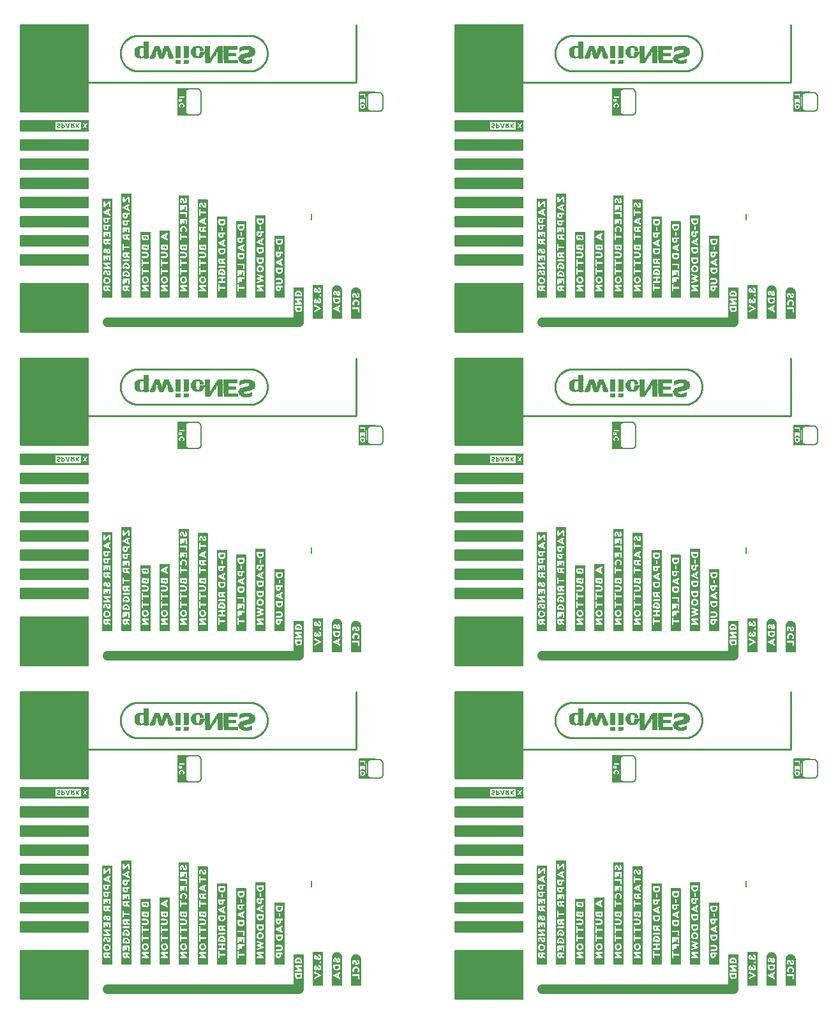
<source format=gbo>
G04 EAGLE Gerber RS-274X export*
G75*
%MOMM*%
%FSLAX34Y34*%
%LPD*%
%INSilkscreen Bottom*%
%IPPOS*%
%AMOC8*
5,1,8,0,0,1.08239X$1,22.5*%
G01*
%ADD10C,1.270000*%
%ADD11C,0.254000*%
%ADD12C,0.127000*%
%ADD13C,0.203200*%
%ADD14R,0.660000X0.040000*%
%ADD15R,0.710000X0.040000*%
%ADD16R,0.850000X0.040000*%
%ADD17R,0.760000X0.050000*%
%ADD18R,0.750000X0.050000*%
%ADD19R,0.660000X0.050000*%
%ADD20R,1.910000X0.050000*%
%ADD21R,1.200000X0.050000*%
%ADD22R,0.760000X0.040000*%
%ADD23R,0.750000X0.040000*%
%ADD24R,1.910000X0.040000*%
%ADD25R,1.380000X0.040000*%
%ADD26R,1.510000X0.040000*%
%ADD27R,0.710000X0.050000*%
%ADD28R,1.560000X0.050000*%
%ADD29R,0.800000X0.040000*%
%ADD30R,1.600000X0.040000*%
%ADD31R,0.840000X0.050000*%
%ADD32R,1.640000X0.050000*%
%ADD33R,0.840000X0.040000*%
%ADD34R,1.690000X0.040000*%
%ADD35R,0.890000X0.050000*%
%ADD36R,1.770000X0.050000*%
%ADD37R,0.930000X0.040000*%
%ADD38R,0.890000X0.040000*%
%ADD39R,0.930000X0.050000*%
%ADD40R,0.800000X0.050000*%
%ADD41R,0.530000X0.050000*%
%ADD42R,0.980000X0.040000*%
%ADD43R,0.670000X0.040000*%
%ADD44R,0.350000X0.040000*%
%ADD45R,1.020000X0.040000*%
%ADD46R,0.220000X0.040000*%
%ADD47R,1.020000X0.050000*%
%ADD48R,0.670000X0.050000*%
%ADD49R,0.090000X0.050000*%
%ADD50R,1.060000X0.040000*%
%ADD51R,0.130000X0.050000*%
%ADD52R,0.580000X0.050000*%
%ADD53R,0.540000X0.050000*%
%ADD54R,1.060000X0.050000*%
%ADD55R,1.470000X0.040000*%
%ADD56R,0.620000X0.040000*%
%ADD57R,0.540000X0.040000*%
%ADD58R,0.400000X0.040000*%
%ADD59R,1.600000X0.050000*%
%ADD60R,0.440000X0.050000*%
%ADD61R,1.110000X0.050000*%
%ADD62R,1.640000X0.040000*%
%ADD63R,1.340000X0.040000*%
%ADD64R,1.690000X0.050000*%
%ADD65R,0.620000X0.050000*%
%ADD66R,0.630000X0.050000*%
%ADD67R,1.160000X0.050000*%
%ADD68R,0.400000X0.050000*%
%ADD69R,1.470000X0.050000*%
%ADD70R,0.630000X0.040000*%
%ADD71R,1.240000X0.040000*%
%ADD72R,0.440000X0.040000*%
%ADD73R,1.730000X0.050000*%
%ADD74R,0.580000X0.040000*%
%ADD75R,1.650000X0.040000*%
%ADD76R,1.770000X0.040000*%
%ADD77R,0.720000X0.050000*%
%ADD78R,1.650000X0.050000*%
%ADD79R,1.820000X0.050000*%
%ADD80R,0.450000X0.040000*%
%ADD81R,1.780000X0.040000*%
%ADD82R,1.780000X0.050000*%
%ADD83R,0.570000X0.050000*%
%ADD84R,0.570000X0.040000*%
%ADD85R,1.110000X0.040000*%
%ADD86R,1.330000X0.040000*%
%ADD87R,0.530000X0.040000*%
%ADD88R,0.450000X0.050000*%
%ADD89R,0.880000X0.050000*%
%ADD90R,1.150000X0.040000*%
%ADD91R,0.050000X0.040000*%
%ADD92R,0.310000X0.050000*%
%ADD93R,1.070000X0.040000*%
%ADD94R,1.030000X0.050000*%
%ADD95R,0.970000X0.050000*%
%ADD96R,0.970000X0.040000*%
%ADD97R,0.980000X0.050000*%
%ADD98R,0.940000X0.050000*%
%ADD99R,1.870000X0.050000*%
%ADD100R,2.050000X0.050000*%
%ADD101R,0.940000X0.040000*%
%ADD102R,1.870000X0.040000*%
%ADD103R,2.000000X0.040000*%
%ADD104R,1.960000X0.050000*%
%ADD105R,1.960000X0.040000*%
%ADD106R,1.730000X0.040000*%
%ADD107R,1.510000X0.050000*%
%ADD108R,1.550000X0.040000*%
%ADD109R,1.290000X0.040000*%
%ADD110R,0.490000X0.040000*%
%ADD111R,0.360000X0.040000*%

G36*
X729098Y1174766D02*
X729098Y1174766D01*
X729217Y1174773D01*
X729255Y1174786D01*
X729296Y1174791D01*
X729406Y1174834D01*
X729519Y1174871D01*
X729554Y1174893D01*
X729591Y1174908D01*
X729687Y1174978D01*
X729788Y1175041D01*
X729816Y1175071D01*
X729849Y1175094D01*
X729925Y1175186D01*
X730006Y1175273D01*
X730026Y1175308D01*
X730051Y1175339D01*
X730102Y1175447D01*
X730160Y1175551D01*
X730170Y1175591D01*
X730187Y1175627D01*
X730209Y1175744D01*
X730239Y1175859D01*
X730243Y1175920D01*
X730247Y1175940D01*
X730245Y1175960D01*
X730249Y1176020D01*
X730249Y1290320D01*
X730234Y1290438D01*
X730227Y1290557D01*
X730214Y1290595D01*
X730209Y1290636D01*
X730166Y1290746D01*
X730129Y1290859D01*
X730107Y1290894D01*
X730092Y1290931D01*
X730023Y1291027D01*
X729959Y1291128D01*
X729929Y1291156D01*
X729906Y1291189D01*
X729814Y1291265D01*
X729727Y1291346D01*
X729692Y1291366D01*
X729661Y1291391D01*
X729553Y1291442D01*
X729449Y1291500D01*
X729409Y1291510D01*
X729373Y1291527D01*
X729256Y1291549D01*
X729141Y1291579D01*
X729081Y1291583D01*
X729061Y1291587D01*
X729040Y1291585D01*
X728980Y1291589D01*
X640080Y1291589D01*
X639962Y1291574D01*
X639843Y1291567D01*
X639805Y1291554D01*
X639764Y1291549D01*
X639654Y1291506D01*
X639541Y1291469D01*
X639506Y1291447D01*
X639469Y1291432D01*
X639373Y1291363D01*
X639272Y1291299D01*
X639244Y1291269D01*
X639211Y1291246D01*
X639136Y1291154D01*
X639054Y1291067D01*
X639034Y1291032D01*
X639009Y1291001D01*
X638958Y1290893D01*
X638900Y1290789D01*
X638890Y1290749D01*
X638873Y1290713D01*
X638851Y1290596D01*
X638821Y1290481D01*
X638817Y1290421D01*
X638813Y1290401D01*
X638815Y1290380D01*
X638811Y1290320D01*
X638811Y1176020D01*
X638826Y1175902D01*
X638833Y1175783D01*
X638846Y1175745D01*
X638851Y1175704D01*
X638894Y1175594D01*
X638931Y1175481D01*
X638953Y1175446D01*
X638968Y1175409D01*
X639038Y1175313D01*
X639101Y1175212D01*
X639131Y1175184D01*
X639154Y1175151D01*
X639246Y1175076D01*
X639333Y1174994D01*
X639368Y1174974D01*
X639399Y1174949D01*
X639507Y1174898D01*
X639611Y1174840D01*
X639651Y1174830D01*
X639687Y1174813D01*
X639804Y1174791D01*
X639919Y1174761D01*
X639980Y1174757D01*
X640000Y1174753D01*
X640020Y1174755D01*
X640080Y1174751D01*
X728980Y1174751D01*
X729098Y1174766D01*
G37*
G36*
X152518Y1174766D02*
X152518Y1174766D01*
X152637Y1174773D01*
X152675Y1174786D01*
X152716Y1174791D01*
X152826Y1174834D01*
X152939Y1174871D01*
X152974Y1174893D01*
X153011Y1174908D01*
X153107Y1174978D01*
X153208Y1175041D01*
X153236Y1175071D01*
X153269Y1175094D01*
X153345Y1175186D01*
X153426Y1175273D01*
X153446Y1175308D01*
X153471Y1175339D01*
X153522Y1175447D01*
X153580Y1175551D01*
X153590Y1175591D01*
X153607Y1175627D01*
X153629Y1175744D01*
X153659Y1175859D01*
X153663Y1175920D01*
X153667Y1175940D01*
X153665Y1175960D01*
X153669Y1176020D01*
X153669Y1290320D01*
X153654Y1290438D01*
X153647Y1290557D01*
X153634Y1290595D01*
X153629Y1290636D01*
X153586Y1290746D01*
X153549Y1290859D01*
X153527Y1290894D01*
X153512Y1290931D01*
X153443Y1291027D01*
X153379Y1291128D01*
X153349Y1291156D01*
X153326Y1291189D01*
X153234Y1291265D01*
X153147Y1291346D01*
X153112Y1291366D01*
X153081Y1291391D01*
X152973Y1291442D01*
X152869Y1291500D01*
X152829Y1291510D01*
X152793Y1291527D01*
X152676Y1291549D01*
X152561Y1291579D01*
X152501Y1291583D01*
X152481Y1291587D01*
X152460Y1291585D01*
X152400Y1291589D01*
X63500Y1291589D01*
X63382Y1291574D01*
X63263Y1291567D01*
X63225Y1291554D01*
X63184Y1291549D01*
X63074Y1291506D01*
X62961Y1291469D01*
X62926Y1291447D01*
X62889Y1291432D01*
X62793Y1291363D01*
X62692Y1291299D01*
X62664Y1291269D01*
X62631Y1291246D01*
X62556Y1291154D01*
X62474Y1291067D01*
X62454Y1291032D01*
X62429Y1291001D01*
X62378Y1290893D01*
X62320Y1290789D01*
X62310Y1290749D01*
X62293Y1290713D01*
X62271Y1290596D01*
X62241Y1290481D01*
X62237Y1290421D01*
X62233Y1290401D01*
X62235Y1290380D01*
X62231Y1290320D01*
X62231Y1176020D01*
X62246Y1175902D01*
X62253Y1175783D01*
X62266Y1175745D01*
X62271Y1175704D01*
X62314Y1175594D01*
X62351Y1175481D01*
X62373Y1175446D01*
X62388Y1175409D01*
X62458Y1175313D01*
X62521Y1175212D01*
X62551Y1175184D01*
X62574Y1175151D01*
X62666Y1175076D01*
X62753Y1174994D01*
X62788Y1174974D01*
X62819Y1174949D01*
X62927Y1174898D01*
X63031Y1174840D01*
X63071Y1174830D01*
X63107Y1174813D01*
X63224Y1174791D01*
X63339Y1174761D01*
X63400Y1174757D01*
X63420Y1174753D01*
X63440Y1174755D01*
X63500Y1174751D01*
X152400Y1174751D01*
X152518Y1174766D01*
G37*
G36*
X729098Y290846D02*
X729098Y290846D01*
X729217Y290853D01*
X729255Y290866D01*
X729296Y290871D01*
X729406Y290914D01*
X729519Y290951D01*
X729554Y290973D01*
X729591Y290988D01*
X729687Y291058D01*
X729788Y291121D01*
X729816Y291151D01*
X729849Y291174D01*
X729925Y291266D01*
X730006Y291353D01*
X730026Y291388D01*
X730051Y291419D01*
X730102Y291527D01*
X730160Y291631D01*
X730170Y291671D01*
X730187Y291707D01*
X730209Y291824D01*
X730239Y291939D01*
X730243Y292000D01*
X730247Y292020D01*
X730245Y292040D01*
X730249Y292100D01*
X730249Y406400D01*
X730234Y406518D01*
X730227Y406637D01*
X730214Y406675D01*
X730209Y406716D01*
X730166Y406826D01*
X730129Y406939D01*
X730107Y406974D01*
X730092Y407011D01*
X730023Y407107D01*
X729959Y407208D01*
X729929Y407236D01*
X729906Y407269D01*
X729814Y407345D01*
X729727Y407426D01*
X729692Y407446D01*
X729661Y407471D01*
X729553Y407522D01*
X729449Y407580D01*
X729409Y407590D01*
X729373Y407607D01*
X729256Y407629D01*
X729141Y407659D01*
X729081Y407663D01*
X729061Y407667D01*
X729040Y407665D01*
X728980Y407669D01*
X640080Y407669D01*
X639962Y407654D01*
X639843Y407647D01*
X639805Y407634D01*
X639764Y407629D01*
X639654Y407586D01*
X639541Y407549D01*
X639506Y407527D01*
X639469Y407512D01*
X639373Y407443D01*
X639272Y407379D01*
X639244Y407349D01*
X639211Y407326D01*
X639136Y407234D01*
X639054Y407147D01*
X639034Y407112D01*
X639009Y407081D01*
X638958Y406973D01*
X638900Y406869D01*
X638890Y406829D01*
X638873Y406793D01*
X638851Y406676D01*
X638821Y406561D01*
X638817Y406501D01*
X638813Y406481D01*
X638815Y406460D01*
X638811Y406400D01*
X638811Y292100D01*
X638826Y291982D01*
X638833Y291863D01*
X638846Y291825D01*
X638851Y291784D01*
X638894Y291674D01*
X638931Y291561D01*
X638953Y291526D01*
X638968Y291489D01*
X639038Y291393D01*
X639101Y291292D01*
X639131Y291264D01*
X639154Y291231D01*
X639246Y291156D01*
X639333Y291074D01*
X639368Y291054D01*
X639399Y291029D01*
X639507Y290978D01*
X639611Y290920D01*
X639651Y290910D01*
X639687Y290893D01*
X639804Y290871D01*
X639919Y290841D01*
X639980Y290837D01*
X640000Y290833D01*
X640020Y290835D01*
X640080Y290831D01*
X728980Y290831D01*
X729098Y290846D01*
G37*
G36*
X152518Y290846D02*
X152518Y290846D01*
X152637Y290853D01*
X152675Y290866D01*
X152716Y290871D01*
X152826Y290914D01*
X152939Y290951D01*
X152974Y290973D01*
X153011Y290988D01*
X153107Y291058D01*
X153208Y291121D01*
X153236Y291151D01*
X153269Y291174D01*
X153345Y291266D01*
X153426Y291353D01*
X153446Y291388D01*
X153471Y291419D01*
X153522Y291527D01*
X153580Y291631D01*
X153590Y291671D01*
X153607Y291707D01*
X153629Y291824D01*
X153659Y291939D01*
X153663Y292000D01*
X153667Y292020D01*
X153665Y292040D01*
X153669Y292100D01*
X153669Y406400D01*
X153654Y406518D01*
X153647Y406637D01*
X153634Y406675D01*
X153629Y406716D01*
X153586Y406826D01*
X153549Y406939D01*
X153527Y406974D01*
X153512Y407011D01*
X153443Y407107D01*
X153379Y407208D01*
X153349Y407236D01*
X153326Y407269D01*
X153234Y407345D01*
X153147Y407426D01*
X153112Y407446D01*
X153081Y407471D01*
X152973Y407522D01*
X152869Y407580D01*
X152829Y407590D01*
X152793Y407607D01*
X152676Y407629D01*
X152561Y407659D01*
X152501Y407663D01*
X152481Y407667D01*
X152460Y407665D01*
X152400Y407669D01*
X63500Y407669D01*
X63382Y407654D01*
X63263Y407647D01*
X63225Y407634D01*
X63184Y407629D01*
X63074Y407586D01*
X62961Y407549D01*
X62926Y407527D01*
X62889Y407512D01*
X62793Y407443D01*
X62692Y407379D01*
X62664Y407349D01*
X62631Y407326D01*
X62556Y407234D01*
X62474Y407147D01*
X62454Y407112D01*
X62429Y407081D01*
X62378Y406973D01*
X62320Y406869D01*
X62310Y406829D01*
X62293Y406793D01*
X62271Y406676D01*
X62241Y406561D01*
X62237Y406501D01*
X62233Y406481D01*
X62235Y406460D01*
X62231Y406400D01*
X62231Y292100D01*
X62246Y291982D01*
X62253Y291863D01*
X62266Y291825D01*
X62271Y291784D01*
X62314Y291674D01*
X62351Y291561D01*
X62373Y291526D01*
X62388Y291489D01*
X62458Y291393D01*
X62521Y291292D01*
X62551Y291264D01*
X62574Y291231D01*
X62666Y291156D01*
X62753Y291074D01*
X62788Y291054D01*
X62819Y291029D01*
X62927Y290978D01*
X63031Y290920D01*
X63071Y290910D01*
X63107Y290893D01*
X63224Y290871D01*
X63339Y290841D01*
X63400Y290837D01*
X63420Y290833D01*
X63440Y290835D01*
X63500Y290831D01*
X152400Y290831D01*
X152518Y290846D01*
G37*
G36*
X729098Y732806D02*
X729098Y732806D01*
X729217Y732813D01*
X729255Y732826D01*
X729296Y732831D01*
X729406Y732874D01*
X729519Y732911D01*
X729554Y732933D01*
X729591Y732948D01*
X729687Y733018D01*
X729788Y733081D01*
X729816Y733111D01*
X729849Y733134D01*
X729925Y733226D01*
X730006Y733313D01*
X730026Y733348D01*
X730051Y733379D01*
X730102Y733487D01*
X730160Y733591D01*
X730170Y733631D01*
X730187Y733667D01*
X730209Y733784D01*
X730239Y733899D01*
X730243Y733960D01*
X730247Y733980D01*
X730245Y734000D01*
X730249Y734060D01*
X730249Y848360D01*
X730234Y848478D01*
X730227Y848597D01*
X730214Y848635D01*
X730209Y848676D01*
X730166Y848786D01*
X730129Y848899D01*
X730107Y848934D01*
X730092Y848971D01*
X730023Y849067D01*
X729959Y849168D01*
X729929Y849196D01*
X729906Y849229D01*
X729814Y849305D01*
X729727Y849386D01*
X729692Y849406D01*
X729661Y849431D01*
X729553Y849482D01*
X729449Y849540D01*
X729409Y849550D01*
X729373Y849567D01*
X729256Y849589D01*
X729141Y849619D01*
X729081Y849623D01*
X729061Y849627D01*
X729040Y849625D01*
X728980Y849629D01*
X640080Y849629D01*
X639962Y849614D01*
X639843Y849607D01*
X639805Y849594D01*
X639764Y849589D01*
X639654Y849546D01*
X639541Y849509D01*
X639506Y849487D01*
X639469Y849472D01*
X639373Y849403D01*
X639272Y849339D01*
X639244Y849309D01*
X639211Y849286D01*
X639136Y849194D01*
X639054Y849107D01*
X639034Y849072D01*
X639009Y849041D01*
X638958Y848933D01*
X638900Y848829D01*
X638890Y848789D01*
X638873Y848753D01*
X638851Y848636D01*
X638821Y848521D01*
X638817Y848461D01*
X638813Y848441D01*
X638815Y848420D01*
X638811Y848360D01*
X638811Y734060D01*
X638826Y733942D01*
X638833Y733823D01*
X638846Y733785D01*
X638851Y733744D01*
X638894Y733634D01*
X638931Y733521D01*
X638953Y733486D01*
X638968Y733449D01*
X639038Y733353D01*
X639101Y733252D01*
X639131Y733224D01*
X639154Y733191D01*
X639246Y733116D01*
X639333Y733034D01*
X639368Y733014D01*
X639399Y732989D01*
X639507Y732938D01*
X639611Y732880D01*
X639651Y732870D01*
X639687Y732853D01*
X639804Y732831D01*
X639919Y732801D01*
X639980Y732797D01*
X640000Y732793D01*
X640020Y732795D01*
X640080Y732791D01*
X728980Y732791D01*
X729098Y732806D01*
G37*
G36*
X152518Y732806D02*
X152518Y732806D01*
X152637Y732813D01*
X152675Y732826D01*
X152716Y732831D01*
X152826Y732874D01*
X152939Y732911D01*
X152974Y732933D01*
X153011Y732948D01*
X153107Y733018D01*
X153208Y733081D01*
X153236Y733111D01*
X153269Y733134D01*
X153345Y733226D01*
X153426Y733313D01*
X153446Y733348D01*
X153471Y733379D01*
X153522Y733487D01*
X153580Y733591D01*
X153590Y733631D01*
X153607Y733667D01*
X153629Y733784D01*
X153659Y733899D01*
X153663Y733960D01*
X153667Y733980D01*
X153665Y734000D01*
X153669Y734060D01*
X153669Y848360D01*
X153654Y848478D01*
X153647Y848597D01*
X153634Y848635D01*
X153629Y848676D01*
X153586Y848786D01*
X153549Y848899D01*
X153527Y848934D01*
X153512Y848971D01*
X153443Y849067D01*
X153379Y849168D01*
X153349Y849196D01*
X153326Y849229D01*
X153234Y849305D01*
X153147Y849386D01*
X153112Y849406D01*
X153081Y849431D01*
X152973Y849482D01*
X152869Y849540D01*
X152829Y849550D01*
X152793Y849567D01*
X152676Y849589D01*
X152561Y849619D01*
X152501Y849623D01*
X152481Y849627D01*
X152460Y849625D01*
X152400Y849629D01*
X63500Y849629D01*
X63382Y849614D01*
X63263Y849607D01*
X63225Y849594D01*
X63184Y849589D01*
X63074Y849546D01*
X62961Y849509D01*
X62926Y849487D01*
X62889Y849472D01*
X62793Y849403D01*
X62692Y849339D01*
X62664Y849309D01*
X62631Y849286D01*
X62556Y849194D01*
X62474Y849107D01*
X62454Y849072D01*
X62429Y849041D01*
X62378Y848933D01*
X62320Y848829D01*
X62310Y848789D01*
X62293Y848753D01*
X62271Y848636D01*
X62241Y848521D01*
X62237Y848461D01*
X62233Y848441D01*
X62235Y848420D01*
X62231Y848360D01*
X62231Y734060D01*
X62246Y733942D01*
X62253Y733823D01*
X62266Y733785D01*
X62271Y733744D01*
X62314Y733634D01*
X62351Y733521D01*
X62373Y733486D01*
X62388Y733449D01*
X62458Y733353D01*
X62521Y733252D01*
X62551Y733224D01*
X62574Y733191D01*
X62666Y733116D01*
X62753Y733034D01*
X62788Y733014D01*
X62819Y732989D01*
X62927Y732938D01*
X63031Y732880D01*
X63071Y732870D01*
X63107Y732853D01*
X63224Y732831D01*
X63339Y732801D01*
X63400Y732797D01*
X63420Y732793D01*
X63440Y732795D01*
X63500Y732791D01*
X152400Y732791D01*
X152518Y732806D01*
G37*
G36*
X729098Y882666D02*
X729098Y882666D01*
X729217Y882673D01*
X729255Y882686D01*
X729296Y882691D01*
X729406Y882734D01*
X729519Y882771D01*
X729554Y882793D01*
X729591Y882808D01*
X729687Y882878D01*
X729788Y882941D01*
X729816Y882971D01*
X729849Y882994D01*
X729925Y883086D01*
X730006Y883173D01*
X730026Y883208D01*
X730051Y883239D01*
X730102Y883347D01*
X730160Y883451D01*
X730170Y883491D01*
X730187Y883527D01*
X730209Y883644D01*
X730239Y883759D01*
X730243Y883820D01*
X730247Y883840D01*
X730245Y883860D01*
X730249Y883920D01*
X730249Y947420D01*
X730234Y947538D01*
X730227Y947657D01*
X730214Y947695D01*
X730209Y947736D01*
X730166Y947846D01*
X730129Y947959D01*
X730107Y947994D01*
X730092Y948031D01*
X730023Y948127D01*
X729959Y948228D01*
X729929Y948256D01*
X729906Y948289D01*
X729814Y948365D01*
X729727Y948446D01*
X729692Y948466D01*
X729661Y948491D01*
X729553Y948542D01*
X729449Y948600D01*
X729409Y948610D01*
X729373Y948627D01*
X729256Y948649D01*
X729141Y948679D01*
X729081Y948683D01*
X729061Y948687D01*
X729040Y948685D01*
X728980Y948689D01*
X640080Y948689D01*
X639962Y948674D01*
X639843Y948667D01*
X639805Y948654D01*
X639764Y948649D01*
X639654Y948606D01*
X639541Y948569D01*
X639506Y948547D01*
X639469Y948532D01*
X639373Y948463D01*
X639272Y948399D01*
X639244Y948369D01*
X639211Y948346D01*
X639136Y948254D01*
X639054Y948167D01*
X639034Y948132D01*
X639009Y948101D01*
X638958Y947993D01*
X638900Y947889D01*
X638890Y947849D01*
X638873Y947813D01*
X638851Y947696D01*
X638821Y947581D01*
X638817Y947521D01*
X638813Y947501D01*
X638815Y947480D01*
X638814Y947464D01*
X638813Y947463D01*
X638813Y947462D01*
X638811Y947420D01*
X638811Y883920D01*
X638826Y883802D01*
X638833Y883683D01*
X638846Y883645D01*
X638851Y883604D01*
X638894Y883494D01*
X638931Y883381D01*
X638953Y883346D01*
X638968Y883309D01*
X639038Y883213D01*
X639101Y883112D01*
X639131Y883084D01*
X639154Y883051D01*
X639246Y882976D01*
X639333Y882894D01*
X639368Y882874D01*
X639399Y882849D01*
X639507Y882798D01*
X639611Y882740D01*
X639651Y882730D01*
X639687Y882713D01*
X639804Y882691D01*
X639919Y882661D01*
X639980Y882657D01*
X640000Y882653D01*
X640020Y882655D01*
X640080Y882651D01*
X728980Y882651D01*
X729098Y882666D01*
G37*
G36*
X729098Y-1254D02*
X729098Y-1254D01*
X729217Y-1247D01*
X729255Y-1234D01*
X729296Y-1229D01*
X729406Y-1186D01*
X729519Y-1149D01*
X729554Y-1127D01*
X729591Y-1112D01*
X729687Y-1043D01*
X729788Y-979D01*
X729816Y-949D01*
X729849Y-926D01*
X729925Y-834D01*
X730006Y-747D01*
X730026Y-712D01*
X730051Y-681D01*
X730102Y-573D01*
X730160Y-469D01*
X730170Y-429D01*
X730187Y-393D01*
X730209Y-276D01*
X730239Y-161D01*
X730243Y-101D01*
X730247Y-81D01*
X730245Y-60D01*
X730249Y0D01*
X730249Y63500D01*
X730234Y63618D01*
X730227Y63737D01*
X730214Y63775D01*
X730209Y63816D01*
X730166Y63926D01*
X730129Y64039D01*
X730107Y64074D01*
X730092Y64111D01*
X730023Y64207D01*
X729959Y64308D01*
X729929Y64336D01*
X729906Y64369D01*
X729814Y64445D01*
X729727Y64526D01*
X729692Y64546D01*
X729661Y64571D01*
X729553Y64622D01*
X729449Y64680D01*
X729409Y64690D01*
X729373Y64707D01*
X729256Y64729D01*
X729141Y64759D01*
X729081Y64763D01*
X729061Y64767D01*
X729040Y64765D01*
X728980Y64769D01*
X640080Y64769D01*
X639962Y64754D01*
X639843Y64747D01*
X639805Y64734D01*
X639764Y64729D01*
X639654Y64686D01*
X639541Y64649D01*
X639506Y64627D01*
X639469Y64612D01*
X639373Y64543D01*
X639272Y64479D01*
X639244Y64449D01*
X639211Y64426D01*
X639136Y64334D01*
X639054Y64247D01*
X639034Y64212D01*
X639009Y64181D01*
X638958Y64073D01*
X638900Y63969D01*
X638890Y63929D01*
X638873Y63893D01*
X638851Y63776D01*
X638821Y63661D01*
X638817Y63601D01*
X638813Y63581D01*
X638815Y63560D01*
X638814Y63544D01*
X638813Y63543D01*
X638813Y63542D01*
X638811Y63500D01*
X638811Y0D01*
X638826Y-118D01*
X638833Y-237D01*
X638846Y-275D01*
X638851Y-316D01*
X638894Y-426D01*
X638931Y-539D01*
X638953Y-574D01*
X638968Y-611D01*
X639038Y-707D01*
X639101Y-808D01*
X639131Y-836D01*
X639154Y-869D01*
X639246Y-945D01*
X639333Y-1026D01*
X639368Y-1046D01*
X639399Y-1071D01*
X639507Y-1122D01*
X639611Y-1180D01*
X639651Y-1190D01*
X639687Y-1207D01*
X639804Y-1229D01*
X639919Y-1259D01*
X639980Y-1263D01*
X640000Y-1267D01*
X640020Y-1265D01*
X640080Y-1269D01*
X728980Y-1269D01*
X729098Y-1254D01*
G37*
G36*
X152518Y440706D02*
X152518Y440706D01*
X152637Y440713D01*
X152675Y440726D01*
X152716Y440731D01*
X152826Y440774D01*
X152939Y440811D01*
X152974Y440833D01*
X153011Y440848D01*
X153107Y440918D01*
X153208Y440981D01*
X153236Y441011D01*
X153269Y441034D01*
X153345Y441126D01*
X153426Y441213D01*
X153446Y441248D01*
X153471Y441279D01*
X153522Y441387D01*
X153580Y441491D01*
X153590Y441531D01*
X153607Y441567D01*
X153629Y441684D01*
X153659Y441799D01*
X153663Y441860D01*
X153667Y441880D01*
X153665Y441900D01*
X153669Y441960D01*
X153669Y505460D01*
X153654Y505578D01*
X153647Y505697D01*
X153634Y505735D01*
X153629Y505776D01*
X153586Y505886D01*
X153549Y505999D01*
X153527Y506034D01*
X153512Y506071D01*
X153443Y506167D01*
X153379Y506268D01*
X153349Y506296D01*
X153326Y506329D01*
X153234Y506405D01*
X153147Y506486D01*
X153112Y506506D01*
X153081Y506531D01*
X152973Y506582D01*
X152869Y506640D01*
X152829Y506650D01*
X152793Y506667D01*
X152676Y506689D01*
X152561Y506719D01*
X152501Y506723D01*
X152481Y506727D01*
X152460Y506725D01*
X152400Y506729D01*
X63500Y506729D01*
X63382Y506714D01*
X63263Y506707D01*
X63225Y506694D01*
X63184Y506689D01*
X63074Y506646D01*
X62961Y506609D01*
X62926Y506587D01*
X62889Y506572D01*
X62793Y506503D01*
X62692Y506439D01*
X62664Y506409D01*
X62631Y506386D01*
X62556Y506294D01*
X62474Y506207D01*
X62454Y506172D01*
X62429Y506141D01*
X62378Y506033D01*
X62320Y505929D01*
X62310Y505889D01*
X62293Y505853D01*
X62271Y505736D01*
X62241Y505621D01*
X62237Y505561D01*
X62233Y505541D01*
X62235Y505520D01*
X62234Y505504D01*
X62233Y505503D01*
X62233Y505502D01*
X62231Y505460D01*
X62231Y441960D01*
X62246Y441842D01*
X62253Y441723D01*
X62266Y441685D01*
X62271Y441644D01*
X62314Y441534D01*
X62351Y441421D01*
X62373Y441386D01*
X62388Y441349D01*
X62458Y441253D01*
X62521Y441152D01*
X62551Y441124D01*
X62574Y441091D01*
X62666Y441016D01*
X62753Y440934D01*
X62788Y440914D01*
X62819Y440889D01*
X62927Y440838D01*
X63031Y440780D01*
X63071Y440770D01*
X63107Y440753D01*
X63224Y440731D01*
X63339Y440701D01*
X63400Y440697D01*
X63420Y440693D01*
X63440Y440695D01*
X63500Y440691D01*
X152400Y440691D01*
X152518Y440706D01*
G37*
G36*
X152518Y-1254D02*
X152518Y-1254D01*
X152637Y-1247D01*
X152675Y-1234D01*
X152716Y-1229D01*
X152826Y-1186D01*
X152939Y-1149D01*
X152974Y-1127D01*
X153011Y-1112D01*
X153107Y-1043D01*
X153208Y-979D01*
X153236Y-949D01*
X153269Y-926D01*
X153345Y-834D01*
X153426Y-747D01*
X153446Y-712D01*
X153471Y-681D01*
X153522Y-573D01*
X153580Y-469D01*
X153590Y-429D01*
X153607Y-393D01*
X153629Y-276D01*
X153659Y-161D01*
X153663Y-101D01*
X153667Y-81D01*
X153665Y-60D01*
X153669Y0D01*
X153669Y63500D01*
X153654Y63618D01*
X153647Y63737D01*
X153634Y63775D01*
X153629Y63816D01*
X153586Y63926D01*
X153549Y64039D01*
X153527Y64074D01*
X153512Y64111D01*
X153443Y64207D01*
X153379Y64308D01*
X153349Y64336D01*
X153326Y64369D01*
X153234Y64445D01*
X153147Y64526D01*
X153112Y64546D01*
X153081Y64571D01*
X152973Y64622D01*
X152869Y64680D01*
X152829Y64690D01*
X152793Y64707D01*
X152676Y64729D01*
X152561Y64759D01*
X152501Y64763D01*
X152481Y64767D01*
X152460Y64765D01*
X152400Y64769D01*
X63500Y64769D01*
X63382Y64754D01*
X63263Y64747D01*
X63225Y64734D01*
X63184Y64729D01*
X63074Y64686D01*
X62961Y64649D01*
X62926Y64627D01*
X62889Y64612D01*
X62793Y64543D01*
X62692Y64479D01*
X62664Y64449D01*
X62631Y64426D01*
X62556Y64334D01*
X62474Y64247D01*
X62454Y64212D01*
X62429Y64181D01*
X62378Y64073D01*
X62320Y63969D01*
X62310Y63929D01*
X62293Y63893D01*
X62271Y63776D01*
X62241Y63661D01*
X62237Y63601D01*
X62233Y63581D01*
X62235Y63560D01*
X62234Y63544D01*
X62233Y63543D01*
X62233Y63542D01*
X62231Y63500D01*
X62231Y0D01*
X62246Y-118D01*
X62253Y-237D01*
X62266Y-275D01*
X62271Y-316D01*
X62314Y-426D01*
X62351Y-539D01*
X62373Y-574D01*
X62388Y-611D01*
X62458Y-707D01*
X62521Y-808D01*
X62551Y-836D01*
X62574Y-869D01*
X62666Y-945D01*
X62753Y-1026D01*
X62788Y-1046D01*
X62819Y-1071D01*
X62927Y-1122D01*
X63031Y-1180D01*
X63071Y-1190D01*
X63107Y-1207D01*
X63224Y-1229D01*
X63339Y-1259D01*
X63400Y-1263D01*
X63420Y-1267D01*
X63440Y-1265D01*
X63500Y-1269D01*
X152400Y-1269D01*
X152518Y-1254D01*
G37*
G36*
X729098Y440706D02*
X729098Y440706D01*
X729217Y440713D01*
X729255Y440726D01*
X729296Y440731D01*
X729406Y440774D01*
X729519Y440811D01*
X729554Y440833D01*
X729591Y440848D01*
X729687Y440918D01*
X729788Y440981D01*
X729816Y441011D01*
X729849Y441034D01*
X729925Y441126D01*
X730006Y441213D01*
X730026Y441248D01*
X730051Y441279D01*
X730102Y441387D01*
X730160Y441491D01*
X730170Y441531D01*
X730187Y441567D01*
X730209Y441684D01*
X730239Y441799D01*
X730243Y441860D01*
X730247Y441880D01*
X730245Y441900D01*
X730249Y441960D01*
X730249Y505460D01*
X730234Y505578D01*
X730227Y505697D01*
X730214Y505735D01*
X730209Y505776D01*
X730166Y505886D01*
X730129Y505999D01*
X730107Y506034D01*
X730092Y506071D01*
X730023Y506167D01*
X729959Y506268D01*
X729929Y506296D01*
X729906Y506329D01*
X729814Y506405D01*
X729727Y506486D01*
X729692Y506506D01*
X729661Y506531D01*
X729553Y506582D01*
X729449Y506640D01*
X729409Y506650D01*
X729373Y506667D01*
X729256Y506689D01*
X729141Y506719D01*
X729081Y506723D01*
X729061Y506727D01*
X729040Y506725D01*
X728980Y506729D01*
X640080Y506729D01*
X639962Y506714D01*
X639843Y506707D01*
X639805Y506694D01*
X639764Y506689D01*
X639654Y506646D01*
X639541Y506609D01*
X639506Y506587D01*
X639469Y506572D01*
X639373Y506503D01*
X639272Y506439D01*
X639244Y506409D01*
X639211Y506386D01*
X639136Y506294D01*
X639054Y506207D01*
X639034Y506172D01*
X639009Y506141D01*
X638958Y506033D01*
X638900Y505929D01*
X638890Y505889D01*
X638873Y505853D01*
X638851Y505736D01*
X638821Y505621D01*
X638817Y505561D01*
X638813Y505541D01*
X638815Y505520D01*
X638814Y505504D01*
X638813Y505503D01*
X638813Y505502D01*
X638811Y505460D01*
X638811Y441960D01*
X638826Y441842D01*
X638833Y441723D01*
X638846Y441685D01*
X638851Y441644D01*
X638894Y441534D01*
X638931Y441421D01*
X638953Y441386D01*
X638968Y441349D01*
X639038Y441253D01*
X639101Y441152D01*
X639131Y441124D01*
X639154Y441091D01*
X639246Y441016D01*
X639333Y440934D01*
X639368Y440914D01*
X639399Y440889D01*
X639507Y440838D01*
X639611Y440780D01*
X639651Y440770D01*
X639687Y440753D01*
X639804Y440731D01*
X639919Y440701D01*
X639980Y440697D01*
X640000Y440693D01*
X640020Y440695D01*
X640080Y440691D01*
X728980Y440691D01*
X729098Y440706D01*
G37*
G36*
X152518Y882666D02*
X152518Y882666D01*
X152637Y882673D01*
X152675Y882686D01*
X152716Y882691D01*
X152826Y882734D01*
X152939Y882771D01*
X152974Y882793D01*
X153011Y882808D01*
X153107Y882878D01*
X153208Y882941D01*
X153236Y882971D01*
X153269Y882994D01*
X153345Y883086D01*
X153426Y883173D01*
X153446Y883208D01*
X153471Y883239D01*
X153522Y883347D01*
X153580Y883451D01*
X153590Y883491D01*
X153607Y883527D01*
X153629Y883644D01*
X153659Y883759D01*
X153663Y883820D01*
X153667Y883840D01*
X153665Y883860D01*
X153669Y883920D01*
X153669Y947420D01*
X153654Y947538D01*
X153647Y947657D01*
X153634Y947695D01*
X153629Y947736D01*
X153586Y947846D01*
X153549Y947959D01*
X153527Y947994D01*
X153512Y948031D01*
X153443Y948127D01*
X153379Y948228D01*
X153349Y948256D01*
X153326Y948289D01*
X153234Y948365D01*
X153147Y948446D01*
X153112Y948466D01*
X153081Y948491D01*
X152973Y948542D01*
X152869Y948600D01*
X152829Y948610D01*
X152793Y948627D01*
X152676Y948649D01*
X152561Y948679D01*
X152501Y948683D01*
X152481Y948687D01*
X152460Y948685D01*
X152400Y948689D01*
X63500Y948689D01*
X63382Y948674D01*
X63263Y948667D01*
X63225Y948654D01*
X63184Y948649D01*
X63074Y948606D01*
X62961Y948569D01*
X62926Y948547D01*
X62889Y948532D01*
X62793Y948463D01*
X62692Y948399D01*
X62664Y948369D01*
X62631Y948346D01*
X62556Y948254D01*
X62474Y948167D01*
X62454Y948132D01*
X62429Y948101D01*
X62378Y947993D01*
X62320Y947889D01*
X62310Y947849D01*
X62293Y947813D01*
X62271Y947696D01*
X62241Y947581D01*
X62237Y947521D01*
X62233Y947501D01*
X62235Y947480D01*
X62234Y947464D01*
X62233Y947463D01*
X62233Y947462D01*
X62231Y947420D01*
X62231Y883920D01*
X62246Y883802D01*
X62253Y883683D01*
X62266Y883645D01*
X62271Y883604D01*
X62314Y883494D01*
X62351Y883381D01*
X62373Y883346D01*
X62388Y883309D01*
X62458Y883213D01*
X62521Y883112D01*
X62551Y883084D01*
X62574Y883051D01*
X62666Y882976D01*
X62753Y882894D01*
X62788Y882874D01*
X62819Y882849D01*
X62927Y882798D01*
X63031Y882740D01*
X63071Y882730D01*
X63107Y882713D01*
X63224Y882691D01*
X63339Y882661D01*
X63400Y882657D01*
X63420Y882653D01*
X63440Y882655D01*
X63500Y882651D01*
X152400Y882651D01*
X152518Y882666D01*
G37*
G36*
X785985Y45264D02*
X785985Y45264D01*
X785988Y45261D01*
X786588Y45361D01*
X786629Y45405D01*
X786626Y45408D01*
X786629Y45410D01*
X786629Y182210D01*
X786621Y182221D01*
X786626Y182228D01*
X786426Y182728D01*
X786385Y182753D01*
X786380Y182759D01*
X773580Y182759D01*
X773575Y182756D01*
X773572Y182759D01*
X772972Y182659D01*
X772931Y182615D01*
X772934Y182613D01*
X772931Y182610D01*
X772931Y45910D01*
X772934Y45905D01*
X772931Y45902D01*
X773031Y45302D01*
X773075Y45261D01*
X773078Y45264D01*
X773080Y45261D01*
X785980Y45261D01*
X785985Y45264D01*
G37*
G36*
X209405Y45264D02*
X209405Y45264D01*
X209408Y45261D01*
X210008Y45361D01*
X210049Y45405D01*
X210046Y45408D01*
X210049Y45410D01*
X210049Y182210D01*
X210041Y182221D01*
X210046Y182228D01*
X209846Y182728D01*
X209805Y182753D01*
X209800Y182759D01*
X197000Y182759D01*
X196995Y182756D01*
X196992Y182759D01*
X196392Y182659D01*
X196351Y182615D01*
X196354Y182613D01*
X196351Y182610D01*
X196351Y45910D01*
X196354Y45905D01*
X196351Y45902D01*
X196451Y45302D01*
X196495Y45261D01*
X196498Y45264D01*
X196500Y45261D01*
X209400Y45261D01*
X209405Y45264D01*
G37*
G36*
X209405Y929184D02*
X209405Y929184D01*
X209408Y929181D01*
X210008Y929281D01*
X210049Y929325D01*
X210046Y929328D01*
X210049Y929330D01*
X210049Y1066130D01*
X210041Y1066141D01*
X210046Y1066148D01*
X209846Y1066648D01*
X209805Y1066673D01*
X209800Y1066679D01*
X197000Y1066679D01*
X196995Y1066676D01*
X196992Y1066679D01*
X196392Y1066579D01*
X196351Y1066535D01*
X196354Y1066533D01*
X196351Y1066530D01*
X196351Y929830D01*
X196354Y929825D01*
X196351Y929822D01*
X196451Y929222D01*
X196495Y929181D01*
X196498Y929184D01*
X196500Y929181D01*
X209400Y929181D01*
X209405Y929184D01*
G37*
G36*
X785985Y929184D02*
X785985Y929184D01*
X785988Y929181D01*
X786588Y929281D01*
X786629Y929325D01*
X786626Y929328D01*
X786629Y929330D01*
X786629Y1066130D01*
X786621Y1066141D01*
X786626Y1066148D01*
X786426Y1066648D01*
X786385Y1066673D01*
X786380Y1066679D01*
X773580Y1066679D01*
X773575Y1066676D01*
X773572Y1066679D01*
X772972Y1066579D01*
X772931Y1066535D01*
X772934Y1066533D01*
X772931Y1066530D01*
X772931Y929830D01*
X772934Y929825D01*
X772931Y929822D01*
X773031Y929222D01*
X773075Y929181D01*
X773078Y929184D01*
X773080Y929181D01*
X785980Y929181D01*
X785985Y929184D01*
G37*
G36*
X209405Y487224D02*
X209405Y487224D01*
X209408Y487221D01*
X210008Y487321D01*
X210049Y487365D01*
X210046Y487368D01*
X210049Y487370D01*
X210049Y624170D01*
X210041Y624181D01*
X210046Y624188D01*
X209846Y624688D01*
X209805Y624713D01*
X209800Y624719D01*
X197000Y624719D01*
X196995Y624716D01*
X196992Y624719D01*
X196392Y624619D01*
X196351Y624575D01*
X196354Y624573D01*
X196351Y624570D01*
X196351Y487870D01*
X196354Y487865D01*
X196351Y487862D01*
X196451Y487262D01*
X196495Y487221D01*
X196498Y487224D01*
X196500Y487221D01*
X209400Y487221D01*
X209405Y487224D01*
G37*
G36*
X785985Y487224D02*
X785985Y487224D01*
X785988Y487221D01*
X786588Y487321D01*
X786629Y487365D01*
X786626Y487368D01*
X786629Y487370D01*
X786629Y624170D01*
X786621Y624181D01*
X786626Y624188D01*
X786426Y624688D01*
X786385Y624713D01*
X786380Y624719D01*
X773580Y624719D01*
X773575Y624716D01*
X773572Y624719D01*
X772972Y624619D01*
X772931Y624575D01*
X772934Y624573D01*
X772931Y624570D01*
X772931Y487870D01*
X772934Y487865D01*
X772931Y487862D01*
X773031Y487262D01*
X773075Y487221D01*
X773078Y487224D01*
X773080Y487221D01*
X785980Y487221D01*
X785985Y487224D01*
G37*
G36*
X862618Y45290D02*
X862618Y45290D01*
X862626Y45292D01*
X862826Y45792D01*
X862822Y45805D01*
X862829Y45810D01*
X862829Y180610D01*
X862810Y180636D01*
X862810Y180649D01*
X862410Y180949D01*
X862388Y180949D01*
X862380Y180959D01*
X849480Y180959D01*
X849454Y180940D01*
X849441Y180940D01*
X849141Y180540D01*
X849141Y180521D01*
X849133Y180515D01*
X849134Y180513D01*
X849131Y180510D01*
X849131Y45410D01*
X849167Y45363D01*
X849170Y45365D01*
X849172Y45361D01*
X849772Y45261D01*
X849777Y45264D01*
X849780Y45261D01*
X862580Y45261D01*
X862618Y45290D01*
G37*
G36*
X862618Y929210D02*
X862618Y929210D01*
X862626Y929212D01*
X862826Y929712D01*
X862822Y929725D01*
X862829Y929730D01*
X862829Y1064530D01*
X862810Y1064556D01*
X862810Y1064569D01*
X862410Y1064869D01*
X862388Y1064869D01*
X862380Y1064879D01*
X849480Y1064879D01*
X849454Y1064860D01*
X849441Y1064860D01*
X849141Y1064460D01*
X849141Y1064441D01*
X849133Y1064435D01*
X849134Y1064433D01*
X849131Y1064430D01*
X849131Y929330D01*
X849167Y929283D01*
X849170Y929285D01*
X849172Y929281D01*
X849772Y929181D01*
X849777Y929184D01*
X849780Y929181D01*
X862580Y929181D01*
X862618Y929210D01*
G37*
G36*
X286038Y929210D02*
X286038Y929210D01*
X286046Y929212D01*
X286246Y929712D01*
X286242Y929725D01*
X286249Y929730D01*
X286249Y1064530D01*
X286230Y1064556D01*
X286230Y1064569D01*
X285830Y1064869D01*
X285808Y1064869D01*
X285800Y1064879D01*
X272900Y1064879D01*
X272874Y1064860D01*
X272861Y1064860D01*
X272561Y1064460D01*
X272561Y1064441D01*
X272553Y1064435D01*
X272554Y1064433D01*
X272551Y1064430D01*
X272551Y929330D01*
X272587Y929283D01*
X272590Y929285D01*
X272592Y929281D01*
X273192Y929181D01*
X273197Y929184D01*
X273200Y929181D01*
X286000Y929181D01*
X286038Y929210D01*
G37*
G36*
X286038Y487250D02*
X286038Y487250D01*
X286046Y487252D01*
X286246Y487752D01*
X286242Y487765D01*
X286249Y487770D01*
X286249Y622570D01*
X286230Y622596D01*
X286230Y622609D01*
X285830Y622909D01*
X285808Y622909D01*
X285800Y622919D01*
X272900Y622919D01*
X272874Y622900D01*
X272861Y622900D01*
X272561Y622500D01*
X272561Y622481D01*
X272553Y622475D01*
X272554Y622473D01*
X272551Y622470D01*
X272551Y487370D01*
X272587Y487323D01*
X272590Y487325D01*
X272592Y487321D01*
X273192Y487221D01*
X273197Y487224D01*
X273200Y487221D01*
X286000Y487221D01*
X286038Y487250D01*
G37*
G36*
X862618Y487250D02*
X862618Y487250D01*
X862626Y487252D01*
X862826Y487752D01*
X862822Y487765D01*
X862829Y487770D01*
X862829Y622570D01*
X862810Y622596D01*
X862810Y622609D01*
X862410Y622909D01*
X862388Y622909D01*
X862380Y622919D01*
X849480Y622919D01*
X849454Y622900D01*
X849441Y622900D01*
X849141Y622500D01*
X849141Y622481D01*
X849133Y622475D01*
X849134Y622473D01*
X849131Y622470D01*
X849131Y487370D01*
X849167Y487323D01*
X849170Y487325D01*
X849172Y487321D01*
X849772Y487221D01*
X849777Y487224D01*
X849780Y487221D01*
X862580Y487221D01*
X862618Y487250D01*
G37*
G36*
X286038Y45290D02*
X286038Y45290D01*
X286046Y45292D01*
X286246Y45792D01*
X286242Y45805D01*
X286249Y45810D01*
X286249Y180610D01*
X286230Y180636D01*
X286230Y180649D01*
X285830Y180949D01*
X285808Y180949D01*
X285800Y180959D01*
X272900Y180959D01*
X272874Y180940D01*
X272861Y180940D01*
X272561Y180540D01*
X272561Y180521D01*
X272553Y180515D01*
X272554Y180513D01*
X272551Y180510D01*
X272551Y45410D01*
X272587Y45363D01*
X272590Y45365D01*
X272592Y45361D01*
X273192Y45261D01*
X273197Y45264D01*
X273200Y45261D01*
X286000Y45261D01*
X286038Y45290D01*
G37*
G36*
X760585Y45264D02*
X760585Y45264D01*
X760588Y45261D01*
X761188Y45361D01*
X761229Y45405D01*
X761226Y45408D01*
X761229Y45410D01*
X761229Y176210D01*
X761220Y176223D01*
X761224Y176232D01*
X761024Y176632D01*
X760987Y176651D01*
X760980Y176659D01*
X748080Y176659D01*
X748069Y176651D01*
X748062Y176656D01*
X747562Y176456D01*
X747547Y176431D01*
X747541Y176427D01*
X747543Y176425D01*
X747537Y176415D01*
X747531Y176410D01*
X747531Y45910D01*
X747534Y45905D01*
X747531Y45902D01*
X747631Y45302D01*
X747675Y45261D01*
X747678Y45264D01*
X747680Y45261D01*
X760580Y45261D01*
X760585Y45264D01*
G37*
G36*
X184005Y45264D02*
X184005Y45264D01*
X184008Y45261D01*
X184608Y45361D01*
X184649Y45405D01*
X184646Y45408D01*
X184649Y45410D01*
X184649Y176210D01*
X184640Y176223D01*
X184644Y176232D01*
X184444Y176632D01*
X184407Y176651D01*
X184400Y176659D01*
X171500Y176659D01*
X171489Y176651D01*
X171482Y176656D01*
X170982Y176456D01*
X170967Y176431D01*
X170961Y176427D01*
X170963Y176425D01*
X170957Y176415D01*
X170951Y176410D01*
X170951Y45910D01*
X170954Y45905D01*
X170951Y45902D01*
X171051Y45302D01*
X171095Y45261D01*
X171098Y45264D01*
X171100Y45261D01*
X184000Y45261D01*
X184005Y45264D01*
G37*
G36*
X760585Y487224D02*
X760585Y487224D01*
X760588Y487221D01*
X761188Y487321D01*
X761229Y487365D01*
X761226Y487368D01*
X761229Y487370D01*
X761229Y618170D01*
X761220Y618183D01*
X761224Y618192D01*
X761024Y618592D01*
X760987Y618611D01*
X760980Y618619D01*
X748080Y618619D01*
X748069Y618611D01*
X748062Y618616D01*
X747562Y618416D01*
X747547Y618391D01*
X747541Y618387D01*
X747543Y618385D01*
X747537Y618375D01*
X747531Y618370D01*
X747531Y487870D01*
X747534Y487865D01*
X747531Y487862D01*
X747631Y487262D01*
X747675Y487221D01*
X747678Y487224D01*
X747680Y487221D01*
X760580Y487221D01*
X760585Y487224D01*
G37*
G36*
X184005Y487224D02*
X184005Y487224D01*
X184008Y487221D01*
X184608Y487321D01*
X184649Y487365D01*
X184646Y487368D01*
X184649Y487370D01*
X184649Y618170D01*
X184640Y618183D01*
X184644Y618192D01*
X184444Y618592D01*
X184407Y618611D01*
X184400Y618619D01*
X171500Y618619D01*
X171489Y618611D01*
X171482Y618616D01*
X170982Y618416D01*
X170967Y618391D01*
X170961Y618387D01*
X170963Y618385D01*
X170957Y618375D01*
X170951Y618370D01*
X170951Y487870D01*
X170954Y487865D01*
X170951Y487862D01*
X171051Y487262D01*
X171095Y487221D01*
X171098Y487224D01*
X171100Y487221D01*
X184000Y487221D01*
X184005Y487224D01*
G37*
G36*
X760585Y929184D02*
X760585Y929184D01*
X760588Y929181D01*
X761188Y929281D01*
X761229Y929325D01*
X761226Y929328D01*
X761229Y929330D01*
X761229Y1060130D01*
X761220Y1060143D01*
X761224Y1060152D01*
X761024Y1060552D01*
X760987Y1060571D01*
X760980Y1060579D01*
X748080Y1060579D01*
X748069Y1060571D01*
X748062Y1060576D01*
X747562Y1060376D01*
X747547Y1060351D01*
X747541Y1060347D01*
X747543Y1060345D01*
X747537Y1060335D01*
X747531Y1060330D01*
X747531Y929830D01*
X747534Y929825D01*
X747531Y929822D01*
X747631Y929222D01*
X747675Y929181D01*
X747678Y929184D01*
X747680Y929181D01*
X760580Y929181D01*
X760585Y929184D01*
G37*
G36*
X184005Y929184D02*
X184005Y929184D01*
X184008Y929181D01*
X184608Y929281D01*
X184649Y929325D01*
X184646Y929328D01*
X184649Y929330D01*
X184649Y1060130D01*
X184640Y1060143D01*
X184644Y1060152D01*
X184444Y1060552D01*
X184407Y1060571D01*
X184400Y1060579D01*
X171500Y1060579D01*
X171489Y1060571D01*
X171482Y1060576D01*
X170982Y1060376D01*
X170967Y1060351D01*
X170961Y1060347D01*
X170963Y1060345D01*
X170957Y1060335D01*
X170951Y1060330D01*
X170951Y929830D01*
X170954Y929825D01*
X170951Y929822D01*
X171051Y929222D01*
X171095Y929181D01*
X171098Y929184D01*
X171100Y929181D01*
X184000Y929181D01*
X184005Y929184D01*
G37*
G36*
X311218Y45274D02*
X311218Y45274D01*
X311230Y45271D01*
X311630Y45571D01*
X311634Y45587D01*
X311641Y45592D01*
X311637Y45598D01*
X311639Y45602D01*
X311649Y45610D01*
X311649Y175010D01*
X311613Y175057D01*
X311610Y175055D01*
X311608Y175059D01*
X311008Y175159D01*
X311003Y175156D01*
X311000Y175159D01*
X298100Y175159D01*
X298053Y175123D01*
X298055Y175120D01*
X298051Y175118D01*
X297951Y174518D01*
X297954Y174513D01*
X297951Y174510D01*
X297951Y45710D01*
X297964Y45692D01*
X297961Y45680D01*
X298261Y45280D01*
X298292Y45272D01*
X298300Y45261D01*
X311200Y45261D01*
X311218Y45274D01*
G37*
G36*
X887798Y45274D02*
X887798Y45274D01*
X887810Y45271D01*
X888210Y45571D01*
X888214Y45587D01*
X888221Y45592D01*
X888217Y45598D01*
X888219Y45602D01*
X888229Y45610D01*
X888229Y175010D01*
X888193Y175057D01*
X888190Y175055D01*
X888188Y175059D01*
X887588Y175159D01*
X887583Y175156D01*
X887580Y175159D01*
X874680Y175159D01*
X874633Y175123D01*
X874635Y175120D01*
X874631Y175118D01*
X874531Y174518D01*
X874534Y174513D01*
X874531Y174510D01*
X874531Y45710D01*
X874544Y45692D01*
X874541Y45680D01*
X874841Y45280D01*
X874872Y45272D01*
X874880Y45261D01*
X887780Y45261D01*
X887798Y45274D01*
G37*
G36*
X887798Y929194D02*
X887798Y929194D01*
X887810Y929191D01*
X888210Y929491D01*
X888214Y929507D01*
X888221Y929512D01*
X888217Y929518D01*
X888219Y929522D01*
X888229Y929530D01*
X888229Y1058930D01*
X888193Y1058977D01*
X888190Y1058975D01*
X888188Y1058979D01*
X887588Y1059079D01*
X887583Y1059076D01*
X887580Y1059079D01*
X874680Y1059079D01*
X874633Y1059043D01*
X874635Y1059040D01*
X874631Y1059038D01*
X874531Y1058438D01*
X874534Y1058433D01*
X874531Y1058430D01*
X874531Y929630D01*
X874544Y929612D01*
X874541Y929600D01*
X874841Y929200D01*
X874872Y929192D01*
X874880Y929181D01*
X887780Y929181D01*
X887798Y929194D01*
G37*
G36*
X311218Y929194D02*
X311218Y929194D01*
X311230Y929191D01*
X311630Y929491D01*
X311634Y929507D01*
X311641Y929512D01*
X311637Y929518D01*
X311639Y929522D01*
X311649Y929530D01*
X311649Y1058930D01*
X311613Y1058977D01*
X311610Y1058975D01*
X311608Y1058979D01*
X311008Y1059079D01*
X311003Y1059076D01*
X311000Y1059079D01*
X298100Y1059079D01*
X298053Y1059043D01*
X298055Y1059040D01*
X298051Y1059038D01*
X297951Y1058438D01*
X297954Y1058433D01*
X297951Y1058430D01*
X297951Y929630D01*
X297964Y929612D01*
X297961Y929600D01*
X298261Y929200D01*
X298292Y929192D01*
X298300Y929181D01*
X311200Y929181D01*
X311218Y929194D01*
G37*
G36*
X887798Y487234D02*
X887798Y487234D01*
X887810Y487231D01*
X888210Y487531D01*
X888214Y487547D01*
X888221Y487552D01*
X888217Y487558D01*
X888219Y487562D01*
X888229Y487570D01*
X888229Y616970D01*
X888193Y617017D01*
X888190Y617015D01*
X888188Y617019D01*
X887588Y617119D01*
X887583Y617116D01*
X887580Y617119D01*
X874680Y617119D01*
X874633Y617083D01*
X874635Y617080D01*
X874631Y617078D01*
X874531Y616478D01*
X874534Y616473D01*
X874531Y616470D01*
X874531Y487670D01*
X874544Y487652D01*
X874541Y487640D01*
X874841Y487240D01*
X874872Y487232D01*
X874880Y487221D01*
X887780Y487221D01*
X887798Y487234D01*
G37*
G36*
X311218Y487234D02*
X311218Y487234D01*
X311230Y487231D01*
X311630Y487531D01*
X311634Y487547D01*
X311641Y487552D01*
X311637Y487558D01*
X311639Y487562D01*
X311649Y487570D01*
X311649Y616970D01*
X311613Y617017D01*
X311610Y617015D01*
X311608Y617019D01*
X311008Y617119D01*
X311003Y617116D01*
X311000Y617119D01*
X298100Y617119D01*
X298053Y617083D01*
X298055Y617080D01*
X298051Y617078D01*
X297951Y616478D01*
X297954Y616473D01*
X297951Y616470D01*
X297951Y487670D01*
X297964Y487652D01*
X297961Y487640D01*
X298261Y487240D01*
X298292Y487232D01*
X298300Y487221D01*
X311200Y487221D01*
X311218Y487234D01*
G37*
G36*
X963993Y45270D02*
X963993Y45270D01*
X964002Y45266D01*
X964402Y45466D01*
X964412Y45487D01*
X964421Y45494D01*
X964418Y45498D01*
X964421Y45503D01*
X964429Y45510D01*
X964429Y154010D01*
X964393Y154057D01*
X964391Y154056D01*
X964390Y154058D01*
X963890Y154158D01*
X963883Y154155D01*
X963880Y154159D01*
X950980Y154159D01*
X950942Y154130D01*
X950934Y154128D01*
X950734Y153628D01*
X950735Y153626D01*
X950733Y153624D01*
X950737Y153619D01*
X950738Y153615D01*
X950731Y153610D01*
X950731Y150810D01*
X950751Y150783D01*
X950751Y150770D01*
X950777Y150752D01*
X950773Y150749D01*
X950749Y150748D01*
X950749Y150731D01*
X950733Y150718D01*
X950736Y150714D01*
X950731Y150710D01*
X950731Y45710D01*
X950744Y45692D01*
X950741Y45680D01*
X951041Y45280D01*
X951072Y45272D01*
X951080Y45261D01*
X963980Y45261D01*
X963993Y45270D01*
G37*
G36*
X387413Y45270D02*
X387413Y45270D01*
X387422Y45266D01*
X387822Y45466D01*
X387832Y45487D01*
X387841Y45494D01*
X387838Y45498D01*
X387841Y45503D01*
X387849Y45510D01*
X387849Y154010D01*
X387813Y154057D01*
X387811Y154056D01*
X387810Y154058D01*
X387310Y154158D01*
X387303Y154155D01*
X387300Y154159D01*
X374400Y154159D01*
X374362Y154130D01*
X374354Y154128D01*
X374154Y153628D01*
X374155Y153626D01*
X374153Y153624D01*
X374157Y153619D01*
X374158Y153615D01*
X374151Y153610D01*
X374151Y150810D01*
X374171Y150783D01*
X374171Y150770D01*
X374197Y150752D01*
X374193Y150749D01*
X374169Y150748D01*
X374169Y150731D01*
X374153Y150718D01*
X374156Y150714D01*
X374151Y150710D01*
X374151Y45710D01*
X374164Y45692D01*
X374161Y45680D01*
X374461Y45280D01*
X374492Y45272D01*
X374500Y45261D01*
X387400Y45261D01*
X387413Y45270D01*
G37*
G36*
X963993Y487230D02*
X963993Y487230D01*
X964002Y487226D01*
X964402Y487426D01*
X964412Y487447D01*
X964421Y487454D01*
X964418Y487458D01*
X964421Y487463D01*
X964429Y487470D01*
X964429Y595970D01*
X964393Y596017D01*
X964391Y596016D01*
X964390Y596018D01*
X963890Y596118D01*
X963883Y596115D01*
X963880Y596119D01*
X950980Y596119D01*
X950942Y596090D01*
X950934Y596088D01*
X950734Y595588D01*
X950735Y595586D01*
X950733Y595584D01*
X950737Y595579D01*
X950738Y595575D01*
X950731Y595570D01*
X950731Y592770D01*
X950751Y592743D01*
X950751Y592730D01*
X950777Y592712D01*
X950773Y592709D01*
X950749Y592708D01*
X950749Y592691D01*
X950733Y592678D01*
X950736Y592674D01*
X950731Y592670D01*
X950731Y487670D01*
X950744Y487652D01*
X950741Y487640D01*
X951041Y487240D01*
X951072Y487232D01*
X951080Y487221D01*
X963980Y487221D01*
X963993Y487230D01*
G37*
G36*
X963993Y929190D02*
X963993Y929190D01*
X964002Y929186D01*
X964402Y929386D01*
X964412Y929407D01*
X964421Y929414D01*
X964418Y929418D01*
X964421Y929423D01*
X964429Y929430D01*
X964429Y1037930D01*
X964393Y1037977D01*
X964391Y1037976D01*
X964390Y1037978D01*
X963890Y1038078D01*
X963883Y1038075D01*
X963880Y1038079D01*
X950980Y1038079D01*
X950942Y1038050D01*
X950934Y1038048D01*
X950734Y1037548D01*
X950735Y1037546D01*
X950733Y1037544D01*
X950737Y1037539D01*
X950738Y1037535D01*
X950731Y1037530D01*
X950731Y1034730D01*
X950751Y1034703D01*
X950751Y1034690D01*
X950777Y1034672D01*
X950773Y1034669D01*
X950749Y1034668D01*
X950749Y1034651D01*
X950733Y1034638D01*
X950736Y1034634D01*
X950731Y1034630D01*
X950731Y929630D01*
X950744Y929612D01*
X950741Y929600D01*
X951041Y929200D01*
X951072Y929192D01*
X951080Y929181D01*
X963980Y929181D01*
X963993Y929190D01*
G37*
G36*
X387413Y929190D02*
X387413Y929190D01*
X387422Y929186D01*
X387822Y929386D01*
X387832Y929407D01*
X387841Y929414D01*
X387838Y929418D01*
X387841Y929423D01*
X387849Y929430D01*
X387849Y1037930D01*
X387813Y1037977D01*
X387811Y1037976D01*
X387810Y1037978D01*
X387310Y1038078D01*
X387303Y1038075D01*
X387300Y1038079D01*
X374400Y1038079D01*
X374362Y1038050D01*
X374354Y1038048D01*
X374154Y1037548D01*
X374155Y1037546D01*
X374153Y1037544D01*
X374157Y1037539D01*
X374158Y1037535D01*
X374151Y1037530D01*
X374151Y1034730D01*
X374171Y1034703D01*
X374171Y1034690D01*
X374197Y1034672D01*
X374193Y1034669D01*
X374169Y1034668D01*
X374169Y1034651D01*
X374153Y1034638D01*
X374156Y1034634D01*
X374151Y1034630D01*
X374151Y929630D01*
X374164Y929612D01*
X374161Y929600D01*
X374461Y929200D01*
X374492Y929192D01*
X374500Y929181D01*
X387400Y929181D01*
X387413Y929190D01*
G37*
G36*
X387413Y487230D02*
X387413Y487230D01*
X387422Y487226D01*
X387822Y487426D01*
X387832Y487447D01*
X387841Y487454D01*
X387838Y487458D01*
X387841Y487463D01*
X387849Y487470D01*
X387849Y595970D01*
X387813Y596017D01*
X387811Y596016D01*
X387810Y596018D01*
X387310Y596118D01*
X387303Y596115D01*
X387300Y596119D01*
X374400Y596119D01*
X374362Y596090D01*
X374354Y596088D01*
X374154Y595588D01*
X374155Y595586D01*
X374153Y595584D01*
X374157Y595579D01*
X374158Y595575D01*
X374151Y595570D01*
X374151Y592770D01*
X374171Y592743D01*
X374171Y592730D01*
X374197Y592712D01*
X374193Y592709D01*
X374169Y592708D01*
X374169Y592691D01*
X374153Y592678D01*
X374156Y592674D01*
X374151Y592670D01*
X374151Y487670D01*
X374164Y487652D01*
X374161Y487640D01*
X374461Y487240D01*
X374492Y487232D01*
X374500Y487221D01*
X387400Y487221D01*
X387413Y487230D01*
G37*
G36*
X336405Y45264D02*
X336405Y45264D01*
X336408Y45261D01*
X337008Y45361D01*
X337049Y45405D01*
X337046Y45408D01*
X337049Y45410D01*
X337049Y152410D01*
X337040Y152423D01*
X337044Y152432D01*
X336844Y152832D01*
X336807Y152851D01*
X336800Y152859D01*
X323900Y152859D01*
X323894Y152855D01*
X323890Y152858D01*
X323390Y152758D01*
X323351Y152714D01*
X323353Y152712D01*
X323351Y152710D01*
X323351Y149510D01*
X323372Y149482D01*
X323373Y149469D01*
X323403Y149450D01*
X323367Y149446D01*
X323369Y149424D01*
X323351Y149410D01*
X323351Y45910D01*
X323354Y45905D01*
X323351Y45902D01*
X323451Y45302D01*
X323495Y45261D01*
X323498Y45264D01*
X323500Y45261D01*
X336400Y45261D01*
X336405Y45264D01*
G37*
G36*
X912985Y45264D02*
X912985Y45264D01*
X912988Y45261D01*
X913588Y45361D01*
X913629Y45405D01*
X913626Y45408D01*
X913629Y45410D01*
X913629Y152410D01*
X913620Y152423D01*
X913624Y152432D01*
X913424Y152832D01*
X913387Y152851D01*
X913380Y152859D01*
X900480Y152859D01*
X900474Y152855D01*
X900470Y152858D01*
X899970Y152758D01*
X899931Y152714D01*
X899933Y152712D01*
X899931Y152710D01*
X899931Y149510D01*
X899952Y149482D01*
X899953Y149469D01*
X899983Y149450D01*
X899947Y149446D01*
X899949Y149424D01*
X899931Y149410D01*
X899931Y45910D01*
X899934Y45905D01*
X899931Y45902D01*
X900031Y45302D01*
X900075Y45261D01*
X900078Y45264D01*
X900080Y45261D01*
X912980Y45261D01*
X912985Y45264D01*
G37*
G36*
X336405Y487224D02*
X336405Y487224D01*
X336408Y487221D01*
X337008Y487321D01*
X337049Y487365D01*
X337046Y487368D01*
X337049Y487370D01*
X337049Y594370D01*
X337040Y594383D01*
X337044Y594392D01*
X336844Y594792D01*
X336807Y594811D01*
X336800Y594819D01*
X323900Y594819D01*
X323894Y594815D01*
X323890Y594818D01*
X323390Y594718D01*
X323351Y594674D01*
X323353Y594672D01*
X323351Y594670D01*
X323351Y591470D01*
X323372Y591442D01*
X323373Y591429D01*
X323403Y591410D01*
X323367Y591406D01*
X323369Y591384D01*
X323351Y591370D01*
X323351Y487870D01*
X323354Y487865D01*
X323351Y487862D01*
X323451Y487262D01*
X323495Y487221D01*
X323498Y487224D01*
X323500Y487221D01*
X336400Y487221D01*
X336405Y487224D01*
G37*
G36*
X912985Y487224D02*
X912985Y487224D01*
X912988Y487221D01*
X913588Y487321D01*
X913629Y487365D01*
X913626Y487368D01*
X913629Y487370D01*
X913629Y594370D01*
X913620Y594383D01*
X913624Y594392D01*
X913424Y594792D01*
X913387Y594811D01*
X913380Y594819D01*
X900480Y594819D01*
X900474Y594815D01*
X900470Y594818D01*
X899970Y594718D01*
X899931Y594674D01*
X899933Y594672D01*
X899931Y594670D01*
X899931Y591470D01*
X899952Y591442D01*
X899953Y591429D01*
X899983Y591410D01*
X899947Y591406D01*
X899949Y591384D01*
X899931Y591370D01*
X899931Y487870D01*
X899934Y487865D01*
X899931Y487862D01*
X900031Y487262D01*
X900075Y487221D01*
X900078Y487224D01*
X900080Y487221D01*
X912980Y487221D01*
X912985Y487224D01*
G37*
G36*
X336405Y929184D02*
X336405Y929184D01*
X336408Y929181D01*
X337008Y929281D01*
X337049Y929325D01*
X337046Y929328D01*
X337049Y929330D01*
X337049Y1036330D01*
X337040Y1036343D01*
X337044Y1036352D01*
X336844Y1036752D01*
X336807Y1036771D01*
X336800Y1036779D01*
X323900Y1036779D01*
X323894Y1036775D01*
X323890Y1036778D01*
X323390Y1036678D01*
X323351Y1036634D01*
X323353Y1036632D01*
X323351Y1036630D01*
X323351Y1033430D01*
X323372Y1033402D01*
X323373Y1033389D01*
X323403Y1033370D01*
X323367Y1033366D01*
X323369Y1033344D01*
X323351Y1033330D01*
X323351Y929830D01*
X323354Y929825D01*
X323351Y929822D01*
X323451Y929222D01*
X323495Y929181D01*
X323498Y929184D01*
X323500Y929181D01*
X336400Y929181D01*
X336405Y929184D01*
G37*
G36*
X912985Y929184D02*
X912985Y929184D01*
X912988Y929181D01*
X913588Y929281D01*
X913629Y929325D01*
X913626Y929328D01*
X913629Y929330D01*
X913629Y1036330D01*
X913620Y1036343D01*
X913624Y1036352D01*
X913424Y1036752D01*
X913387Y1036771D01*
X913380Y1036779D01*
X900480Y1036779D01*
X900474Y1036775D01*
X900470Y1036778D01*
X899970Y1036678D01*
X899931Y1036634D01*
X899933Y1036632D01*
X899931Y1036630D01*
X899931Y1033430D01*
X899952Y1033402D01*
X899953Y1033389D01*
X899983Y1033370D01*
X899947Y1033366D01*
X899949Y1033344D01*
X899931Y1033330D01*
X899931Y929830D01*
X899934Y929825D01*
X899931Y929822D01*
X900031Y929222D01*
X900075Y929181D01*
X900078Y929184D01*
X900080Y929181D01*
X912980Y929181D01*
X912985Y929184D01*
G37*
G36*
X152518Y87646D02*
X152518Y87646D01*
X152637Y87653D01*
X152675Y87666D01*
X152716Y87671D01*
X152826Y87714D01*
X152939Y87751D01*
X152974Y87773D01*
X153011Y87788D01*
X153107Y87858D01*
X153208Y87921D01*
X153236Y87951D01*
X153269Y87974D01*
X153345Y88066D01*
X153426Y88153D01*
X153446Y88188D01*
X153471Y88219D01*
X153522Y88327D01*
X153580Y88431D01*
X153590Y88471D01*
X153607Y88507D01*
X153629Y88624D01*
X153659Y88739D01*
X153663Y88800D01*
X153667Y88820D01*
X153665Y88840D01*
X153669Y88900D01*
X153669Y101600D01*
X153654Y101718D01*
X153647Y101837D01*
X153634Y101875D01*
X153629Y101916D01*
X153586Y102026D01*
X153549Y102139D01*
X153527Y102174D01*
X153512Y102211D01*
X153443Y102307D01*
X153379Y102408D01*
X153349Y102436D01*
X153326Y102469D01*
X153234Y102545D01*
X153147Y102626D01*
X153112Y102646D01*
X153081Y102671D01*
X152973Y102722D01*
X152869Y102780D01*
X152829Y102790D01*
X152793Y102807D01*
X152676Y102829D01*
X152561Y102859D01*
X152501Y102863D01*
X152481Y102867D01*
X152460Y102865D01*
X152400Y102869D01*
X63500Y102869D01*
X63382Y102854D01*
X63263Y102847D01*
X63225Y102834D01*
X63184Y102829D01*
X63074Y102786D01*
X62961Y102749D01*
X62926Y102727D01*
X62889Y102712D01*
X62793Y102643D01*
X62692Y102579D01*
X62664Y102549D01*
X62631Y102526D01*
X62556Y102434D01*
X62474Y102347D01*
X62454Y102312D01*
X62429Y102281D01*
X62378Y102173D01*
X62320Y102069D01*
X62310Y102029D01*
X62293Y101993D01*
X62271Y101876D01*
X62241Y101761D01*
X62237Y101701D01*
X62233Y101681D01*
X62234Y101675D01*
X62233Y101673D01*
X62234Y101656D01*
X62231Y101600D01*
X62231Y88900D01*
X62246Y88782D01*
X62253Y88663D01*
X62266Y88625D01*
X62271Y88584D01*
X62314Y88474D01*
X62351Y88361D01*
X62373Y88326D01*
X62388Y88289D01*
X62458Y88193D01*
X62521Y88092D01*
X62551Y88064D01*
X62574Y88031D01*
X62666Y87956D01*
X62753Y87874D01*
X62788Y87854D01*
X62819Y87829D01*
X62927Y87778D01*
X63031Y87720D01*
X63071Y87710D01*
X63107Y87693D01*
X63224Y87671D01*
X63339Y87641D01*
X63400Y87637D01*
X63420Y87633D01*
X63440Y87635D01*
X63500Y87631D01*
X152400Y87631D01*
X152518Y87646D01*
G37*
G36*
X729098Y87646D02*
X729098Y87646D01*
X729217Y87653D01*
X729255Y87666D01*
X729296Y87671D01*
X729406Y87714D01*
X729519Y87751D01*
X729554Y87773D01*
X729591Y87788D01*
X729687Y87858D01*
X729788Y87921D01*
X729816Y87951D01*
X729849Y87974D01*
X729925Y88066D01*
X730006Y88153D01*
X730026Y88188D01*
X730051Y88219D01*
X730102Y88327D01*
X730160Y88431D01*
X730170Y88471D01*
X730187Y88507D01*
X730209Y88624D01*
X730239Y88739D01*
X730243Y88800D01*
X730247Y88820D01*
X730245Y88840D01*
X730249Y88900D01*
X730249Y101600D01*
X730234Y101718D01*
X730227Y101837D01*
X730214Y101875D01*
X730209Y101916D01*
X730166Y102026D01*
X730129Y102139D01*
X730107Y102174D01*
X730092Y102211D01*
X730023Y102307D01*
X729959Y102408D01*
X729929Y102436D01*
X729906Y102469D01*
X729814Y102545D01*
X729727Y102626D01*
X729692Y102646D01*
X729661Y102671D01*
X729553Y102722D01*
X729449Y102780D01*
X729409Y102790D01*
X729373Y102807D01*
X729256Y102829D01*
X729141Y102859D01*
X729081Y102863D01*
X729061Y102867D01*
X729040Y102865D01*
X728980Y102869D01*
X640080Y102869D01*
X639962Y102854D01*
X639843Y102847D01*
X639805Y102834D01*
X639764Y102829D01*
X639654Y102786D01*
X639541Y102749D01*
X639506Y102727D01*
X639469Y102712D01*
X639373Y102643D01*
X639272Y102579D01*
X639244Y102549D01*
X639211Y102526D01*
X639136Y102434D01*
X639054Y102347D01*
X639034Y102312D01*
X639009Y102281D01*
X638958Y102173D01*
X638900Y102069D01*
X638890Y102029D01*
X638873Y101993D01*
X638851Y101876D01*
X638821Y101761D01*
X638817Y101701D01*
X638813Y101681D01*
X638814Y101675D01*
X638813Y101673D01*
X638814Y101656D01*
X638811Y101600D01*
X638811Y88900D01*
X638826Y88782D01*
X638833Y88663D01*
X638846Y88625D01*
X638851Y88584D01*
X638894Y88474D01*
X638931Y88361D01*
X638953Y88326D01*
X638968Y88289D01*
X639038Y88193D01*
X639101Y88092D01*
X639131Y88064D01*
X639154Y88031D01*
X639246Y87956D01*
X639333Y87874D01*
X639368Y87854D01*
X639399Y87829D01*
X639507Y87778D01*
X639611Y87720D01*
X639651Y87710D01*
X639687Y87693D01*
X639804Y87671D01*
X639919Y87641D01*
X639980Y87637D01*
X640000Y87633D01*
X640020Y87635D01*
X640080Y87631D01*
X728980Y87631D01*
X729098Y87646D01*
G37*
G36*
X152518Y163846D02*
X152518Y163846D01*
X152637Y163853D01*
X152675Y163866D01*
X152716Y163871D01*
X152826Y163914D01*
X152939Y163951D01*
X152974Y163973D01*
X153011Y163988D01*
X153107Y164058D01*
X153208Y164121D01*
X153236Y164151D01*
X153269Y164174D01*
X153345Y164266D01*
X153426Y164353D01*
X153446Y164388D01*
X153471Y164419D01*
X153522Y164527D01*
X153580Y164631D01*
X153590Y164671D01*
X153607Y164707D01*
X153629Y164824D01*
X153659Y164939D01*
X153663Y165000D01*
X153667Y165020D01*
X153665Y165040D01*
X153669Y165100D01*
X153669Y177800D01*
X153654Y177918D01*
X153647Y178037D01*
X153634Y178075D01*
X153629Y178116D01*
X153586Y178226D01*
X153549Y178339D01*
X153527Y178374D01*
X153512Y178411D01*
X153443Y178507D01*
X153379Y178608D01*
X153349Y178636D01*
X153326Y178669D01*
X153234Y178745D01*
X153147Y178826D01*
X153112Y178846D01*
X153081Y178871D01*
X152973Y178922D01*
X152869Y178980D01*
X152829Y178990D01*
X152793Y179007D01*
X152676Y179029D01*
X152561Y179059D01*
X152501Y179063D01*
X152481Y179067D01*
X152460Y179065D01*
X152400Y179069D01*
X63500Y179069D01*
X63382Y179054D01*
X63263Y179047D01*
X63225Y179034D01*
X63184Y179029D01*
X63074Y178986D01*
X62961Y178949D01*
X62926Y178927D01*
X62889Y178912D01*
X62793Y178843D01*
X62692Y178779D01*
X62664Y178749D01*
X62631Y178726D01*
X62556Y178634D01*
X62474Y178547D01*
X62454Y178512D01*
X62429Y178481D01*
X62378Y178373D01*
X62320Y178269D01*
X62310Y178229D01*
X62293Y178193D01*
X62271Y178076D01*
X62241Y177961D01*
X62237Y177901D01*
X62233Y177881D01*
X62234Y177875D01*
X62233Y177873D01*
X62234Y177856D01*
X62231Y177800D01*
X62231Y165100D01*
X62246Y164982D01*
X62253Y164863D01*
X62266Y164825D01*
X62271Y164784D01*
X62314Y164674D01*
X62351Y164561D01*
X62373Y164526D01*
X62388Y164489D01*
X62458Y164393D01*
X62521Y164292D01*
X62551Y164264D01*
X62574Y164231D01*
X62666Y164156D01*
X62753Y164074D01*
X62788Y164054D01*
X62819Y164029D01*
X62927Y163978D01*
X63031Y163920D01*
X63071Y163910D01*
X63107Y163893D01*
X63224Y163871D01*
X63339Y163841D01*
X63400Y163837D01*
X63420Y163833D01*
X63440Y163835D01*
X63500Y163831D01*
X152400Y163831D01*
X152518Y163846D01*
G37*
G36*
X729098Y163846D02*
X729098Y163846D01*
X729217Y163853D01*
X729255Y163866D01*
X729296Y163871D01*
X729406Y163914D01*
X729519Y163951D01*
X729554Y163973D01*
X729591Y163988D01*
X729687Y164058D01*
X729788Y164121D01*
X729816Y164151D01*
X729849Y164174D01*
X729925Y164266D01*
X730006Y164353D01*
X730026Y164388D01*
X730051Y164419D01*
X730102Y164527D01*
X730160Y164631D01*
X730170Y164671D01*
X730187Y164707D01*
X730209Y164824D01*
X730239Y164939D01*
X730243Y165000D01*
X730247Y165020D01*
X730245Y165040D01*
X730249Y165100D01*
X730249Y177800D01*
X730234Y177918D01*
X730227Y178037D01*
X730214Y178075D01*
X730209Y178116D01*
X730166Y178226D01*
X730129Y178339D01*
X730107Y178374D01*
X730092Y178411D01*
X730023Y178507D01*
X729959Y178608D01*
X729929Y178636D01*
X729906Y178669D01*
X729814Y178745D01*
X729727Y178826D01*
X729692Y178846D01*
X729661Y178871D01*
X729553Y178922D01*
X729449Y178980D01*
X729409Y178990D01*
X729373Y179007D01*
X729256Y179029D01*
X729141Y179059D01*
X729081Y179063D01*
X729061Y179067D01*
X729040Y179065D01*
X728980Y179069D01*
X640080Y179069D01*
X639962Y179054D01*
X639843Y179047D01*
X639805Y179034D01*
X639764Y179029D01*
X639654Y178986D01*
X639541Y178949D01*
X639506Y178927D01*
X639469Y178912D01*
X639373Y178843D01*
X639272Y178779D01*
X639244Y178749D01*
X639211Y178726D01*
X639136Y178634D01*
X639054Y178547D01*
X639034Y178512D01*
X639009Y178481D01*
X638958Y178373D01*
X638900Y178269D01*
X638890Y178229D01*
X638873Y178193D01*
X638851Y178076D01*
X638821Y177961D01*
X638817Y177901D01*
X638813Y177881D01*
X638814Y177875D01*
X638813Y177873D01*
X638814Y177856D01*
X638811Y177800D01*
X638811Y165100D01*
X638826Y164982D01*
X638833Y164863D01*
X638846Y164825D01*
X638851Y164784D01*
X638894Y164674D01*
X638931Y164561D01*
X638953Y164526D01*
X638968Y164489D01*
X639038Y164393D01*
X639101Y164292D01*
X639131Y164264D01*
X639154Y164231D01*
X639246Y164156D01*
X639333Y164074D01*
X639368Y164054D01*
X639399Y164029D01*
X639507Y163978D01*
X639611Y163920D01*
X639651Y163910D01*
X639687Y163893D01*
X639804Y163871D01*
X639919Y163841D01*
X639980Y163837D01*
X640000Y163833D01*
X640020Y163835D01*
X640080Y163831D01*
X728980Y163831D01*
X729098Y163846D01*
G37*
G36*
X152518Y555006D02*
X152518Y555006D01*
X152637Y555013D01*
X152675Y555026D01*
X152716Y555031D01*
X152826Y555074D01*
X152939Y555111D01*
X152974Y555133D01*
X153011Y555148D01*
X153107Y555218D01*
X153208Y555281D01*
X153236Y555311D01*
X153269Y555334D01*
X153345Y555426D01*
X153426Y555513D01*
X153446Y555548D01*
X153471Y555579D01*
X153522Y555687D01*
X153580Y555791D01*
X153590Y555831D01*
X153607Y555867D01*
X153629Y555984D01*
X153659Y556099D01*
X153663Y556160D01*
X153667Y556180D01*
X153665Y556200D01*
X153669Y556260D01*
X153669Y568960D01*
X153654Y569078D01*
X153647Y569197D01*
X153634Y569235D01*
X153629Y569276D01*
X153586Y569386D01*
X153549Y569499D01*
X153527Y569534D01*
X153512Y569571D01*
X153443Y569667D01*
X153379Y569768D01*
X153349Y569796D01*
X153326Y569829D01*
X153234Y569905D01*
X153147Y569986D01*
X153112Y570006D01*
X153081Y570031D01*
X152973Y570082D01*
X152869Y570140D01*
X152829Y570150D01*
X152793Y570167D01*
X152676Y570189D01*
X152561Y570219D01*
X152501Y570223D01*
X152481Y570227D01*
X152460Y570225D01*
X152400Y570229D01*
X63500Y570229D01*
X63382Y570214D01*
X63263Y570207D01*
X63225Y570194D01*
X63184Y570189D01*
X63074Y570146D01*
X62961Y570109D01*
X62926Y570087D01*
X62889Y570072D01*
X62793Y570003D01*
X62692Y569939D01*
X62664Y569909D01*
X62631Y569886D01*
X62556Y569794D01*
X62474Y569707D01*
X62454Y569672D01*
X62429Y569641D01*
X62378Y569533D01*
X62320Y569429D01*
X62310Y569389D01*
X62293Y569353D01*
X62271Y569236D01*
X62241Y569121D01*
X62237Y569061D01*
X62233Y569041D01*
X62234Y569035D01*
X62233Y569033D01*
X62234Y569016D01*
X62231Y568960D01*
X62231Y556260D01*
X62246Y556142D01*
X62253Y556023D01*
X62266Y555985D01*
X62271Y555944D01*
X62314Y555834D01*
X62351Y555721D01*
X62373Y555686D01*
X62388Y555649D01*
X62458Y555553D01*
X62521Y555452D01*
X62551Y555424D01*
X62574Y555391D01*
X62666Y555316D01*
X62753Y555234D01*
X62788Y555214D01*
X62819Y555189D01*
X62927Y555138D01*
X63031Y555080D01*
X63071Y555070D01*
X63107Y555053D01*
X63224Y555031D01*
X63339Y555001D01*
X63400Y554997D01*
X63420Y554993D01*
X63440Y554995D01*
X63500Y554991D01*
X152400Y554991D01*
X152518Y555006D01*
G37*
G36*
X152518Y656606D02*
X152518Y656606D01*
X152637Y656613D01*
X152675Y656626D01*
X152716Y656631D01*
X152826Y656674D01*
X152939Y656711D01*
X152974Y656733D01*
X153011Y656748D01*
X153107Y656818D01*
X153208Y656881D01*
X153236Y656911D01*
X153269Y656934D01*
X153345Y657026D01*
X153426Y657113D01*
X153446Y657148D01*
X153471Y657179D01*
X153522Y657287D01*
X153580Y657391D01*
X153590Y657431D01*
X153607Y657467D01*
X153629Y657584D01*
X153659Y657699D01*
X153663Y657760D01*
X153667Y657780D01*
X153665Y657800D01*
X153669Y657860D01*
X153669Y670560D01*
X153654Y670678D01*
X153647Y670797D01*
X153634Y670835D01*
X153629Y670876D01*
X153586Y670986D01*
X153549Y671099D01*
X153527Y671134D01*
X153512Y671171D01*
X153443Y671267D01*
X153379Y671368D01*
X153349Y671396D01*
X153326Y671429D01*
X153234Y671505D01*
X153147Y671586D01*
X153112Y671606D01*
X153081Y671631D01*
X152973Y671682D01*
X152869Y671740D01*
X152829Y671750D01*
X152793Y671767D01*
X152676Y671789D01*
X152561Y671819D01*
X152501Y671823D01*
X152481Y671827D01*
X152460Y671825D01*
X152400Y671829D01*
X63500Y671829D01*
X63382Y671814D01*
X63263Y671807D01*
X63225Y671794D01*
X63184Y671789D01*
X63074Y671746D01*
X62961Y671709D01*
X62926Y671687D01*
X62889Y671672D01*
X62793Y671603D01*
X62692Y671539D01*
X62664Y671509D01*
X62631Y671486D01*
X62556Y671394D01*
X62474Y671307D01*
X62454Y671272D01*
X62429Y671241D01*
X62378Y671133D01*
X62320Y671029D01*
X62310Y670989D01*
X62293Y670953D01*
X62271Y670836D01*
X62241Y670721D01*
X62237Y670661D01*
X62233Y670641D01*
X62234Y670635D01*
X62233Y670633D01*
X62234Y670616D01*
X62231Y670560D01*
X62231Y657860D01*
X62246Y657742D01*
X62253Y657623D01*
X62266Y657585D01*
X62271Y657544D01*
X62314Y657434D01*
X62351Y657321D01*
X62373Y657286D01*
X62388Y657249D01*
X62458Y657153D01*
X62521Y657052D01*
X62551Y657024D01*
X62574Y656991D01*
X62666Y656916D01*
X62753Y656834D01*
X62788Y656814D01*
X62819Y656789D01*
X62927Y656738D01*
X63031Y656680D01*
X63071Y656670D01*
X63107Y656653D01*
X63224Y656631D01*
X63339Y656601D01*
X63400Y656597D01*
X63420Y656593D01*
X63440Y656595D01*
X63500Y656591D01*
X152400Y656591D01*
X152518Y656606D01*
G37*
G36*
X152518Y971566D02*
X152518Y971566D01*
X152637Y971573D01*
X152675Y971586D01*
X152716Y971591D01*
X152826Y971634D01*
X152939Y971671D01*
X152974Y971693D01*
X153011Y971708D01*
X153107Y971778D01*
X153208Y971841D01*
X153236Y971871D01*
X153269Y971894D01*
X153345Y971986D01*
X153426Y972073D01*
X153446Y972108D01*
X153471Y972139D01*
X153522Y972247D01*
X153580Y972351D01*
X153590Y972391D01*
X153607Y972427D01*
X153629Y972544D01*
X153659Y972659D01*
X153663Y972720D01*
X153667Y972740D01*
X153665Y972760D01*
X153669Y972820D01*
X153669Y985520D01*
X153654Y985638D01*
X153647Y985757D01*
X153634Y985795D01*
X153629Y985836D01*
X153586Y985946D01*
X153549Y986059D01*
X153527Y986094D01*
X153512Y986131D01*
X153443Y986227D01*
X153379Y986328D01*
X153349Y986356D01*
X153326Y986389D01*
X153234Y986465D01*
X153147Y986546D01*
X153112Y986566D01*
X153081Y986591D01*
X152973Y986642D01*
X152869Y986700D01*
X152829Y986710D01*
X152793Y986727D01*
X152676Y986749D01*
X152561Y986779D01*
X152501Y986783D01*
X152481Y986787D01*
X152460Y986785D01*
X152400Y986789D01*
X63500Y986789D01*
X63382Y986774D01*
X63263Y986767D01*
X63225Y986754D01*
X63184Y986749D01*
X63074Y986706D01*
X62961Y986669D01*
X62926Y986647D01*
X62889Y986632D01*
X62793Y986563D01*
X62692Y986499D01*
X62664Y986469D01*
X62631Y986446D01*
X62556Y986354D01*
X62474Y986267D01*
X62454Y986232D01*
X62429Y986201D01*
X62378Y986093D01*
X62320Y985989D01*
X62310Y985949D01*
X62293Y985913D01*
X62271Y985796D01*
X62241Y985681D01*
X62237Y985621D01*
X62233Y985601D01*
X62234Y985595D01*
X62233Y985593D01*
X62234Y985576D01*
X62231Y985520D01*
X62231Y972820D01*
X62246Y972702D01*
X62253Y972583D01*
X62266Y972545D01*
X62271Y972504D01*
X62314Y972394D01*
X62351Y972281D01*
X62373Y972246D01*
X62388Y972209D01*
X62458Y972113D01*
X62521Y972012D01*
X62551Y971984D01*
X62574Y971951D01*
X62666Y971876D01*
X62753Y971794D01*
X62788Y971774D01*
X62819Y971749D01*
X62927Y971698D01*
X63031Y971640D01*
X63071Y971630D01*
X63107Y971613D01*
X63224Y971591D01*
X63339Y971561D01*
X63400Y971557D01*
X63420Y971553D01*
X63440Y971555D01*
X63500Y971551D01*
X152400Y971551D01*
X152518Y971566D01*
G37*
G36*
X729098Y971566D02*
X729098Y971566D01*
X729217Y971573D01*
X729255Y971586D01*
X729296Y971591D01*
X729406Y971634D01*
X729519Y971671D01*
X729554Y971693D01*
X729591Y971708D01*
X729687Y971778D01*
X729788Y971841D01*
X729816Y971871D01*
X729849Y971894D01*
X729925Y971986D01*
X730006Y972073D01*
X730026Y972108D01*
X730051Y972139D01*
X730102Y972247D01*
X730160Y972351D01*
X730170Y972391D01*
X730187Y972427D01*
X730209Y972544D01*
X730239Y972659D01*
X730243Y972720D01*
X730247Y972740D01*
X730245Y972760D01*
X730249Y972820D01*
X730249Y985520D01*
X730234Y985638D01*
X730227Y985757D01*
X730214Y985795D01*
X730209Y985836D01*
X730166Y985946D01*
X730129Y986059D01*
X730107Y986094D01*
X730092Y986131D01*
X730023Y986227D01*
X729959Y986328D01*
X729929Y986356D01*
X729906Y986389D01*
X729814Y986465D01*
X729727Y986546D01*
X729692Y986566D01*
X729661Y986591D01*
X729553Y986642D01*
X729449Y986700D01*
X729409Y986710D01*
X729373Y986727D01*
X729256Y986749D01*
X729141Y986779D01*
X729081Y986783D01*
X729061Y986787D01*
X729040Y986785D01*
X728980Y986789D01*
X640080Y986789D01*
X639962Y986774D01*
X639843Y986767D01*
X639805Y986754D01*
X639764Y986749D01*
X639654Y986706D01*
X639541Y986669D01*
X639506Y986647D01*
X639469Y986632D01*
X639373Y986563D01*
X639272Y986499D01*
X639244Y986469D01*
X639211Y986446D01*
X639136Y986354D01*
X639054Y986267D01*
X639034Y986232D01*
X639009Y986201D01*
X638958Y986093D01*
X638900Y985989D01*
X638890Y985949D01*
X638873Y985913D01*
X638851Y985796D01*
X638821Y985681D01*
X638817Y985621D01*
X638813Y985601D01*
X638814Y985595D01*
X638813Y985593D01*
X638814Y985576D01*
X638811Y985520D01*
X638811Y972820D01*
X638826Y972702D01*
X638833Y972583D01*
X638846Y972545D01*
X638851Y972504D01*
X638894Y972394D01*
X638931Y972281D01*
X638953Y972246D01*
X638968Y972209D01*
X639038Y972113D01*
X639101Y972012D01*
X639131Y971984D01*
X639154Y971951D01*
X639246Y971876D01*
X639333Y971794D01*
X639368Y971774D01*
X639399Y971749D01*
X639507Y971698D01*
X639611Y971640D01*
X639651Y971630D01*
X639687Y971613D01*
X639804Y971591D01*
X639919Y971561D01*
X639980Y971557D01*
X640000Y971553D01*
X640020Y971555D01*
X640080Y971551D01*
X728980Y971551D01*
X729098Y971566D01*
G37*
G36*
X152518Y605806D02*
X152518Y605806D01*
X152637Y605813D01*
X152675Y605826D01*
X152716Y605831D01*
X152826Y605874D01*
X152939Y605911D01*
X152974Y605933D01*
X153011Y605948D01*
X153107Y606018D01*
X153208Y606081D01*
X153236Y606111D01*
X153269Y606134D01*
X153345Y606226D01*
X153426Y606313D01*
X153446Y606348D01*
X153471Y606379D01*
X153522Y606487D01*
X153580Y606591D01*
X153590Y606631D01*
X153607Y606667D01*
X153629Y606784D01*
X153659Y606899D01*
X153663Y606960D01*
X153667Y606980D01*
X153665Y607000D01*
X153669Y607060D01*
X153669Y619760D01*
X153654Y619878D01*
X153647Y619997D01*
X153634Y620035D01*
X153629Y620076D01*
X153586Y620186D01*
X153549Y620299D01*
X153527Y620334D01*
X153512Y620371D01*
X153443Y620467D01*
X153379Y620568D01*
X153349Y620596D01*
X153326Y620629D01*
X153234Y620705D01*
X153147Y620786D01*
X153112Y620806D01*
X153081Y620831D01*
X152973Y620882D01*
X152869Y620940D01*
X152829Y620950D01*
X152793Y620967D01*
X152676Y620989D01*
X152561Y621019D01*
X152501Y621023D01*
X152481Y621027D01*
X152460Y621025D01*
X152400Y621029D01*
X63500Y621029D01*
X63382Y621014D01*
X63263Y621007D01*
X63225Y620994D01*
X63184Y620989D01*
X63074Y620946D01*
X62961Y620909D01*
X62926Y620887D01*
X62889Y620872D01*
X62793Y620803D01*
X62692Y620739D01*
X62664Y620709D01*
X62631Y620686D01*
X62556Y620594D01*
X62474Y620507D01*
X62454Y620472D01*
X62429Y620441D01*
X62378Y620333D01*
X62320Y620229D01*
X62310Y620189D01*
X62293Y620153D01*
X62271Y620036D01*
X62241Y619921D01*
X62237Y619861D01*
X62233Y619841D01*
X62234Y619835D01*
X62233Y619833D01*
X62234Y619816D01*
X62231Y619760D01*
X62231Y607060D01*
X62246Y606942D01*
X62253Y606823D01*
X62266Y606785D01*
X62271Y606744D01*
X62314Y606634D01*
X62351Y606521D01*
X62373Y606486D01*
X62388Y606449D01*
X62458Y606353D01*
X62521Y606252D01*
X62551Y606224D01*
X62574Y606191D01*
X62666Y606116D01*
X62753Y606034D01*
X62788Y606014D01*
X62819Y605989D01*
X62927Y605938D01*
X63031Y605880D01*
X63071Y605870D01*
X63107Y605853D01*
X63224Y605831D01*
X63339Y605801D01*
X63400Y605797D01*
X63420Y605793D01*
X63440Y605795D01*
X63500Y605791D01*
X152400Y605791D01*
X152518Y605806D01*
G37*
G36*
X729098Y605806D02*
X729098Y605806D01*
X729217Y605813D01*
X729255Y605826D01*
X729296Y605831D01*
X729406Y605874D01*
X729519Y605911D01*
X729554Y605933D01*
X729591Y605948D01*
X729687Y606018D01*
X729788Y606081D01*
X729816Y606111D01*
X729849Y606134D01*
X729925Y606226D01*
X730006Y606313D01*
X730026Y606348D01*
X730051Y606379D01*
X730102Y606487D01*
X730160Y606591D01*
X730170Y606631D01*
X730187Y606667D01*
X730209Y606784D01*
X730239Y606899D01*
X730243Y606960D01*
X730247Y606980D01*
X730245Y607000D01*
X730249Y607060D01*
X730249Y619760D01*
X730234Y619878D01*
X730227Y619997D01*
X730214Y620035D01*
X730209Y620076D01*
X730166Y620186D01*
X730129Y620299D01*
X730107Y620334D01*
X730092Y620371D01*
X730023Y620467D01*
X729959Y620568D01*
X729929Y620596D01*
X729906Y620629D01*
X729814Y620705D01*
X729727Y620786D01*
X729692Y620806D01*
X729661Y620831D01*
X729553Y620882D01*
X729449Y620940D01*
X729409Y620950D01*
X729373Y620967D01*
X729256Y620989D01*
X729141Y621019D01*
X729081Y621023D01*
X729061Y621027D01*
X729040Y621025D01*
X728980Y621029D01*
X640080Y621029D01*
X639962Y621014D01*
X639843Y621007D01*
X639805Y620994D01*
X639764Y620989D01*
X639654Y620946D01*
X639541Y620909D01*
X639506Y620887D01*
X639469Y620872D01*
X639373Y620803D01*
X639272Y620739D01*
X639244Y620709D01*
X639211Y620686D01*
X639136Y620594D01*
X639054Y620507D01*
X639034Y620472D01*
X639009Y620441D01*
X638958Y620333D01*
X638900Y620229D01*
X638890Y620189D01*
X638873Y620153D01*
X638851Y620036D01*
X638821Y619921D01*
X638817Y619861D01*
X638813Y619841D01*
X638814Y619835D01*
X638813Y619833D01*
X638814Y619816D01*
X638811Y619760D01*
X638811Y607060D01*
X638826Y606942D01*
X638833Y606823D01*
X638846Y606785D01*
X638851Y606744D01*
X638894Y606634D01*
X638931Y606521D01*
X638953Y606486D01*
X638968Y606449D01*
X639038Y606353D01*
X639101Y606252D01*
X639131Y606224D01*
X639154Y606191D01*
X639246Y606116D01*
X639333Y606034D01*
X639368Y606014D01*
X639399Y605989D01*
X639507Y605938D01*
X639611Y605880D01*
X639651Y605870D01*
X639687Y605853D01*
X639804Y605831D01*
X639919Y605801D01*
X639980Y605797D01*
X640000Y605793D01*
X640020Y605795D01*
X640080Y605791D01*
X728980Y605791D01*
X729098Y605806D01*
G37*
G36*
X729098Y1073166D02*
X729098Y1073166D01*
X729217Y1073173D01*
X729255Y1073186D01*
X729296Y1073191D01*
X729406Y1073234D01*
X729519Y1073271D01*
X729554Y1073293D01*
X729591Y1073308D01*
X729687Y1073378D01*
X729788Y1073441D01*
X729816Y1073471D01*
X729849Y1073494D01*
X729925Y1073586D01*
X730006Y1073673D01*
X730026Y1073708D01*
X730051Y1073739D01*
X730102Y1073847D01*
X730160Y1073951D01*
X730170Y1073991D01*
X730187Y1074027D01*
X730209Y1074144D01*
X730239Y1074259D01*
X730243Y1074320D01*
X730247Y1074340D01*
X730245Y1074360D01*
X730249Y1074420D01*
X730249Y1087120D01*
X730234Y1087238D01*
X730227Y1087357D01*
X730214Y1087395D01*
X730209Y1087436D01*
X730166Y1087546D01*
X730129Y1087659D01*
X730107Y1087694D01*
X730092Y1087731D01*
X730023Y1087827D01*
X729959Y1087928D01*
X729929Y1087956D01*
X729906Y1087989D01*
X729814Y1088065D01*
X729727Y1088146D01*
X729692Y1088166D01*
X729661Y1088191D01*
X729553Y1088242D01*
X729449Y1088300D01*
X729409Y1088310D01*
X729373Y1088327D01*
X729256Y1088349D01*
X729141Y1088379D01*
X729081Y1088383D01*
X729061Y1088387D01*
X729040Y1088385D01*
X728980Y1088389D01*
X640080Y1088389D01*
X639962Y1088374D01*
X639843Y1088367D01*
X639805Y1088354D01*
X639764Y1088349D01*
X639654Y1088306D01*
X639541Y1088269D01*
X639506Y1088247D01*
X639469Y1088232D01*
X639373Y1088163D01*
X639272Y1088099D01*
X639244Y1088069D01*
X639211Y1088046D01*
X639136Y1087954D01*
X639054Y1087867D01*
X639034Y1087832D01*
X639009Y1087801D01*
X638958Y1087693D01*
X638900Y1087589D01*
X638890Y1087549D01*
X638873Y1087513D01*
X638851Y1087396D01*
X638821Y1087281D01*
X638817Y1087221D01*
X638813Y1087201D01*
X638814Y1087195D01*
X638813Y1087193D01*
X638814Y1087176D01*
X638811Y1087120D01*
X638811Y1074420D01*
X638826Y1074302D01*
X638833Y1074183D01*
X638846Y1074145D01*
X638851Y1074104D01*
X638894Y1073994D01*
X638931Y1073881D01*
X638953Y1073846D01*
X638968Y1073809D01*
X639038Y1073713D01*
X639101Y1073612D01*
X639131Y1073584D01*
X639154Y1073551D01*
X639246Y1073476D01*
X639333Y1073394D01*
X639368Y1073374D01*
X639399Y1073349D01*
X639507Y1073298D01*
X639611Y1073240D01*
X639651Y1073230D01*
X639687Y1073213D01*
X639804Y1073191D01*
X639919Y1073161D01*
X639980Y1073157D01*
X640000Y1073153D01*
X640020Y1073155D01*
X640080Y1073151D01*
X728980Y1073151D01*
X729098Y1073166D01*
G37*
G36*
X729098Y240046D02*
X729098Y240046D01*
X729217Y240053D01*
X729255Y240066D01*
X729296Y240071D01*
X729406Y240114D01*
X729519Y240151D01*
X729554Y240173D01*
X729591Y240188D01*
X729687Y240258D01*
X729788Y240321D01*
X729816Y240351D01*
X729849Y240374D01*
X729925Y240466D01*
X730006Y240553D01*
X730026Y240588D01*
X730051Y240619D01*
X730102Y240727D01*
X730160Y240831D01*
X730170Y240871D01*
X730187Y240907D01*
X730209Y241024D01*
X730239Y241139D01*
X730243Y241200D01*
X730247Y241220D01*
X730245Y241240D01*
X730249Y241300D01*
X730249Y254000D01*
X730234Y254118D01*
X730227Y254237D01*
X730214Y254275D01*
X730209Y254316D01*
X730166Y254426D01*
X730129Y254539D01*
X730107Y254574D01*
X730092Y254611D01*
X730023Y254707D01*
X729959Y254808D01*
X729929Y254836D01*
X729906Y254869D01*
X729814Y254945D01*
X729727Y255026D01*
X729692Y255046D01*
X729661Y255071D01*
X729553Y255122D01*
X729449Y255180D01*
X729409Y255190D01*
X729373Y255207D01*
X729256Y255229D01*
X729141Y255259D01*
X729081Y255263D01*
X729061Y255267D01*
X729040Y255265D01*
X728980Y255269D01*
X640080Y255269D01*
X639962Y255254D01*
X639843Y255247D01*
X639805Y255234D01*
X639764Y255229D01*
X639654Y255186D01*
X639541Y255149D01*
X639506Y255127D01*
X639469Y255112D01*
X639373Y255043D01*
X639272Y254979D01*
X639244Y254949D01*
X639211Y254926D01*
X639136Y254834D01*
X639054Y254747D01*
X639034Y254712D01*
X639009Y254681D01*
X638958Y254573D01*
X638900Y254469D01*
X638890Y254429D01*
X638873Y254393D01*
X638851Y254276D01*
X638821Y254161D01*
X638817Y254101D01*
X638813Y254081D01*
X638814Y254075D01*
X638813Y254073D01*
X638814Y254056D01*
X638811Y254000D01*
X638811Y241300D01*
X638826Y241182D01*
X638833Y241063D01*
X638846Y241025D01*
X638851Y240984D01*
X638894Y240874D01*
X638931Y240761D01*
X638953Y240726D01*
X638968Y240689D01*
X639038Y240593D01*
X639101Y240492D01*
X639131Y240464D01*
X639154Y240431D01*
X639246Y240356D01*
X639333Y240274D01*
X639368Y240254D01*
X639399Y240229D01*
X639507Y240178D01*
X639611Y240120D01*
X639651Y240110D01*
X639687Y240093D01*
X639804Y240071D01*
X639919Y240041D01*
X639980Y240037D01*
X640000Y240033D01*
X640020Y240035D01*
X640080Y240031D01*
X728980Y240031D01*
X729098Y240046D01*
G37*
G36*
X152518Y240046D02*
X152518Y240046D01*
X152637Y240053D01*
X152675Y240066D01*
X152716Y240071D01*
X152826Y240114D01*
X152939Y240151D01*
X152974Y240173D01*
X153011Y240188D01*
X153107Y240258D01*
X153208Y240321D01*
X153236Y240351D01*
X153269Y240374D01*
X153345Y240466D01*
X153426Y240553D01*
X153446Y240588D01*
X153471Y240619D01*
X153522Y240727D01*
X153580Y240831D01*
X153590Y240871D01*
X153607Y240907D01*
X153629Y241024D01*
X153659Y241139D01*
X153663Y241200D01*
X153667Y241220D01*
X153665Y241240D01*
X153669Y241300D01*
X153669Y254000D01*
X153654Y254118D01*
X153647Y254237D01*
X153634Y254275D01*
X153629Y254316D01*
X153586Y254426D01*
X153549Y254539D01*
X153527Y254574D01*
X153512Y254611D01*
X153443Y254707D01*
X153379Y254808D01*
X153349Y254836D01*
X153326Y254869D01*
X153234Y254945D01*
X153147Y255026D01*
X153112Y255046D01*
X153081Y255071D01*
X152973Y255122D01*
X152869Y255180D01*
X152829Y255190D01*
X152793Y255207D01*
X152676Y255229D01*
X152561Y255259D01*
X152501Y255263D01*
X152481Y255267D01*
X152460Y255265D01*
X152400Y255269D01*
X63500Y255269D01*
X63382Y255254D01*
X63263Y255247D01*
X63225Y255234D01*
X63184Y255229D01*
X63074Y255186D01*
X62961Y255149D01*
X62926Y255127D01*
X62889Y255112D01*
X62793Y255043D01*
X62692Y254979D01*
X62664Y254949D01*
X62631Y254926D01*
X62556Y254834D01*
X62474Y254747D01*
X62454Y254712D01*
X62429Y254681D01*
X62378Y254573D01*
X62320Y254469D01*
X62310Y254429D01*
X62293Y254393D01*
X62271Y254276D01*
X62241Y254161D01*
X62237Y254101D01*
X62233Y254081D01*
X62234Y254075D01*
X62233Y254073D01*
X62234Y254056D01*
X62231Y254000D01*
X62231Y241300D01*
X62246Y241182D01*
X62253Y241063D01*
X62266Y241025D01*
X62271Y240984D01*
X62314Y240874D01*
X62351Y240761D01*
X62373Y240726D01*
X62388Y240689D01*
X62458Y240593D01*
X62521Y240492D01*
X62551Y240464D01*
X62574Y240431D01*
X62666Y240356D01*
X62753Y240274D01*
X62788Y240254D01*
X62819Y240229D01*
X62927Y240178D01*
X63031Y240120D01*
X63071Y240110D01*
X63107Y240093D01*
X63224Y240071D01*
X63339Y240041D01*
X63400Y240037D01*
X63420Y240033D01*
X63440Y240035D01*
X63500Y240031D01*
X152400Y240031D01*
X152518Y240046D01*
G37*
G36*
X729098Y529606D02*
X729098Y529606D01*
X729217Y529613D01*
X729255Y529626D01*
X729296Y529631D01*
X729406Y529674D01*
X729519Y529711D01*
X729554Y529733D01*
X729591Y529748D01*
X729687Y529818D01*
X729788Y529881D01*
X729816Y529911D01*
X729849Y529934D01*
X729925Y530026D01*
X730006Y530113D01*
X730026Y530148D01*
X730051Y530179D01*
X730102Y530287D01*
X730160Y530391D01*
X730170Y530431D01*
X730187Y530467D01*
X730209Y530584D01*
X730239Y530699D01*
X730243Y530760D01*
X730247Y530780D01*
X730245Y530800D01*
X730249Y530860D01*
X730249Y543560D01*
X730234Y543678D01*
X730227Y543797D01*
X730214Y543835D01*
X730209Y543876D01*
X730166Y543986D01*
X730129Y544099D01*
X730107Y544134D01*
X730092Y544171D01*
X730023Y544267D01*
X729959Y544368D01*
X729929Y544396D01*
X729906Y544429D01*
X729814Y544505D01*
X729727Y544586D01*
X729692Y544606D01*
X729661Y544631D01*
X729553Y544682D01*
X729449Y544740D01*
X729409Y544750D01*
X729373Y544767D01*
X729256Y544789D01*
X729141Y544819D01*
X729081Y544823D01*
X729061Y544827D01*
X729040Y544825D01*
X728980Y544829D01*
X640080Y544829D01*
X639962Y544814D01*
X639843Y544807D01*
X639805Y544794D01*
X639764Y544789D01*
X639654Y544746D01*
X639541Y544709D01*
X639506Y544687D01*
X639469Y544672D01*
X639373Y544603D01*
X639272Y544539D01*
X639244Y544509D01*
X639211Y544486D01*
X639136Y544394D01*
X639054Y544307D01*
X639034Y544272D01*
X639009Y544241D01*
X638958Y544133D01*
X638900Y544029D01*
X638890Y543989D01*
X638873Y543953D01*
X638851Y543836D01*
X638821Y543721D01*
X638817Y543661D01*
X638813Y543641D01*
X638814Y543635D01*
X638813Y543633D01*
X638814Y543616D01*
X638811Y543560D01*
X638811Y530860D01*
X638826Y530742D01*
X638833Y530623D01*
X638846Y530585D01*
X638851Y530544D01*
X638894Y530434D01*
X638931Y530321D01*
X638953Y530286D01*
X638968Y530249D01*
X639038Y530153D01*
X639101Y530052D01*
X639131Y530024D01*
X639154Y529991D01*
X639246Y529916D01*
X639333Y529834D01*
X639368Y529814D01*
X639399Y529789D01*
X639507Y529738D01*
X639611Y529680D01*
X639651Y529670D01*
X639687Y529653D01*
X639804Y529631D01*
X639919Y529601D01*
X639980Y529597D01*
X640000Y529593D01*
X640020Y529595D01*
X640080Y529591D01*
X728980Y529591D01*
X729098Y529606D01*
G37*
G36*
X152518Y529606D02*
X152518Y529606D01*
X152637Y529613D01*
X152675Y529626D01*
X152716Y529631D01*
X152826Y529674D01*
X152939Y529711D01*
X152974Y529733D01*
X153011Y529748D01*
X153107Y529818D01*
X153208Y529881D01*
X153236Y529911D01*
X153269Y529934D01*
X153345Y530026D01*
X153426Y530113D01*
X153446Y530148D01*
X153471Y530179D01*
X153522Y530287D01*
X153580Y530391D01*
X153590Y530431D01*
X153607Y530467D01*
X153629Y530584D01*
X153659Y530699D01*
X153663Y530760D01*
X153667Y530780D01*
X153665Y530800D01*
X153669Y530860D01*
X153669Y543560D01*
X153654Y543678D01*
X153647Y543797D01*
X153634Y543835D01*
X153629Y543876D01*
X153586Y543986D01*
X153549Y544099D01*
X153527Y544134D01*
X153512Y544171D01*
X153443Y544267D01*
X153379Y544368D01*
X153349Y544396D01*
X153326Y544429D01*
X153234Y544505D01*
X153147Y544586D01*
X153112Y544606D01*
X153081Y544631D01*
X152973Y544682D01*
X152869Y544740D01*
X152829Y544750D01*
X152793Y544767D01*
X152676Y544789D01*
X152561Y544819D01*
X152501Y544823D01*
X152481Y544827D01*
X152460Y544825D01*
X152400Y544829D01*
X63500Y544829D01*
X63382Y544814D01*
X63263Y544807D01*
X63225Y544794D01*
X63184Y544789D01*
X63074Y544746D01*
X62961Y544709D01*
X62926Y544687D01*
X62889Y544672D01*
X62793Y544603D01*
X62692Y544539D01*
X62664Y544509D01*
X62631Y544486D01*
X62556Y544394D01*
X62474Y544307D01*
X62454Y544272D01*
X62429Y544241D01*
X62378Y544133D01*
X62320Y544029D01*
X62310Y543989D01*
X62293Y543953D01*
X62271Y543836D01*
X62241Y543721D01*
X62237Y543661D01*
X62233Y543641D01*
X62234Y543635D01*
X62233Y543633D01*
X62234Y543616D01*
X62231Y543560D01*
X62231Y530860D01*
X62246Y530742D01*
X62253Y530623D01*
X62266Y530585D01*
X62271Y530544D01*
X62314Y530434D01*
X62351Y530321D01*
X62373Y530286D01*
X62388Y530249D01*
X62458Y530153D01*
X62521Y530052D01*
X62551Y530024D01*
X62574Y529991D01*
X62666Y529916D01*
X62753Y529834D01*
X62788Y529814D01*
X62819Y529789D01*
X62927Y529738D01*
X63031Y529680D01*
X63071Y529670D01*
X63107Y529653D01*
X63224Y529631D01*
X63339Y529601D01*
X63400Y529597D01*
X63420Y529593D01*
X63440Y529595D01*
X63500Y529591D01*
X152400Y529591D01*
X152518Y529606D01*
G37*
G36*
X729098Y214646D02*
X729098Y214646D01*
X729217Y214653D01*
X729255Y214666D01*
X729296Y214671D01*
X729406Y214714D01*
X729519Y214751D01*
X729554Y214773D01*
X729591Y214788D01*
X729687Y214858D01*
X729788Y214921D01*
X729816Y214951D01*
X729849Y214974D01*
X729925Y215066D01*
X730006Y215153D01*
X730026Y215188D01*
X730051Y215219D01*
X730102Y215327D01*
X730160Y215431D01*
X730170Y215471D01*
X730187Y215507D01*
X730209Y215624D01*
X730239Y215739D01*
X730243Y215800D01*
X730247Y215820D01*
X730245Y215840D01*
X730249Y215900D01*
X730249Y228600D01*
X730234Y228718D01*
X730227Y228837D01*
X730214Y228875D01*
X730209Y228916D01*
X730166Y229026D01*
X730129Y229139D01*
X730107Y229174D01*
X730092Y229211D01*
X730023Y229307D01*
X729959Y229408D01*
X729929Y229436D01*
X729906Y229469D01*
X729814Y229545D01*
X729727Y229626D01*
X729692Y229646D01*
X729661Y229671D01*
X729553Y229722D01*
X729449Y229780D01*
X729409Y229790D01*
X729373Y229807D01*
X729256Y229829D01*
X729141Y229859D01*
X729081Y229863D01*
X729061Y229867D01*
X729040Y229865D01*
X728980Y229869D01*
X640080Y229869D01*
X639962Y229854D01*
X639843Y229847D01*
X639805Y229834D01*
X639764Y229829D01*
X639654Y229786D01*
X639541Y229749D01*
X639506Y229727D01*
X639469Y229712D01*
X639373Y229643D01*
X639272Y229579D01*
X639244Y229549D01*
X639211Y229526D01*
X639136Y229434D01*
X639054Y229347D01*
X639034Y229312D01*
X639009Y229281D01*
X638958Y229173D01*
X638900Y229069D01*
X638890Y229029D01*
X638873Y228993D01*
X638851Y228876D01*
X638821Y228761D01*
X638817Y228701D01*
X638813Y228681D01*
X638814Y228675D01*
X638813Y228673D01*
X638814Y228656D01*
X638811Y228600D01*
X638811Y215900D01*
X638826Y215782D01*
X638833Y215663D01*
X638846Y215625D01*
X638851Y215584D01*
X638894Y215474D01*
X638931Y215361D01*
X638953Y215326D01*
X638968Y215289D01*
X639038Y215193D01*
X639101Y215092D01*
X639131Y215064D01*
X639154Y215031D01*
X639246Y214956D01*
X639333Y214874D01*
X639368Y214854D01*
X639399Y214829D01*
X639507Y214778D01*
X639611Y214720D01*
X639651Y214710D01*
X639687Y214693D01*
X639804Y214671D01*
X639919Y214641D01*
X639980Y214637D01*
X640000Y214633D01*
X640020Y214635D01*
X640080Y214631D01*
X728980Y214631D01*
X729098Y214646D01*
G37*
G36*
X152518Y214646D02*
X152518Y214646D01*
X152637Y214653D01*
X152675Y214666D01*
X152716Y214671D01*
X152826Y214714D01*
X152939Y214751D01*
X152974Y214773D01*
X153011Y214788D01*
X153107Y214858D01*
X153208Y214921D01*
X153236Y214951D01*
X153269Y214974D01*
X153345Y215066D01*
X153426Y215153D01*
X153446Y215188D01*
X153471Y215219D01*
X153522Y215327D01*
X153580Y215431D01*
X153590Y215471D01*
X153607Y215507D01*
X153629Y215624D01*
X153659Y215739D01*
X153663Y215800D01*
X153667Y215820D01*
X153665Y215840D01*
X153669Y215900D01*
X153669Y228600D01*
X153654Y228718D01*
X153647Y228837D01*
X153634Y228875D01*
X153629Y228916D01*
X153586Y229026D01*
X153549Y229139D01*
X153527Y229174D01*
X153512Y229211D01*
X153443Y229307D01*
X153379Y229408D01*
X153349Y229436D01*
X153326Y229469D01*
X153234Y229545D01*
X153147Y229626D01*
X153112Y229646D01*
X153081Y229671D01*
X152973Y229722D01*
X152869Y229780D01*
X152829Y229790D01*
X152793Y229807D01*
X152676Y229829D01*
X152561Y229859D01*
X152501Y229863D01*
X152481Y229867D01*
X152460Y229865D01*
X152400Y229869D01*
X63500Y229869D01*
X63382Y229854D01*
X63263Y229847D01*
X63225Y229834D01*
X63184Y229829D01*
X63074Y229786D01*
X62961Y229749D01*
X62926Y229727D01*
X62889Y229712D01*
X62793Y229643D01*
X62692Y229579D01*
X62664Y229549D01*
X62631Y229526D01*
X62556Y229434D01*
X62474Y229347D01*
X62454Y229312D01*
X62429Y229281D01*
X62378Y229173D01*
X62320Y229069D01*
X62310Y229029D01*
X62293Y228993D01*
X62271Y228876D01*
X62241Y228761D01*
X62237Y228701D01*
X62233Y228681D01*
X62234Y228675D01*
X62233Y228673D01*
X62234Y228656D01*
X62231Y228600D01*
X62231Y215900D01*
X62246Y215782D01*
X62253Y215663D01*
X62266Y215625D01*
X62271Y215584D01*
X62314Y215474D01*
X62351Y215361D01*
X62373Y215326D01*
X62388Y215289D01*
X62458Y215193D01*
X62521Y215092D01*
X62551Y215064D01*
X62574Y215031D01*
X62666Y214956D01*
X62753Y214874D01*
X62788Y214854D01*
X62819Y214829D01*
X62927Y214778D01*
X63031Y214720D01*
X63071Y214710D01*
X63107Y214693D01*
X63224Y214671D01*
X63339Y214641D01*
X63400Y214637D01*
X63420Y214633D01*
X63440Y214635D01*
X63500Y214631D01*
X152400Y214631D01*
X152518Y214646D01*
G37*
G36*
X152518Y1123966D02*
X152518Y1123966D01*
X152637Y1123973D01*
X152675Y1123986D01*
X152716Y1123991D01*
X152826Y1124034D01*
X152939Y1124071D01*
X152974Y1124093D01*
X153011Y1124108D01*
X153107Y1124178D01*
X153208Y1124241D01*
X153236Y1124271D01*
X153269Y1124294D01*
X153345Y1124386D01*
X153426Y1124473D01*
X153446Y1124508D01*
X153471Y1124539D01*
X153522Y1124647D01*
X153580Y1124751D01*
X153590Y1124791D01*
X153607Y1124827D01*
X153629Y1124944D01*
X153659Y1125059D01*
X153663Y1125120D01*
X153667Y1125140D01*
X153665Y1125160D01*
X153669Y1125220D01*
X153669Y1137920D01*
X153654Y1138038D01*
X153647Y1138157D01*
X153634Y1138195D01*
X153629Y1138236D01*
X153586Y1138346D01*
X153549Y1138459D01*
X153527Y1138494D01*
X153512Y1138531D01*
X153443Y1138627D01*
X153379Y1138728D01*
X153349Y1138756D01*
X153326Y1138789D01*
X153234Y1138865D01*
X153147Y1138946D01*
X153112Y1138966D01*
X153081Y1138991D01*
X152973Y1139042D01*
X152869Y1139100D01*
X152829Y1139110D01*
X152793Y1139127D01*
X152676Y1139149D01*
X152561Y1139179D01*
X152501Y1139183D01*
X152481Y1139187D01*
X152460Y1139185D01*
X152400Y1139189D01*
X63500Y1139189D01*
X63382Y1139174D01*
X63263Y1139167D01*
X63225Y1139154D01*
X63184Y1139149D01*
X63074Y1139106D01*
X62961Y1139069D01*
X62926Y1139047D01*
X62889Y1139032D01*
X62793Y1138963D01*
X62692Y1138899D01*
X62664Y1138869D01*
X62631Y1138846D01*
X62556Y1138754D01*
X62474Y1138667D01*
X62454Y1138632D01*
X62429Y1138601D01*
X62378Y1138493D01*
X62320Y1138389D01*
X62310Y1138349D01*
X62293Y1138313D01*
X62271Y1138196D01*
X62241Y1138081D01*
X62237Y1138021D01*
X62233Y1138001D01*
X62234Y1137995D01*
X62233Y1137993D01*
X62234Y1137976D01*
X62231Y1137920D01*
X62231Y1125220D01*
X62246Y1125102D01*
X62253Y1124983D01*
X62266Y1124945D01*
X62271Y1124904D01*
X62314Y1124794D01*
X62351Y1124681D01*
X62373Y1124646D01*
X62388Y1124609D01*
X62458Y1124513D01*
X62521Y1124412D01*
X62551Y1124384D01*
X62574Y1124351D01*
X62666Y1124276D01*
X62753Y1124194D01*
X62788Y1124174D01*
X62819Y1124149D01*
X62927Y1124098D01*
X63031Y1124040D01*
X63071Y1124030D01*
X63107Y1124013D01*
X63224Y1123991D01*
X63339Y1123961D01*
X63400Y1123957D01*
X63420Y1123953D01*
X63440Y1123955D01*
X63500Y1123951D01*
X152400Y1123951D01*
X152518Y1123966D01*
G37*
G36*
X152518Y1098566D02*
X152518Y1098566D01*
X152637Y1098573D01*
X152675Y1098586D01*
X152716Y1098591D01*
X152826Y1098634D01*
X152939Y1098671D01*
X152974Y1098693D01*
X153011Y1098708D01*
X153107Y1098778D01*
X153208Y1098841D01*
X153236Y1098871D01*
X153269Y1098894D01*
X153345Y1098986D01*
X153426Y1099073D01*
X153446Y1099108D01*
X153471Y1099139D01*
X153522Y1099247D01*
X153580Y1099351D01*
X153590Y1099391D01*
X153607Y1099427D01*
X153629Y1099544D01*
X153659Y1099659D01*
X153663Y1099720D01*
X153667Y1099740D01*
X153665Y1099760D01*
X153669Y1099820D01*
X153669Y1112520D01*
X153654Y1112638D01*
X153647Y1112757D01*
X153634Y1112795D01*
X153629Y1112836D01*
X153586Y1112946D01*
X153549Y1113059D01*
X153527Y1113094D01*
X153512Y1113131D01*
X153443Y1113227D01*
X153379Y1113328D01*
X153349Y1113356D01*
X153326Y1113389D01*
X153234Y1113465D01*
X153147Y1113546D01*
X153112Y1113566D01*
X153081Y1113591D01*
X152973Y1113642D01*
X152869Y1113700D01*
X152829Y1113710D01*
X152793Y1113727D01*
X152676Y1113749D01*
X152561Y1113779D01*
X152501Y1113783D01*
X152481Y1113787D01*
X152460Y1113785D01*
X152400Y1113789D01*
X63500Y1113789D01*
X63382Y1113774D01*
X63263Y1113767D01*
X63225Y1113754D01*
X63184Y1113749D01*
X63074Y1113706D01*
X62961Y1113669D01*
X62926Y1113647D01*
X62889Y1113632D01*
X62793Y1113563D01*
X62692Y1113499D01*
X62664Y1113469D01*
X62631Y1113446D01*
X62556Y1113354D01*
X62474Y1113267D01*
X62454Y1113232D01*
X62429Y1113201D01*
X62378Y1113093D01*
X62320Y1112989D01*
X62310Y1112949D01*
X62293Y1112913D01*
X62271Y1112796D01*
X62241Y1112681D01*
X62237Y1112621D01*
X62233Y1112601D01*
X62234Y1112595D01*
X62233Y1112593D01*
X62234Y1112576D01*
X62231Y1112520D01*
X62231Y1099820D01*
X62246Y1099702D01*
X62253Y1099583D01*
X62266Y1099545D01*
X62271Y1099504D01*
X62314Y1099394D01*
X62351Y1099281D01*
X62373Y1099246D01*
X62388Y1099209D01*
X62458Y1099113D01*
X62521Y1099012D01*
X62551Y1098984D01*
X62574Y1098951D01*
X62666Y1098876D01*
X62753Y1098794D01*
X62788Y1098774D01*
X62819Y1098749D01*
X62927Y1098698D01*
X63031Y1098640D01*
X63071Y1098630D01*
X63107Y1098613D01*
X63224Y1098591D01*
X63339Y1098561D01*
X63400Y1098557D01*
X63420Y1098553D01*
X63440Y1098555D01*
X63500Y1098551D01*
X152400Y1098551D01*
X152518Y1098566D01*
G37*
G36*
X729098Y1098566D02*
X729098Y1098566D01*
X729217Y1098573D01*
X729255Y1098586D01*
X729296Y1098591D01*
X729406Y1098634D01*
X729519Y1098671D01*
X729554Y1098693D01*
X729591Y1098708D01*
X729687Y1098778D01*
X729788Y1098841D01*
X729816Y1098871D01*
X729849Y1098894D01*
X729925Y1098986D01*
X730006Y1099073D01*
X730026Y1099108D01*
X730051Y1099139D01*
X730102Y1099247D01*
X730160Y1099351D01*
X730170Y1099391D01*
X730187Y1099427D01*
X730209Y1099544D01*
X730239Y1099659D01*
X730243Y1099720D01*
X730247Y1099740D01*
X730245Y1099760D01*
X730249Y1099820D01*
X730249Y1112520D01*
X730234Y1112638D01*
X730227Y1112757D01*
X730214Y1112795D01*
X730209Y1112836D01*
X730166Y1112946D01*
X730129Y1113059D01*
X730107Y1113094D01*
X730092Y1113131D01*
X730023Y1113227D01*
X729959Y1113328D01*
X729929Y1113356D01*
X729906Y1113389D01*
X729814Y1113465D01*
X729727Y1113546D01*
X729692Y1113566D01*
X729661Y1113591D01*
X729553Y1113642D01*
X729449Y1113700D01*
X729409Y1113710D01*
X729373Y1113727D01*
X729256Y1113749D01*
X729141Y1113779D01*
X729081Y1113783D01*
X729061Y1113787D01*
X729040Y1113785D01*
X728980Y1113789D01*
X640080Y1113789D01*
X639962Y1113774D01*
X639843Y1113767D01*
X639805Y1113754D01*
X639764Y1113749D01*
X639654Y1113706D01*
X639541Y1113669D01*
X639506Y1113647D01*
X639469Y1113632D01*
X639373Y1113563D01*
X639272Y1113499D01*
X639244Y1113469D01*
X639211Y1113446D01*
X639136Y1113354D01*
X639054Y1113267D01*
X639034Y1113232D01*
X639009Y1113201D01*
X638958Y1113093D01*
X638900Y1112989D01*
X638890Y1112949D01*
X638873Y1112913D01*
X638851Y1112796D01*
X638821Y1112681D01*
X638817Y1112621D01*
X638813Y1112601D01*
X638814Y1112595D01*
X638813Y1112593D01*
X638814Y1112576D01*
X638811Y1112520D01*
X638811Y1099820D01*
X638826Y1099702D01*
X638833Y1099583D01*
X638846Y1099545D01*
X638851Y1099504D01*
X638894Y1099394D01*
X638931Y1099281D01*
X638953Y1099246D01*
X638968Y1099209D01*
X639038Y1099113D01*
X639101Y1099012D01*
X639131Y1098984D01*
X639154Y1098951D01*
X639246Y1098876D01*
X639333Y1098794D01*
X639368Y1098774D01*
X639399Y1098749D01*
X639507Y1098698D01*
X639611Y1098640D01*
X639651Y1098630D01*
X639687Y1098613D01*
X639804Y1098591D01*
X639919Y1098561D01*
X639980Y1098557D01*
X640000Y1098553D01*
X640020Y1098555D01*
X640080Y1098551D01*
X728980Y1098551D01*
X729098Y1098566D01*
G37*
G36*
X729098Y189246D02*
X729098Y189246D01*
X729217Y189253D01*
X729255Y189266D01*
X729296Y189271D01*
X729406Y189314D01*
X729519Y189351D01*
X729554Y189373D01*
X729591Y189388D01*
X729687Y189458D01*
X729788Y189521D01*
X729816Y189551D01*
X729849Y189574D01*
X729925Y189666D01*
X730006Y189753D01*
X730026Y189788D01*
X730051Y189819D01*
X730102Y189927D01*
X730160Y190031D01*
X730170Y190071D01*
X730187Y190107D01*
X730209Y190224D01*
X730239Y190339D01*
X730243Y190400D01*
X730247Y190420D01*
X730245Y190440D01*
X730249Y190500D01*
X730249Y203200D01*
X730234Y203318D01*
X730227Y203437D01*
X730214Y203475D01*
X730209Y203516D01*
X730166Y203626D01*
X730129Y203739D01*
X730107Y203774D01*
X730092Y203811D01*
X730023Y203907D01*
X729959Y204008D01*
X729929Y204036D01*
X729906Y204069D01*
X729814Y204145D01*
X729727Y204226D01*
X729692Y204246D01*
X729661Y204271D01*
X729553Y204322D01*
X729449Y204380D01*
X729409Y204390D01*
X729373Y204407D01*
X729256Y204429D01*
X729141Y204459D01*
X729081Y204463D01*
X729061Y204467D01*
X729040Y204465D01*
X728980Y204469D01*
X640080Y204469D01*
X639962Y204454D01*
X639843Y204447D01*
X639805Y204434D01*
X639764Y204429D01*
X639654Y204386D01*
X639541Y204349D01*
X639506Y204327D01*
X639469Y204312D01*
X639373Y204243D01*
X639272Y204179D01*
X639244Y204149D01*
X639211Y204126D01*
X639136Y204034D01*
X639054Y203947D01*
X639034Y203912D01*
X639009Y203881D01*
X638958Y203773D01*
X638900Y203669D01*
X638890Y203629D01*
X638873Y203593D01*
X638851Y203476D01*
X638821Y203361D01*
X638817Y203301D01*
X638813Y203281D01*
X638814Y203275D01*
X638813Y203273D01*
X638814Y203256D01*
X638811Y203200D01*
X638811Y190500D01*
X638826Y190382D01*
X638833Y190263D01*
X638846Y190225D01*
X638851Y190184D01*
X638894Y190074D01*
X638931Y189961D01*
X638953Y189926D01*
X638968Y189889D01*
X639038Y189793D01*
X639101Y189692D01*
X639131Y189664D01*
X639154Y189631D01*
X639246Y189556D01*
X639333Y189474D01*
X639368Y189454D01*
X639399Y189429D01*
X639507Y189378D01*
X639611Y189320D01*
X639651Y189310D01*
X639687Y189293D01*
X639804Y189271D01*
X639919Y189241D01*
X639980Y189237D01*
X640000Y189233D01*
X640020Y189235D01*
X640080Y189231D01*
X728980Y189231D01*
X729098Y189246D01*
G37*
G36*
X152518Y1073166D02*
X152518Y1073166D01*
X152637Y1073173D01*
X152675Y1073186D01*
X152716Y1073191D01*
X152826Y1073234D01*
X152939Y1073271D01*
X152974Y1073293D01*
X153011Y1073308D01*
X153107Y1073378D01*
X153208Y1073441D01*
X153236Y1073471D01*
X153269Y1073494D01*
X153345Y1073586D01*
X153426Y1073673D01*
X153446Y1073708D01*
X153471Y1073739D01*
X153522Y1073847D01*
X153580Y1073951D01*
X153590Y1073991D01*
X153607Y1074027D01*
X153629Y1074144D01*
X153659Y1074259D01*
X153663Y1074320D01*
X153667Y1074340D01*
X153665Y1074360D01*
X153669Y1074420D01*
X153669Y1087120D01*
X153654Y1087238D01*
X153647Y1087357D01*
X153634Y1087395D01*
X153629Y1087436D01*
X153586Y1087546D01*
X153549Y1087659D01*
X153527Y1087694D01*
X153512Y1087731D01*
X153443Y1087827D01*
X153379Y1087928D01*
X153349Y1087956D01*
X153326Y1087989D01*
X153234Y1088065D01*
X153147Y1088146D01*
X153112Y1088166D01*
X153081Y1088191D01*
X152973Y1088242D01*
X152869Y1088300D01*
X152829Y1088310D01*
X152793Y1088327D01*
X152676Y1088349D01*
X152561Y1088379D01*
X152501Y1088383D01*
X152481Y1088387D01*
X152460Y1088385D01*
X152400Y1088389D01*
X63500Y1088389D01*
X63382Y1088374D01*
X63263Y1088367D01*
X63225Y1088354D01*
X63184Y1088349D01*
X63074Y1088306D01*
X62961Y1088269D01*
X62926Y1088247D01*
X62889Y1088232D01*
X62793Y1088163D01*
X62692Y1088099D01*
X62664Y1088069D01*
X62631Y1088046D01*
X62556Y1087954D01*
X62474Y1087867D01*
X62454Y1087832D01*
X62429Y1087801D01*
X62378Y1087693D01*
X62320Y1087589D01*
X62310Y1087549D01*
X62293Y1087513D01*
X62271Y1087396D01*
X62241Y1087281D01*
X62237Y1087221D01*
X62233Y1087201D01*
X62234Y1087195D01*
X62233Y1087193D01*
X62234Y1087176D01*
X62231Y1087120D01*
X62231Y1074420D01*
X62246Y1074302D01*
X62253Y1074183D01*
X62266Y1074145D01*
X62271Y1074104D01*
X62314Y1073994D01*
X62351Y1073881D01*
X62373Y1073846D01*
X62388Y1073809D01*
X62458Y1073713D01*
X62521Y1073612D01*
X62551Y1073584D01*
X62574Y1073551D01*
X62666Y1073476D01*
X62753Y1073394D01*
X62788Y1073374D01*
X62819Y1073349D01*
X62927Y1073298D01*
X63031Y1073240D01*
X63071Y1073230D01*
X63107Y1073213D01*
X63224Y1073191D01*
X63339Y1073161D01*
X63400Y1073157D01*
X63420Y1073153D01*
X63440Y1073155D01*
X63500Y1073151D01*
X152400Y1073151D01*
X152518Y1073166D01*
G37*
G36*
X152518Y1047766D02*
X152518Y1047766D01*
X152637Y1047773D01*
X152675Y1047786D01*
X152716Y1047791D01*
X152826Y1047834D01*
X152939Y1047871D01*
X152974Y1047893D01*
X153011Y1047908D01*
X153107Y1047978D01*
X153208Y1048041D01*
X153236Y1048071D01*
X153269Y1048094D01*
X153345Y1048186D01*
X153426Y1048273D01*
X153446Y1048308D01*
X153471Y1048339D01*
X153522Y1048447D01*
X153580Y1048551D01*
X153590Y1048591D01*
X153607Y1048627D01*
X153629Y1048744D01*
X153659Y1048859D01*
X153663Y1048920D01*
X153667Y1048940D01*
X153665Y1048960D01*
X153669Y1049020D01*
X153669Y1061720D01*
X153654Y1061838D01*
X153647Y1061957D01*
X153634Y1061995D01*
X153629Y1062036D01*
X153586Y1062146D01*
X153549Y1062259D01*
X153527Y1062294D01*
X153512Y1062331D01*
X153443Y1062427D01*
X153379Y1062528D01*
X153349Y1062556D01*
X153326Y1062589D01*
X153234Y1062665D01*
X153147Y1062746D01*
X153112Y1062766D01*
X153081Y1062791D01*
X152973Y1062842D01*
X152869Y1062900D01*
X152829Y1062910D01*
X152793Y1062927D01*
X152676Y1062949D01*
X152561Y1062979D01*
X152501Y1062983D01*
X152481Y1062987D01*
X152460Y1062985D01*
X152400Y1062989D01*
X63500Y1062989D01*
X63382Y1062974D01*
X63263Y1062967D01*
X63225Y1062954D01*
X63184Y1062949D01*
X63074Y1062906D01*
X62961Y1062869D01*
X62926Y1062847D01*
X62889Y1062832D01*
X62793Y1062763D01*
X62692Y1062699D01*
X62664Y1062669D01*
X62631Y1062646D01*
X62556Y1062554D01*
X62474Y1062467D01*
X62454Y1062432D01*
X62429Y1062401D01*
X62378Y1062293D01*
X62320Y1062189D01*
X62310Y1062149D01*
X62293Y1062113D01*
X62271Y1061996D01*
X62241Y1061881D01*
X62237Y1061821D01*
X62233Y1061801D01*
X62234Y1061795D01*
X62233Y1061793D01*
X62234Y1061776D01*
X62231Y1061720D01*
X62231Y1049020D01*
X62246Y1048902D01*
X62253Y1048783D01*
X62266Y1048745D01*
X62271Y1048704D01*
X62314Y1048594D01*
X62351Y1048481D01*
X62373Y1048446D01*
X62388Y1048409D01*
X62458Y1048313D01*
X62521Y1048212D01*
X62551Y1048184D01*
X62574Y1048151D01*
X62666Y1048076D01*
X62753Y1047994D01*
X62788Y1047974D01*
X62819Y1047949D01*
X62927Y1047898D01*
X63031Y1047840D01*
X63071Y1047830D01*
X63107Y1047813D01*
X63224Y1047791D01*
X63339Y1047761D01*
X63400Y1047757D01*
X63420Y1047753D01*
X63440Y1047755D01*
X63500Y1047751D01*
X152400Y1047751D01*
X152518Y1047766D01*
G37*
G36*
X729098Y1047766D02*
X729098Y1047766D01*
X729217Y1047773D01*
X729255Y1047786D01*
X729296Y1047791D01*
X729406Y1047834D01*
X729519Y1047871D01*
X729554Y1047893D01*
X729591Y1047908D01*
X729687Y1047978D01*
X729788Y1048041D01*
X729816Y1048071D01*
X729849Y1048094D01*
X729925Y1048186D01*
X730006Y1048273D01*
X730026Y1048308D01*
X730051Y1048339D01*
X730102Y1048447D01*
X730160Y1048551D01*
X730170Y1048591D01*
X730187Y1048627D01*
X730209Y1048744D01*
X730239Y1048859D01*
X730243Y1048920D01*
X730247Y1048940D01*
X730245Y1048960D01*
X730249Y1049020D01*
X730249Y1061720D01*
X730234Y1061838D01*
X730227Y1061957D01*
X730214Y1061995D01*
X730209Y1062036D01*
X730166Y1062146D01*
X730129Y1062259D01*
X730107Y1062294D01*
X730092Y1062331D01*
X730023Y1062427D01*
X729959Y1062528D01*
X729929Y1062556D01*
X729906Y1062589D01*
X729814Y1062665D01*
X729727Y1062746D01*
X729692Y1062766D01*
X729661Y1062791D01*
X729553Y1062842D01*
X729449Y1062900D01*
X729409Y1062910D01*
X729373Y1062927D01*
X729256Y1062949D01*
X729141Y1062979D01*
X729081Y1062983D01*
X729061Y1062987D01*
X729040Y1062985D01*
X728980Y1062989D01*
X640080Y1062989D01*
X639962Y1062974D01*
X639843Y1062967D01*
X639805Y1062954D01*
X639764Y1062949D01*
X639654Y1062906D01*
X639541Y1062869D01*
X639506Y1062847D01*
X639469Y1062832D01*
X639373Y1062763D01*
X639272Y1062699D01*
X639244Y1062669D01*
X639211Y1062646D01*
X639136Y1062554D01*
X639054Y1062467D01*
X639034Y1062432D01*
X639009Y1062401D01*
X638958Y1062293D01*
X638900Y1062189D01*
X638890Y1062149D01*
X638873Y1062113D01*
X638851Y1061996D01*
X638821Y1061881D01*
X638817Y1061821D01*
X638813Y1061801D01*
X638814Y1061795D01*
X638813Y1061793D01*
X638814Y1061776D01*
X638811Y1061720D01*
X638811Y1049020D01*
X638826Y1048902D01*
X638833Y1048783D01*
X638846Y1048745D01*
X638851Y1048704D01*
X638894Y1048594D01*
X638931Y1048481D01*
X638953Y1048446D01*
X638968Y1048409D01*
X639038Y1048313D01*
X639101Y1048212D01*
X639131Y1048184D01*
X639154Y1048151D01*
X639246Y1048076D01*
X639333Y1047994D01*
X639368Y1047974D01*
X639399Y1047949D01*
X639507Y1047898D01*
X639611Y1047840D01*
X639651Y1047830D01*
X639687Y1047813D01*
X639804Y1047791D01*
X639919Y1047761D01*
X639980Y1047757D01*
X640000Y1047753D01*
X640020Y1047755D01*
X640080Y1047751D01*
X728980Y1047751D01*
X729098Y1047766D01*
G37*
G36*
X729098Y1123966D02*
X729098Y1123966D01*
X729217Y1123973D01*
X729255Y1123986D01*
X729296Y1123991D01*
X729406Y1124034D01*
X729519Y1124071D01*
X729554Y1124093D01*
X729591Y1124108D01*
X729687Y1124178D01*
X729788Y1124241D01*
X729816Y1124271D01*
X729849Y1124294D01*
X729925Y1124386D01*
X730006Y1124473D01*
X730026Y1124508D01*
X730051Y1124539D01*
X730102Y1124647D01*
X730160Y1124751D01*
X730170Y1124791D01*
X730187Y1124827D01*
X730209Y1124944D01*
X730239Y1125059D01*
X730243Y1125120D01*
X730247Y1125140D01*
X730245Y1125160D01*
X730249Y1125220D01*
X730249Y1137920D01*
X730234Y1138038D01*
X730227Y1138157D01*
X730214Y1138195D01*
X730209Y1138236D01*
X730166Y1138346D01*
X730129Y1138459D01*
X730107Y1138494D01*
X730092Y1138531D01*
X730023Y1138627D01*
X729959Y1138728D01*
X729929Y1138756D01*
X729906Y1138789D01*
X729814Y1138865D01*
X729727Y1138946D01*
X729692Y1138966D01*
X729661Y1138991D01*
X729553Y1139042D01*
X729449Y1139100D01*
X729409Y1139110D01*
X729373Y1139127D01*
X729256Y1139149D01*
X729141Y1139179D01*
X729081Y1139183D01*
X729061Y1139187D01*
X729040Y1139185D01*
X728980Y1139189D01*
X640080Y1139189D01*
X639962Y1139174D01*
X639843Y1139167D01*
X639805Y1139154D01*
X639764Y1139149D01*
X639654Y1139106D01*
X639541Y1139069D01*
X639506Y1139047D01*
X639469Y1139032D01*
X639373Y1138963D01*
X639272Y1138899D01*
X639244Y1138869D01*
X639211Y1138846D01*
X639136Y1138754D01*
X639054Y1138667D01*
X639034Y1138632D01*
X639009Y1138601D01*
X638958Y1138493D01*
X638900Y1138389D01*
X638890Y1138349D01*
X638873Y1138313D01*
X638851Y1138196D01*
X638821Y1138081D01*
X638817Y1138021D01*
X638813Y1138001D01*
X638814Y1137995D01*
X638813Y1137993D01*
X638814Y1137976D01*
X638811Y1137920D01*
X638811Y1125220D01*
X638826Y1125102D01*
X638833Y1124983D01*
X638846Y1124945D01*
X638851Y1124904D01*
X638894Y1124794D01*
X638931Y1124681D01*
X638953Y1124646D01*
X638968Y1124609D01*
X639038Y1124513D01*
X639101Y1124412D01*
X639131Y1124384D01*
X639154Y1124351D01*
X639246Y1124276D01*
X639333Y1124194D01*
X639368Y1124174D01*
X639399Y1124149D01*
X639507Y1124098D01*
X639611Y1124040D01*
X639651Y1124030D01*
X639687Y1124013D01*
X639804Y1123991D01*
X639919Y1123961D01*
X639980Y1123957D01*
X640000Y1123953D01*
X640020Y1123955D01*
X640080Y1123951D01*
X728980Y1123951D01*
X729098Y1123966D01*
G37*
G36*
X729098Y656606D02*
X729098Y656606D01*
X729217Y656613D01*
X729255Y656626D01*
X729296Y656631D01*
X729406Y656674D01*
X729519Y656711D01*
X729554Y656733D01*
X729591Y656748D01*
X729687Y656818D01*
X729788Y656881D01*
X729816Y656911D01*
X729849Y656934D01*
X729925Y657026D01*
X730006Y657113D01*
X730026Y657148D01*
X730051Y657179D01*
X730102Y657287D01*
X730160Y657391D01*
X730170Y657431D01*
X730187Y657467D01*
X730209Y657584D01*
X730239Y657699D01*
X730243Y657760D01*
X730247Y657780D01*
X730245Y657800D01*
X730249Y657860D01*
X730249Y670560D01*
X730234Y670678D01*
X730227Y670797D01*
X730214Y670835D01*
X730209Y670876D01*
X730166Y670986D01*
X730129Y671099D01*
X730107Y671134D01*
X730092Y671171D01*
X730023Y671267D01*
X729959Y671368D01*
X729929Y671396D01*
X729906Y671429D01*
X729814Y671505D01*
X729727Y671586D01*
X729692Y671606D01*
X729661Y671631D01*
X729553Y671682D01*
X729449Y671740D01*
X729409Y671750D01*
X729373Y671767D01*
X729256Y671789D01*
X729141Y671819D01*
X729081Y671823D01*
X729061Y671827D01*
X729040Y671825D01*
X728980Y671829D01*
X640080Y671829D01*
X639962Y671814D01*
X639843Y671807D01*
X639805Y671794D01*
X639764Y671789D01*
X639654Y671746D01*
X639541Y671709D01*
X639506Y671687D01*
X639469Y671672D01*
X639373Y671603D01*
X639272Y671539D01*
X639244Y671509D01*
X639211Y671486D01*
X639136Y671394D01*
X639054Y671307D01*
X639034Y671272D01*
X639009Y671241D01*
X638958Y671133D01*
X638900Y671029D01*
X638890Y670989D01*
X638873Y670953D01*
X638851Y670836D01*
X638821Y670721D01*
X638817Y670661D01*
X638813Y670641D01*
X638814Y670635D01*
X638813Y670633D01*
X638814Y670616D01*
X638811Y670560D01*
X638811Y657860D01*
X638826Y657742D01*
X638833Y657623D01*
X638846Y657585D01*
X638851Y657544D01*
X638894Y657434D01*
X638931Y657321D01*
X638953Y657286D01*
X638968Y657249D01*
X639038Y657153D01*
X639101Y657052D01*
X639131Y657024D01*
X639154Y656991D01*
X639246Y656916D01*
X639333Y656834D01*
X639368Y656814D01*
X639399Y656789D01*
X639507Y656738D01*
X639611Y656680D01*
X639651Y656670D01*
X639687Y656653D01*
X639804Y656631D01*
X639919Y656601D01*
X639980Y656597D01*
X640000Y656593D01*
X640020Y656595D01*
X640080Y656591D01*
X728980Y656591D01*
X729098Y656606D01*
G37*
G36*
X152518Y138446D02*
X152518Y138446D01*
X152637Y138453D01*
X152675Y138466D01*
X152716Y138471D01*
X152826Y138514D01*
X152939Y138551D01*
X152974Y138573D01*
X153011Y138588D01*
X153107Y138658D01*
X153208Y138721D01*
X153236Y138751D01*
X153269Y138774D01*
X153345Y138866D01*
X153426Y138953D01*
X153446Y138988D01*
X153471Y139019D01*
X153522Y139127D01*
X153580Y139231D01*
X153590Y139271D01*
X153607Y139307D01*
X153629Y139424D01*
X153659Y139539D01*
X153663Y139600D01*
X153667Y139620D01*
X153665Y139640D01*
X153669Y139700D01*
X153669Y152400D01*
X153654Y152518D01*
X153647Y152637D01*
X153634Y152675D01*
X153629Y152716D01*
X153586Y152826D01*
X153549Y152939D01*
X153527Y152974D01*
X153512Y153011D01*
X153443Y153107D01*
X153379Y153208D01*
X153349Y153236D01*
X153326Y153269D01*
X153234Y153345D01*
X153147Y153426D01*
X153112Y153446D01*
X153081Y153471D01*
X152973Y153522D01*
X152869Y153580D01*
X152829Y153590D01*
X152793Y153607D01*
X152676Y153629D01*
X152561Y153659D01*
X152501Y153663D01*
X152481Y153667D01*
X152460Y153665D01*
X152400Y153669D01*
X63500Y153669D01*
X63382Y153654D01*
X63263Y153647D01*
X63225Y153634D01*
X63184Y153629D01*
X63074Y153586D01*
X62961Y153549D01*
X62926Y153527D01*
X62889Y153512D01*
X62793Y153443D01*
X62692Y153379D01*
X62664Y153349D01*
X62631Y153326D01*
X62556Y153234D01*
X62474Y153147D01*
X62454Y153112D01*
X62429Y153081D01*
X62378Y152973D01*
X62320Y152869D01*
X62310Y152829D01*
X62293Y152793D01*
X62271Y152676D01*
X62241Y152561D01*
X62237Y152501D01*
X62233Y152481D01*
X62234Y152475D01*
X62233Y152473D01*
X62234Y152456D01*
X62231Y152400D01*
X62231Y139700D01*
X62246Y139582D01*
X62253Y139463D01*
X62266Y139425D01*
X62271Y139384D01*
X62314Y139274D01*
X62351Y139161D01*
X62373Y139126D01*
X62388Y139089D01*
X62458Y138993D01*
X62521Y138892D01*
X62551Y138864D01*
X62574Y138831D01*
X62666Y138756D01*
X62753Y138674D01*
X62788Y138654D01*
X62819Y138629D01*
X62927Y138578D01*
X63031Y138520D01*
X63071Y138510D01*
X63107Y138493D01*
X63224Y138471D01*
X63339Y138441D01*
X63400Y138437D01*
X63420Y138433D01*
X63440Y138435D01*
X63500Y138431D01*
X152400Y138431D01*
X152518Y138446D01*
G37*
G36*
X152518Y631206D02*
X152518Y631206D01*
X152637Y631213D01*
X152675Y631226D01*
X152716Y631231D01*
X152826Y631274D01*
X152939Y631311D01*
X152974Y631333D01*
X153011Y631348D01*
X153107Y631418D01*
X153208Y631481D01*
X153236Y631511D01*
X153269Y631534D01*
X153345Y631626D01*
X153426Y631713D01*
X153446Y631748D01*
X153471Y631779D01*
X153522Y631887D01*
X153580Y631991D01*
X153590Y632031D01*
X153607Y632067D01*
X153629Y632184D01*
X153659Y632299D01*
X153663Y632360D01*
X153667Y632380D01*
X153665Y632400D01*
X153669Y632460D01*
X153669Y645160D01*
X153654Y645278D01*
X153647Y645397D01*
X153634Y645435D01*
X153629Y645476D01*
X153586Y645586D01*
X153549Y645699D01*
X153527Y645734D01*
X153512Y645771D01*
X153443Y645867D01*
X153379Y645968D01*
X153349Y645996D01*
X153326Y646029D01*
X153234Y646105D01*
X153147Y646186D01*
X153112Y646206D01*
X153081Y646231D01*
X152973Y646282D01*
X152869Y646340D01*
X152829Y646350D01*
X152793Y646367D01*
X152676Y646389D01*
X152561Y646419D01*
X152501Y646423D01*
X152481Y646427D01*
X152460Y646425D01*
X152400Y646429D01*
X63500Y646429D01*
X63382Y646414D01*
X63263Y646407D01*
X63225Y646394D01*
X63184Y646389D01*
X63074Y646346D01*
X62961Y646309D01*
X62926Y646287D01*
X62889Y646272D01*
X62793Y646203D01*
X62692Y646139D01*
X62664Y646109D01*
X62631Y646086D01*
X62556Y645994D01*
X62474Y645907D01*
X62454Y645872D01*
X62429Y645841D01*
X62378Y645733D01*
X62320Y645629D01*
X62310Y645589D01*
X62293Y645553D01*
X62271Y645436D01*
X62241Y645321D01*
X62237Y645261D01*
X62233Y645241D01*
X62234Y645235D01*
X62233Y645233D01*
X62234Y645216D01*
X62231Y645160D01*
X62231Y632460D01*
X62246Y632342D01*
X62253Y632223D01*
X62266Y632185D01*
X62271Y632144D01*
X62314Y632034D01*
X62351Y631921D01*
X62373Y631886D01*
X62388Y631849D01*
X62458Y631753D01*
X62521Y631652D01*
X62551Y631624D01*
X62574Y631591D01*
X62666Y631516D01*
X62753Y631434D01*
X62788Y631414D01*
X62819Y631389D01*
X62927Y631338D01*
X63031Y631280D01*
X63071Y631270D01*
X63107Y631253D01*
X63224Y631231D01*
X63339Y631201D01*
X63400Y631197D01*
X63420Y631193D01*
X63440Y631195D01*
X63500Y631191D01*
X152400Y631191D01*
X152518Y631206D01*
G37*
G36*
X152518Y996966D02*
X152518Y996966D01*
X152637Y996973D01*
X152675Y996986D01*
X152716Y996991D01*
X152826Y997034D01*
X152939Y997071D01*
X152974Y997093D01*
X153011Y997108D01*
X153107Y997178D01*
X153208Y997241D01*
X153236Y997271D01*
X153269Y997294D01*
X153345Y997386D01*
X153426Y997473D01*
X153446Y997508D01*
X153471Y997539D01*
X153522Y997647D01*
X153580Y997751D01*
X153590Y997791D01*
X153607Y997827D01*
X153629Y997944D01*
X153659Y998059D01*
X153663Y998120D01*
X153667Y998140D01*
X153665Y998160D01*
X153669Y998220D01*
X153669Y1010920D01*
X153654Y1011038D01*
X153647Y1011157D01*
X153634Y1011195D01*
X153629Y1011236D01*
X153586Y1011346D01*
X153549Y1011459D01*
X153527Y1011494D01*
X153512Y1011531D01*
X153443Y1011627D01*
X153379Y1011728D01*
X153349Y1011756D01*
X153326Y1011789D01*
X153234Y1011865D01*
X153147Y1011946D01*
X153112Y1011966D01*
X153081Y1011991D01*
X152973Y1012042D01*
X152869Y1012100D01*
X152829Y1012110D01*
X152793Y1012127D01*
X152676Y1012149D01*
X152561Y1012179D01*
X152501Y1012183D01*
X152481Y1012187D01*
X152460Y1012185D01*
X152400Y1012189D01*
X63500Y1012189D01*
X63382Y1012174D01*
X63263Y1012167D01*
X63225Y1012154D01*
X63184Y1012149D01*
X63074Y1012106D01*
X62961Y1012069D01*
X62926Y1012047D01*
X62889Y1012032D01*
X62793Y1011963D01*
X62692Y1011899D01*
X62664Y1011869D01*
X62631Y1011846D01*
X62556Y1011754D01*
X62474Y1011667D01*
X62454Y1011632D01*
X62429Y1011601D01*
X62378Y1011493D01*
X62320Y1011389D01*
X62310Y1011349D01*
X62293Y1011313D01*
X62271Y1011196D01*
X62241Y1011081D01*
X62237Y1011021D01*
X62233Y1011001D01*
X62234Y1010995D01*
X62233Y1010993D01*
X62234Y1010976D01*
X62231Y1010920D01*
X62231Y998220D01*
X62246Y998102D01*
X62253Y997983D01*
X62266Y997945D01*
X62271Y997904D01*
X62314Y997794D01*
X62351Y997681D01*
X62373Y997646D01*
X62388Y997609D01*
X62458Y997513D01*
X62521Y997412D01*
X62551Y997384D01*
X62574Y997351D01*
X62666Y997276D01*
X62753Y997194D01*
X62788Y997174D01*
X62819Y997149D01*
X62927Y997098D01*
X63031Y997040D01*
X63071Y997030D01*
X63107Y997013D01*
X63224Y996991D01*
X63339Y996961D01*
X63400Y996957D01*
X63420Y996953D01*
X63440Y996955D01*
X63500Y996951D01*
X152400Y996951D01*
X152518Y996966D01*
G37*
G36*
X729098Y1022366D02*
X729098Y1022366D01*
X729217Y1022373D01*
X729255Y1022386D01*
X729296Y1022391D01*
X729406Y1022434D01*
X729519Y1022471D01*
X729554Y1022493D01*
X729591Y1022508D01*
X729687Y1022578D01*
X729788Y1022641D01*
X729816Y1022671D01*
X729849Y1022694D01*
X729925Y1022786D01*
X730006Y1022873D01*
X730026Y1022908D01*
X730051Y1022939D01*
X730102Y1023047D01*
X730160Y1023151D01*
X730170Y1023191D01*
X730187Y1023227D01*
X730209Y1023344D01*
X730239Y1023459D01*
X730243Y1023520D01*
X730247Y1023540D01*
X730245Y1023560D01*
X730249Y1023620D01*
X730249Y1036320D01*
X730234Y1036438D01*
X730227Y1036557D01*
X730214Y1036595D01*
X730209Y1036636D01*
X730166Y1036746D01*
X730129Y1036859D01*
X730107Y1036894D01*
X730092Y1036931D01*
X730023Y1037027D01*
X729959Y1037128D01*
X729929Y1037156D01*
X729906Y1037189D01*
X729814Y1037265D01*
X729727Y1037346D01*
X729692Y1037366D01*
X729661Y1037391D01*
X729553Y1037442D01*
X729449Y1037500D01*
X729409Y1037510D01*
X729373Y1037527D01*
X729256Y1037549D01*
X729141Y1037579D01*
X729081Y1037583D01*
X729061Y1037587D01*
X729040Y1037585D01*
X728980Y1037589D01*
X640080Y1037589D01*
X639962Y1037574D01*
X639843Y1037567D01*
X639805Y1037554D01*
X639764Y1037549D01*
X639654Y1037506D01*
X639541Y1037469D01*
X639506Y1037447D01*
X639469Y1037432D01*
X639373Y1037363D01*
X639272Y1037299D01*
X639244Y1037269D01*
X639211Y1037246D01*
X639136Y1037154D01*
X639054Y1037067D01*
X639034Y1037032D01*
X639009Y1037001D01*
X638958Y1036893D01*
X638900Y1036789D01*
X638890Y1036749D01*
X638873Y1036713D01*
X638851Y1036596D01*
X638821Y1036481D01*
X638817Y1036421D01*
X638813Y1036401D01*
X638814Y1036395D01*
X638813Y1036393D01*
X638814Y1036376D01*
X638811Y1036320D01*
X638811Y1023620D01*
X638826Y1023502D01*
X638833Y1023383D01*
X638846Y1023345D01*
X638851Y1023304D01*
X638894Y1023194D01*
X638931Y1023081D01*
X638953Y1023046D01*
X638968Y1023009D01*
X639038Y1022913D01*
X639101Y1022812D01*
X639131Y1022784D01*
X639154Y1022751D01*
X639246Y1022676D01*
X639333Y1022594D01*
X639368Y1022574D01*
X639399Y1022549D01*
X639507Y1022498D01*
X639611Y1022440D01*
X639651Y1022430D01*
X639687Y1022413D01*
X639804Y1022391D01*
X639919Y1022361D01*
X639980Y1022357D01*
X640000Y1022353D01*
X640020Y1022355D01*
X640080Y1022351D01*
X728980Y1022351D01*
X729098Y1022366D01*
G37*
G36*
X152518Y189246D02*
X152518Y189246D01*
X152637Y189253D01*
X152675Y189266D01*
X152716Y189271D01*
X152826Y189314D01*
X152939Y189351D01*
X152974Y189373D01*
X153011Y189388D01*
X153107Y189458D01*
X153208Y189521D01*
X153236Y189551D01*
X153269Y189574D01*
X153345Y189666D01*
X153426Y189753D01*
X153446Y189788D01*
X153471Y189819D01*
X153522Y189927D01*
X153580Y190031D01*
X153590Y190071D01*
X153607Y190107D01*
X153629Y190224D01*
X153659Y190339D01*
X153663Y190400D01*
X153667Y190420D01*
X153665Y190440D01*
X153669Y190500D01*
X153669Y203200D01*
X153654Y203318D01*
X153647Y203437D01*
X153634Y203475D01*
X153629Y203516D01*
X153586Y203626D01*
X153549Y203739D01*
X153527Y203774D01*
X153512Y203811D01*
X153443Y203907D01*
X153379Y204008D01*
X153349Y204036D01*
X153326Y204069D01*
X153234Y204145D01*
X153147Y204226D01*
X153112Y204246D01*
X153081Y204271D01*
X152973Y204322D01*
X152869Y204380D01*
X152829Y204390D01*
X152793Y204407D01*
X152676Y204429D01*
X152561Y204459D01*
X152501Y204463D01*
X152481Y204467D01*
X152460Y204465D01*
X152400Y204469D01*
X63500Y204469D01*
X63382Y204454D01*
X63263Y204447D01*
X63225Y204434D01*
X63184Y204429D01*
X63074Y204386D01*
X62961Y204349D01*
X62926Y204327D01*
X62889Y204312D01*
X62793Y204243D01*
X62692Y204179D01*
X62664Y204149D01*
X62631Y204126D01*
X62556Y204034D01*
X62474Y203947D01*
X62454Y203912D01*
X62429Y203881D01*
X62378Y203773D01*
X62320Y203669D01*
X62310Y203629D01*
X62293Y203593D01*
X62271Y203476D01*
X62241Y203361D01*
X62237Y203301D01*
X62233Y203281D01*
X62234Y203275D01*
X62233Y203273D01*
X62234Y203256D01*
X62231Y203200D01*
X62231Y190500D01*
X62246Y190382D01*
X62253Y190263D01*
X62266Y190225D01*
X62271Y190184D01*
X62314Y190074D01*
X62351Y189961D01*
X62373Y189926D01*
X62388Y189889D01*
X62458Y189793D01*
X62521Y189692D01*
X62551Y189664D01*
X62574Y189631D01*
X62666Y189556D01*
X62753Y189474D01*
X62788Y189454D01*
X62819Y189429D01*
X62927Y189378D01*
X63031Y189320D01*
X63071Y189310D01*
X63107Y189293D01*
X63224Y189271D01*
X63339Y189241D01*
X63400Y189237D01*
X63420Y189233D01*
X63440Y189235D01*
X63500Y189231D01*
X152400Y189231D01*
X152518Y189246D01*
G37*
G36*
X729098Y682006D02*
X729098Y682006D01*
X729217Y682013D01*
X729255Y682026D01*
X729296Y682031D01*
X729406Y682074D01*
X729519Y682111D01*
X729554Y682133D01*
X729591Y682148D01*
X729687Y682218D01*
X729788Y682281D01*
X729816Y682311D01*
X729849Y682334D01*
X729925Y682426D01*
X730006Y682513D01*
X730026Y682548D01*
X730051Y682579D01*
X730102Y682687D01*
X730160Y682791D01*
X730170Y682831D01*
X730187Y682867D01*
X730209Y682984D01*
X730239Y683099D01*
X730243Y683160D01*
X730247Y683180D01*
X730245Y683200D01*
X730249Y683260D01*
X730249Y695960D01*
X730234Y696078D01*
X730227Y696197D01*
X730214Y696235D01*
X730209Y696276D01*
X730166Y696386D01*
X730129Y696499D01*
X730107Y696534D01*
X730092Y696571D01*
X730023Y696667D01*
X729959Y696768D01*
X729929Y696796D01*
X729906Y696829D01*
X729814Y696905D01*
X729727Y696986D01*
X729692Y697006D01*
X729661Y697031D01*
X729553Y697082D01*
X729449Y697140D01*
X729409Y697150D01*
X729373Y697167D01*
X729256Y697189D01*
X729141Y697219D01*
X729081Y697223D01*
X729061Y697227D01*
X729040Y697225D01*
X728980Y697229D01*
X640080Y697229D01*
X639962Y697214D01*
X639843Y697207D01*
X639805Y697194D01*
X639764Y697189D01*
X639654Y697146D01*
X639541Y697109D01*
X639506Y697087D01*
X639469Y697072D01*
X639373Y697003D01*
X639272Y696939D01*
X639244Y696909D01*
X639211Y696886D01*
X639136Y696794D01*
X639054Y696707D01*
X639034Y696672D01*
X639009Y696641D01*
X638958Y696533D01*
X638900Y696429D01*
X638890Y696389D01*
X638873Y696353D01*
X638851Y696236D01*
X638821Y696121D01*
X638817Y696061D01*
X638813Y696041D01*
X638814Y696035D01*
X638813Y696033D01*
X638814Y696016D01*
X638811Y695960D01*
X638811Y683260D01*
X638826Y683142D01*
X638833Y683023D01*
X638846Y682985D01*
X638851Y682944D01*
X638894Y682834D01*
X638931Y682721D01*
X638953Y682686D01*
X638968Y682649D01*
X639038Y682553D01*
X639101Y682452D01*
X639131Y682424D01*
X639154Y682391D01*
X639246Y682316D01*
X639333Y682234D01*
X639368Y682214D01*
X639399Y682189D01*
X639507Y682138D01*
X639611Y682080D01*
X639651Y682070D01*
X639687Y682053D01*
X639804Y682031D01*
X639919Y682001D01*
X639980Y681997D01*
X640000Y681993D01*
X640020Y681995D01*
X640080Y681991D01*
X728980Y681991D01*
X729098Y682006D01*
G37*
G36*
X152518Y682006D02*
X152518Y682006D01*
X152637Y682013D01*
X152675Y682026D01*
X152716Y682031D01*
X152826Y682074D01*
X152939Y682111D01*
X152974Y682133D01*
X153011Y682148D01*
X153107Y682218D01*
X153208Y682281D01*
X153236Y682311D01*
X153269Y682334D01*
X153345Y682426D01*
X153426Y682513D01*
X153446Y682548D01*
X153471Y682579D01*
X153522Y682687D01*
X153580Y682791D01*
X153590Y682831D01*
X153607Y682867D01*
X153629Y682984D01*
X153659Y683099D01*
X153663Y683160D01*
X153667Y683180D01*
X153665Y683200D01*
X153669Y683260D01*
X153669Y695960D01*
X153654Y696078D01*
X153647Y696197D01*
X153634Y696235D01*
X153629Y696276D01*
X153586Y696386D01*
X153549Y696499D01*
X153527Y696534D01*
X153512Y696571D01*
X153443Y696667D01*
X153379Y696768D01*
X153349Y696796D01*
X153326Y696829D01*
X153234Y696905D01*
X153147Y696986D01*
X153112Y697006D01*
X153081Y697031D01*
X152973Y697082D01*
X152869Y697140D01*
X152829Y697150D01*
X152793Y697167D01*
X152676Y697189D01*
X152561Y697219D01*
X152501Y697223D01*
X152481Y697227D01*
X152460Y697225D01*
X152400Y697229D01*
X63500Y697229D01*
X63382Y697214D01*
X63263Y697207D01*
X63225Y697194D01*
X63184Y697189D01*
X63074Y697146D01*
X62961Y697109D01*
X62926Y697087D01*
X62889Y697072D01*
X62793Y697003D01*
X62692Y696939D01*
X62664Y696909D01*
X62631Y696886D01*
X62556Y696794D01*
X62474Y696707D01*
X62454Y696672D01*
X62429Y696641D01*
X62378Y696533D01*
X62320Y696429D01*
X62310Y696389D01*
X62293Y696353D01*
X62271Y696236D01*
X62241Y696121D01*
X62237Y696061D01*
X62233Y696041D01*
X62234Y696035D01*
X62233Y696033D01*
X62234Y696016D01*
X62231Y695960D01*
X62231Y683260D01*
X62246Y683142D01*
X62253Y683023D01*
X62266Y682985D01*
X62271Y682944D01*
X62314Y682834D01*
X62351Y682721D01*
X62373Y682686D01*
X62388Y682649D01*
X62458Y682553D01*
X62521Y682452D01*
X62551Y682424D01*
X62574Y682391D01*
X62666Y682316D01*
X62753Y682234D01*
X62788Y682214D01*
X62819Y682189D01*
X62927Y682138D01*
X63031Y682080D01*
X63071Y682070D01*
X63107Y682053D01*
X63224Y682031D01*
X63339Y682001D01*
X63400Y681997D01*
X63420Y681993D01*
X63440Y681995D01*
X63500Y681991D01*
X152400Y681991D01*
X152518Y682006D01*
G37*
G36*
X729098Y580406D02*
X729098Y580406D01*
X729217Y580413D01*
X729255Y580426D01*
X729296Y580431D01*
X729406Y580474D01*
X729519Y580511D01*
X729554Y580533D01*
X729591Y580548D01*
X729687Y580618D01*
X729788Y580681D01*
X729816Y580711D01*
X729849Y580734D01*
X729925Y580826D01*
X730006Y580913D01*
X730026Y580948D01*
X730051Y580979D01*
X730102Y581087D01*
X730160Y581191D01*
X730170Y581231D01*
X730187Y581267D01*
X730209Y581384D01*
X730239Y581499D01*
X730243Y581560D01*
X730247Y581580D01*
X730245Y581600D01*
X730249Y581660D01*
X730249Y594360D01*
X730234Y594478D01*
X730227Y594597D01*
X730214Y594635D01*
X730209Y594676D01*
X730166Y594786D01*
X730129Y594899D01*
X730107Y594934D01*
X730092Y594971D01*
X730023Y595067D01*
X729959Y595168D01*
X729929Y595196D01*
X729906Y595229D01*
X729814Y595305D01*
X729727Y595386D01*
X729692Y595406D01*
X729661Y595431D01*
X729553Y595482D01*
X729449Y595540D01*
X729409Y595550D01*
X729373Y595567D01*
X729256Y595589D01*
X729141Y595619D01*
X729081Y595623D01*
X729061Y595627D01*
X729040Y595625D01*
X728980Y595629D01*
X640080Y595629D01*
X639962Y595614D01*
X639843Y595607D01*
X639805Y595594D01*
X639764Y595589D01*
X639654Y595546D01*
X639541Y595509D01*
X639506Y595487D01*
X639469Y595472D01*
X639373Y595403D01*
X639272Y595339D01*
X639244Y595309D01*
X639211Y595286D01*
X639136Y595194D01*
X639054Y595107D01*
X639034Y595072D01*
X639009Y595041D01*
X638958Y594933D01*
X638900Y594829D01*
X638890Y594789D01*
X638873Y594753D01*
X638851Y594636D01*
X638821Y594521D01*
X638817Y594461D01*
X638813Y594441D01*
X638814Y594435D01*
X638813Y594433D01*
X638814Y594416D01*
X638811Y594360D01*
X638811Y581660D01*
X638826Y581542D01*
X638833Y581423D01*
X638846Y581385D01*
X638851Y581344D01*
X638894Y581234D01*
X638931Y581121D01*
X638953Y581086D01*
X638968Y581049D01*
X639038Y580953D01*
X639101Y580852D01*
X639131Y580824D01*
X639154Y580791D01*
X639246Y580716D01*
X639333Y580634D01*
X639368Y580614D01*
X639399Y580589D01*
X639507Y580538D01*
X639611Y580480D01*
X639651Y580470D01*
X639687Y580453D01*
X639804Y580431D01*
X639919Y580401D01*
X639980Y580397D01*
X640000Y580393D01*
X640020Y580395D01*
X640080Y580391D01*
X728980Y580391D01*
X729098Y580406D01*
G37*
G36*
X152518Y580406D02*
X152518Y580406D01*
X152637Y580413D01*
X152675Y580426D01*
X152716Y580431D01*
X152826Y580474D01*
X152939Y580511D01*
X152974Y580533D01*
X153011Y580548D01*
X153107Y580618D01*
X153208Y580681D01*
X153236Y580711D01*
X153269Y580734D01*
X153345Y580826D01*
X153426Y580913D01*
X153446Y580948D01*
X153471Y580979D01*
X153522Y581087D01*
X153580Y581191D01*
X153590Y581231D01*
X153607Y581267D01*
X153629Y581384D01*
X153659Y581499D01*
X153663Y581560D01*
X153667Y581580D01*
X153665Y581600D01*
X153669Y581660D01*
X153669Y594360D01*
X153654Y594478D01*
X153647Y594597D01*
X153634Y594635D01*
X153629Y594676D01*
X153586Y594786D01*
X153549Y594899D01*
X153527Y594934D01*
X153512Y594971D01*
X153443Y595067D01*
X153379Y595168D01*
X153349Y595196D01*
X153326Y595229D01*
X153234Y595305D01*
X153147Y595386D01*
X153112Y595406D01*
X153081Y595431D01*
X152973Y595482D01*
X152869Y595540D01*
X152829Y595550D01*
X152793Y595567D01*
X152676Y595589D01*
X152561Y595619D01*
X152501Y595623D01*
X152481Y595627D01*
X152460Y595625D01*
X152400Y595629D01*
X63500Y595629D01*
X63382Y595614D01*
X63263Y595607D01*
X63225Y595594D01*
X63184Y595589D01*
X63074Y595546D01*
X62961Y595509D01*
X62926Y595487D01*
X62889Y595472D01*
X62793Y595403D01*
X62692Y595339D01*
X62664Y595309D01*
X62631Y595286D01*
X62556Y595194D01*
X62474Y595107D01*
X62454Y595072D01*
X62429Y595041D01*
X62378Y594933D01*
X62320Y594829D01*
X62310Y594789D01*
X62293Y594753D01*
X62271Y594636D01*
X62241Y594521D01*
X62237Y594461D01*
X62233Y594441D01*
X62234Y594435D01*
X62233Y594433D01*
X62234Y594416D01*
X62231Y594360D01*
X62231Y581660D01*
X62246Y581542D01*
X62253Y581423D01*
X62266Y581385D01*
X62271Y581344D01*
X62314Y581234D01*
X62351Y581121D01*
X62373Y581086D01*
X62388Y581049D01*
X62458Y580953D01*
X62521Y580852D01*
X62551Y580824D01*
X62574Y580791D01*
X62666Y580716D01*
X62753Y580634D01*
X62788Y580614D01*
X62819Y580589D01*
X62927Y580538D01*
X63031Y580480D01*
X63071Y580470D01*
X63107Y580453D01*
X63224Y580431D01*
X63339Y580401D01*
X63400Y580397D01*
X63420Y580393D01*
X63440Y580395D01*
X63500Y580391D01*
X152400Y580391D01*
X152518Y580406D01*
G37*
G36*
X729098Y113046D02*
X729098Y113046D01*
X729217Y113053D01*
X729255Y113066D01*
X729296Y113071D01*
X729406Y113114D01*
X729519Y113151D01*
X729554Y113173D01*
X729591Y113188D01*
X729687Y113258D01*
X729788Y113321D01*
X729816Y113351D01*
X729849Y113374D01*
X729925Y113466D01*
X730006Y113553D01*
X730026Y113588D01*
X730051Y113619D01*
X730102Y113727D01*
X730160Y113831D01*
X730170Y113871D01*
X730187Y113907D01*
X730209Y114024D01*
X730239Y114139D01*
X730243Y114200D01*
X730247Y114220D01*
X730245Y114240D01*
X730249Y114300D01*
X730249Y127000D01*
X730234Y127118D01*
X730227Y127237D01*
X730214Y127275D01*
X730209Y127316D01*
X730166Y127426D01*
X730129Y127539D01*
X730107Y127574D01*
X730092Y127611D01*
X730023Y127707D01*
X729959Y127808D01*
X729929Y127836D01*
X729906Y127869D01*
X729814Y127945D01*
X729727Y128026D01*
X729692Y128046D01*
X729661Y128071D01*
X729553Y128122D01*
X729449Y128180D01*
X729409Y128190D01*
X729373Y128207D01*
X729256Y128229D01*
X729141Y128259D01*
X729081Y128263D01*
X729061Y128267D01*
X729040Y128265D01*
X728980Y128269D01*
X640080Y128269D01*
X639962Y128254D01*
X639843Y128247D01*
X639805Y128234D01*
X639764Y128229D01*
X639654Y128186D01*
X639541Y128149D01*
X639506Y128127D01*
X639469Y128112D01*
X639373Y128043D01*
X639272Y127979D01*
X639244Y127949D01*
X639211Y127926D01*
X639136Y127834D01*
X639054Y127747D01*
X639034Y127712D01*
X639009Y127681D01*
X638958Y127573D01*
X638900Y127469D01*
X638890Y127429D01*
X638873Y127393D01*
X638851Y127276D01*
X638821Y127161D01*
X638817Y127101D01*
X638813Y127081D01*
X638814Y127075D01*
X638813Y127073D01*
X638814Y127056D01*
X638811Y127000D01*
X638811Y114300D01*
X638826Y114182D01*
X638833Y114063D01*
X638846Y114025D01*
X638851Y113984D01*
X638894Y113874D01*
X638931Y113761D01*
X638953Y113726D01*
X638968Y113689D01*
X639038Y113593D01*
X639101Y113492D01*
X639131Y113464D01*
X639154Y113431D01*
X639246Y113356D01*
X639333Y113274D01*
X639368Y113254D01*
X639399Y113229D01*
X639507Y113178D01*
X639611Y113120D01*
X639651Y113110D01*
X639687Y113093D01*
X639804Y113071D01*
X639919Y113041D01*
X639980Y113037D01*
X640000Y113033D01*
X640020Y113035D01*
X640080Y113031D01*
X728980Y113031D01*
X729098Y113046D01*
G37*
G36*
X152518Y1022366D02*
X152518Y1022366D01*
X152637Y1022373D01*
X152675Y1022386D01*
X152716Y1022391D01*
X152826Y1022434D01*
X152939Y1022471D01*
X152974Y1022493D01*
X153011Y1022508D01*
X153107Y1022578D01*
X153208Y1022641D01*
X153236Y1022671D01*
X153269Y1022694D01*
X153345Y1022786D01*
X153426Y1022873D01*
X153446Y1022908D01*
X153471Y1022939D01*
X153522Y1023047D01*
X153580Y1023151D01*
X153590Y1023191D01*
X153607Y1023227D01*
X153629Y1023344D01*
X153659Y1023459D01*
X153663Y1023520D01*
X153667Y1023540D01*
X153665Y1023560D01*
X153669Y1023620D01*
X153669Y1036320D01*
X153654Y1036438D01*
X153647Y1036557D01*
X153634Y1036595D01*
X153629Y1036636D01*
X153586Y1036746D01*
X153549Y1036859D01*
X153527Y1036894D01*
X153512Y1036931D01*
X153443Y1037027D01*
X153379Y1037128D01*
X153349Y1037156D01*
X153326Y1037189D01*
X153234Y1037265D01*
X153147Y1037346D01*
X153112Y1037366D01*
X153081Y1037391D01*
X152973Y1037442D01*
X152869Y1037500D01*
X152829Y1037510D01*
X152793Y1037527D01*
X152676Y1037549D01*
X152561Y1037579D01*
X152501Y1037583D01*
X152481Y1037587D01*
X152460Y1037585D01*
X152400Y1037589D01*
X63500Y1037589D01*
X63382Y1037574D01*
X63263Y1037567D01*
X63225Y1037554D01*
X63184Y1037549D01*
X63074Y1037506D01*
X62961Y1037469D01*
X62926Y1037447D01*
X62889Y1037432D01*
X62793Y1037363D01*
X62692Y1037299D01*
X62664Y1037269D01*
X62631Y1037246D01*
X62556Y1037154D01*
X62474Y1037067D01*
X62454Y1037032D01*
X62429Y1037001D01*
X62378Y1036893D01*
X62320Y1036789D01*
X62310Y1036749D01*
X62293Y1036713D01*
X62271Y1036596D01*
X62241Y1036481D01*
X62237Y1036421D01*
X62233Y1036401D01*
X62234Y1036395D01*
X62233Y1036393D01*
X62234Y1036376D01*
X62231Y1036320D01*
X62231Y1023620D01*
X62246Y1023502D01*
X62253Y1023383D01*
X62266Y1023345D01*
X62271Y1023304D01*
X62314Y1023194D01*
X62351Y1023081D01*
X62373Y1023046D01*
X62388Y1023009D01*
X62458Y1022913D01*
X62521Y1022812D01*
X62551Y1022784D01*
X62574Y1022751D01*
X62666Y1022676D01*
X62753Y1022594D01*
X62788Y1022574D01*
X62819Y1022549D01*
X62927Y1022498D01*
X63031Y1022440D01*
X63071Y1022430D01*
X63107Y1022413D01*
X63224Y1022391D01*
X63339Y1022361D01*
X63400Y1022357D01*
X63420Y1022353D01*
X63440Y1022355D01*
X63500Y1022351D01*
X152400Y1022351D01*
X152518Y1022366D01*
G37*
G36*
X729098Y138446D02*
X729098Y138446D01*
X729217Y138453D01*
X729255Y138466D01*
X729296Y138471D01*
X729406Y138514D01*
X729519Y138551D01*
X729554Y138573D01*
X729591Y138588D01*
X729687Y138658D01*
X729788Y138721D01*
X729816Y138751D01*
X729849Y138774D01*
X729925Y138866D01*
X730006Y138953D01*
X730026Y138988D01*
X730051Y139019D01*
X730102Y139127D01*
X730160Y139231D01*
X730170Y139271D01*
X730187Y139307D01*
X730209Y139424D01*
X730239Y139539D01*
X730243Y139600D01*
X730247Y139620D01*
X730245Y139640D01*
X730249Y139700D01*
X730249Y152400D01*
X730234Y152518D01*
X730227Y152637D01*
X730214Y152675D01*
X730209Y152716D01*
X730166Y152826D01*
X730129Y152939D01*
X730107Y152974D01*
X730092Y153011D01*
X730023Y153107D01*
X729959Y153208D01*
X729929Y153236D01*
X729906Y153269D01*
X729814Y153345D01*
X729727Y153426D01*
X729692Y153446D01*
X729661Y153471D01*
X729553Y153522D01*
X729449Y153580D01*
X729409Y153590D01*
X729373Y153607D01*
X729256Y153629D01*
X729141Y153659D01*
X729081Y153663D01*
X729061Y153667D01*
X729040Y153665D01*
X728980Y153669D01*
X640080Y153669D01*
X639962Y153654D01*
X639843Y153647D01*
X639805Y153634D01*
X639764Y153629D01*
X639654Y153586D01*
X639541Y153549D01*
X639506Y153527D01*
X639469Y153512D01*
X639373Y153443D01*
X639272Y153379D01*
X639244Y153349D01*
X639211Y153326D01*
X639136Y153234D01*
X639054Y153147D01*
X639034Y153112D01*
X639009Y153081D01*
X638958Y152973D01*
X638900Y152869D01*
X638890Y152829D01*
X638873Y152793D01*
X638851Y152676D01*
X638821Y152561D01*
X638817Y152501D01*
X638813Y152481D01*
X638814Y152475D01*
X638813Y152473D01*
X638814Y152456D01*
X638811Y152400D01*
X638811Y139700D01*
X638826Y139582D01*
X638833Y139463D01*
X638846Y139425D01*
X638851Y139384D01*
X638894Y139274D01*
X638931Y139161D01*
X638953Y139126D01*
X638968Y139089D01*
X639038Y138993D01*
X639101Y138892D01*
X639131Y138864D01*
X639154Y138831D01*
X639246Y138756D01*
X639333Y138674D01*
X639368Y138654D01*
X639399Y138629D01*
X639507Y138578D01*
X639611Y138520D01*
X639651Y138510D01*
X639687Y138493D01*
X639804Y138471D01*
X639919Y138441D01*
X639980Y138437D01*
X640000Y138433D01*
X640020Y138435D01*
X640080Y138431D01*
X728980Y138431D01*
X729098Y138446D01*
G37*
G36*
X152518Y113046D02*
X152518Y113046D01*
X152637Y113053D01*
X152675Y113066D01*
X152716Y113071D01*
X152826Y113114D01*
X152939Y113151D01*
X152974Y113173D01*
X153011Y113188D01*
X153107Y113258D01*
X153208Y113321D01*
X153236Y113351D01*
X153269Y113374D01*
X153345Y113466D01*
X153426Y113553D01*
X153446Y113588D01*
X153471Y113619D01*
X153522Y113727D01*
X153580Y113831D01*
X153590Y113871D01*
X153607Y113907D01*
X153629Y114024D01*
X153659Y114139D01*
X153663Y114200D01*
X153667Y114220D01*
X153665Y114240D01*
X153669Y114300D01*
X153669Y127000D01*
X153654Y127118D01*
X153647Y127237D01*
X153634Y127275D01*
X153629Y127316D01*
X153586Y127426D01*
X153549Y127539D01*
X153527Y127574D01*
X153512Y127611D01*
X153443Y127707D01*
X153379Y127808D01*
X153349Y127836D01*
X153326Y127869D01*
X153234Y127945D01*
X153147Y128026D01*
X153112Y128046D01*
X153081Y128071D01*
X152973Y128122D01*
X152869Y128180D01*
X152829Y128190D01*
X152793Y128207D01*
X152676Y128229D01*
X152561Y128259D01*
X152501Y128263D01*
X152481Y128267D01*
X152460Y128265D01*
X152400Y128269D01*
X63500Y128269D01*
X63382Y128254D01*
X63263Y128247D01*
X63225Y128234D01*
X63184Y128229D01*
X63074Y128186D01*
X62961Y128149D01*
X62926Y128127D01*
X62889Y128112D01*
X62793Y128043D01*
X62692Y127979D01*
X62664Y127949D01*
X62631Y127926D01*
X62556Y127834D01*
X62474Y127747D01*
X62454Y127712D01*
X62429Y127681D01*
X62378Y127573D01*
X62320Y127469D01*
X62310Y127429D01*
X62293Y127393D01*
X62271Y127276D01*
X62241Y127161D01*
X62237Y127101D01*
X62233Y127081D01*
X62234Y127075D01*
X62233Y127073D01*
X62234Y127056D01*
X62231Y127000D01*
X62231Y114300D01*
X62246Y114182D01*
X62253Y114063D01*
X62266Y114025D01*
X62271Y113984D01*
X62314Y113874D01*
X62351Y113761D01*
X62373Y113726D01*
X62388Y113689D01*
X62458Y113593D01*
X62521Y113492D01*
X62551Y113464D01*
X62574Y113431D01*
X62666Y113356D01*
X62753Y113274D01*
X62788Y113254D01*
X62819Y113229D01*
X62927Y113178D01*
X63031Y113120D01*
X63071Y113110D01*
X63107Y113093D01*
X63224Y113071D01*
X63339Y113041D01*
X63400Y113037D01*
X63420Y113033D01*
X63440Y113035D01*
X63500Y113031D01*
X152400Y113031D01*
X152518Y113046D01*
G37*
G36*
X729098Y631206D02*
X729098Y631206D01*
X729217Y631213D01*
X729255Y631226D01*
X729296Y631231D01*
X729406Y631274D01*
X729519Y631311D01*
X729554Y631333D01*
X729591Y631348D01*
X729687Y631418D01*
X729788Y631481D01*
X729816Y631511D01*
X729849Y631534D01*
X729925Y631626D01*
X730006Y631713D01*
X730026Y631748D01*
X730051Y631779D01*
X730102Y631887D01*
X730160Y631991D01*
X730170Y632031D01*
X730187Y632067D01*
X730209Y632184D01*
X730239Y632299D01*
X730243Y632360D01*
X730247Y632380D01*
X730245Y632400D01*
X730249Y632460D01*
X730249Y645160D01*
X730234Y645278D01*
X730227Y645397D01*
X730214Y645435D01*
X730209Y645476D01*
X730166Y645586D01*
X730129Y645699D01*
X730107Y645734D01*
X730092Y645771D01*
X730023Y645867D01*
X729959Y645968D01*
X729929Y645996D01*
X729906Y646029D01*
X729814Y646105D01*
X729727Y646186D01*
X729692Y646206D01*
X729661Y646231D01*
X729553Y646282D01*
X729449Y646340D01*
X729409Y646350D01*
X729373Y646367D01*
X729256Y646389D01*
X729141Y646419D01*
X729081Y646423D01*
X729061Y646427D01*
X729040Y646425D01*
X728980Y646429D01*
X640080Y646429D01*
X639962Y646414D01*
X639843Y646407D01*
X639805Y646394D01*
X639764Y646389D01*
X639654Y646346D01*
X639541Y646309D01*
X639506Y646287D01*
X639469Y646272D01*
X639373Y646203D01*
X639272Y646139D01*
X639244Y646109D01*
X639211Y646086D01*
X639136Y645994D01*
X639054Y645907D01*
X639034Y645872D01*
X639009Y645841D01*
X638958Y645733D01*
X638900Y645629D01*
X638890Y645589D01*
X638873Y645553D01*
X638851Y645436D01*
X638821Y645321D01*
X638817Y645261D01*
X638813Y645241D01*
X638814Y645235D01*
X638813Y645233D01*
X638814Y645216D01*
X638811Y645160D01*
X638811Y632460D01*
X638826Y632342D01*
X638833Y632223D01*
X638846Y632185D01*
X638851Y632144D01*
X638894Y632034D01*
X638931Y631921D01*
X638953Y631886D01*
X638968Y631849D01*
X639038Y631753D01*
X639101Y631652D01*
X639131Y631624D01*
X639154Y631591D01*
X639246Y631516D01*
X639333Y631434D01*
X639368Y631414D01*
X639399Y631389D01*
X639507Y631338D01*
X639611Y631280D01*
X639651Y631270D01*
X639687Y631253D01*
X639804Y631231D01*
X639919Y631201D01*
X639980Y631197D01*
X640000Y631193D01*
X640020Y631195D01*
X640080Y631191D01*
X728980Y631191D01*
X729098Y631206D01*
G37*
G36*
X729098Y996966D02*
X729098Y996966D01*
X729217Y996973D01*
X729255Y996986D01*
X729296Y996991D01*
X729406Y997034D01*
X729519Y997071D01*
X729554Y997093D01*
X729591Y997108D01*
X729687Y997178D01*
X729788Y997241D01*
X729816Y997271D01*
X729849Y997294D01*
X729925Y997386D01*
X730006Y997473D01*
X730026Y997508D01*
X730051Y997539D01*
X730102Y997647D01*
X730160Y997751D01*
X730170Y997791D01*
X730187Y997827D01*
X730209Y997944D01*
X730239Y998059D01*
X730243Y998120D01*
X730247Y998140D01*
X730245Y998160D01*
X730249Y998220D01*
X730249Y1010920D01*
X730234Y1011038D01*
X730227Y1011157D01*
X730214Y1011195D01*
X730209Y1011236D01*
X730166Y1011346D01*
X730129Y1011459D01*
X730107Y1011494D01*
X730092Y1011531D01*
X730023Y1011627D01*
X729959Y1011728D01*
X729929Y1011756D01*
X729906Y1011789D01*
X729814Y1011865D01*
X729727Y1011946D01*
X729692Y1011966D01*
X729661Y1011991D01*
X729553Y1012042D01*
X729449Y1012100D01*
X729409Y1012110D01*
X729373Y1012127D01*
X729256Y1012149D01*
X729141Y1012179D01*
X729081Y1012183D01*
X729061Y1012187D01*
X729040Y1012185D01*
X728980Y1012189D01*
X640080Y1012189D01*
X639962Y1012174D01*
X639843Y1012167D01*
X639805Y1012154D01*
X639764Y1012149D01*
X639654Y1012106D01*
X639541Y1012069D01*
X639506Y1012047D01*
X639469Y1012032D01*
X639373Y1011963D01*
X639272Y1011899D01*
X639244Y1011869D01*
X639211Y1011846D01*
X639136Y1011754D01*
X639054Y1011667D01*
X639034Y1011632D01*
X639009Y1011601D01*
X638958Y1011493D01*
X638900Y1011389D01*
X638890Y1011349D01*
X638873Y1011313D01*
X638851Y1011196D01*
X638821Y1011081D01*
X638817Y1011021D01*
X638813Y1011001D01*
X638814Y1010995D01*
X638813Y1010993D01*
X638814Y1010976D01*
X638811Y1010920D01*
X638811Y998220D01*
X638826Y998102D01*
X638833Y997983D01*
X638846Y997945D01*
X638851Y997904D01*
X638894Y997794D01*
X638931Y997681D01*
X638953Y997646D01*
X638968Y997609D01*
X639038Y997513D01*
X639101Y997412D01*
X639131Y997384D01*
X639154Y997351D01*
X639246Y997276D01*
X639333Y997194D01*
X639368Y997174D01*
X639399Y997149D01*
X639507Y997098D01*
X639611Y997040D01*
X639651Y997030D01*
X639687Y997013D01*
X639804Y996991D01*
X639919Y996961D01*
X639980Y996957D01*
X640000Y996953D01*
X640020Y996955D01*
X640080Y996951D01*
X728980Y996951D01*
X729098Y996966D01*
G37*
G36*
X729098Y555006D02*
X729098Y555006D01*
X729217Y555013D01*
X729255Y555026D01*
X729296Y555031D01*
X729406Y555074D01*
X729519Y555111D01*
X729554Y555133D01*
X729591Y555148D01*
X729687Y555218D01*
X729788Y555281D01*
X729816Y555311D01*
X729849Y555334D01*
X729925Y555426D01*
X730006Y555513D01*
X730026Y555548D01*
X730051Y555579D01*
X730102Y555687D01*
X730160Y555791D01*
X730170Y555831D01*
X730187Y555867D01*
X730209Y555984D01*
X730239Y556099D01*
X730243Y556160D01*
X730247Y556180D01*
X730245Y556200D01*
X730249Y556260D01*
X730249Y568960D01*
X730234Y569078D01*
X730227Y569197D01*
X730214Y569235D01*
X730209Y569276D01*
X730166Y569386D01*
X730129Y569499D01*
X730107Y569534D01*
X730092Y569571D01*
X730023Y569667D01*
X729959Y569768D01*
X729929Y569796D01*
X729906Y569829D01*
X729814Y569905D01*
X729727Y569986D01*
X729692Y570006D01*
X729661Y570031D01*
X729553Y570082D01*
X729449Y570140D01*
X729409Y570150D01*
X729373Y570167D01*
X729256Y570189D01*
X729141Y570219D01*
X729081Y570223D01*
X729061Y570227D01*
X729040Y570225D01*
X728980Y570229D01*
X640080Y570229D01*
X639962Y570214D01*
X639843Y570207D01*
X639805Y570194D01*
X639764Y570189D01*
X639654Y570146D01*
X639541Y570109D01*
X639506Y570087D01*
X639469Y570072D01*
X639373Y570003D01*
X639272Y569939D01*
X639244Y569909D01*
X639211Y569886D01*
X639136Y569794D01*
X639054Y569707D01*
X639034Y569672D01*
X639009Y569641D01*
X638958Y569533D01*
X638900Y569429D01*
X638890Y569389D01*
X638873Y569353D01*
X638851Y569236D01*
X638821Y569121D01*
X638817Y569061D01*
X638813Y569041D01*
X638814Y569035D01*
X638813Y569033D01*
X638814Y569016D01*
X638811Y568960D01*
X638811Y556260D01*
X638826Y556142D01*
X638833Y556023D01*
X638846Y555985D01*
X638851Y555944D01*
X638894Y555834D01*
X638931Y555721D01*
X638953Y555686D01*
X638968Y555649D01*
X639038Y555553D01*
X639101Y555452D01*
X639131Y555424D01*
X639154Y555391D01*
X639246Y555316D01*
X639333Y555234D01*
X639368Y555214D01*
X639399Y555189D01*
X639507Y555138D01*
X639611Y555080D01*
X639651Y555070D01*
X639687Y555053D01*
X639804Y555031D01*
X639919Y555001D01*
X639980Y554997D01*
X640000Y554993D01*
X640020Y554995D01*
X640080Y554991D01*
X728980Y554991D01*
X729098Y555006D01*
G37*
G36*
X362347Y487257D02*
X362347Y487257D01*
X362345Y487260D01*
X362349Y487262D01*
X362449Y487862D01*
X362446Y487867D01*
X362449Y487870D01*
X362449Y588070D01*
X362420Y588108D01*
X362418Y588116D01*
X361918Y588316D01*
X361905Y588312D01*
X361900Y588319D01*
X349000Y588319D01*
X348962Y588290D01*
X348954Y588288D01*
X348754Y587788D01*
X348758Y587775D01*
X348751Y587770D01*
X348751Y487370D01*
X348787Y487323D01*
X348790Y487325D01*
X348792Y487321D01*
X349392Y487221D01*
X349397Y487224D01*
X349400Y487221D01*
X362300Y487221D01*
X362347Y487257D01*
G37*
G36*
X938927Y929217D02*
X938927Y929217D01*
X938925Y929220D01*
X938929Y929222D01*
X939029Y929822D01*
X939026Y929827D01*
X939029Y929830D01*
X939029Y1030030D01*
X939000Y1030068D01*
X938998Y1030076D01*
X938498Y1030276D01*
X938485Y1030272D01*
X938480Y1030279D01*
X925580Y1030279D01*
X925542Y1030250D01*
X925534Y1030248D01*
X925334Y1029748D01*
X925338Y1029735D01*
X925331Y1029730D01*
X925331Y929330D01*
X925367Y929283D01*
X925370Y929285D01*
X925372Y929281D01*
X925972Y929181D01*
X925977Y929184D01*
X925980Y929181D01*
X938880Y929181D01*
X938927Y929217D01*
G37*
G36*
X362347Y45297D02*
X362347Y45297D01*
X362345Y45300D01*
X362349Y45302D01*
X362449Y45902D01*
X362446Y45907D01*
X362449Y45910D01*
X362449Y146110D01*
X362420Y146148D01*
X362418Y146156D01*
X361918Y146356D01*
X361905Y146352D01*
X361900Y146359D01*
X349000Y146359D01*
X348962Y146330D01*
X348954Y146328D01*
X348754Y145828D01*
X348758Y145815D01*
X348751Y145810D01*
X348751Y45410D01*
X348787Y45363D01*
X348790Y45365D01*
X348792Y45361D01*
X349392Y45261D01*
X349397Y45264D01*
X349400Y45261D01*
X362300Y45261D01*
X362347Y45297D01*
G37*
G36*
X938927Y45297D02*
X938927Y45297D01*
X938925Y45300D01*
X938929Y45302D01*
X939029Y45902D01*
X939026Y45907D01*
X939029Y45910D01*
X939029Y146110D01*
X939000Y146148D01*
X938998Y146156D01*
X938498Y146356D01*
X938485Y146352D01*
X938480Y146359D01*
X925580Y146359D01*
X925542Y146330D01*
X925534Y146328D01*
X925334Y145828D01*
X925338Y145815D01*
X925331Y145810D01*
X925331Y45410D01*
X925367Y45363D01*
X925370Y45365D01*
X925372Y45361D01*
X925972Y45261D01*
X925977Y45264D01*
X925980Y45261D01*
X938880Y45261D01*
X938927Y45297D01*
G37*
G36*
X938927Y487257D02*
X938927Y487257D01*
X938925Y487260D01*
X938929Y487262D01*
X939029Y487862D01*
X939026Y487867D01*
X939029Y487870D01*
X939029Y588070D01*
X939000Y588108D01*
X938998Y588116D01*
X938498Y588316D01*
X938485Y588312D01*
X938480Y588319D01*
X925580Y588319D01*
X925542Y588290D01*
X925534Y588288D01*
X925334Y587788D01*
X925338Y587775D01*
X925331Y587770D01*
X925331Y487370D01*
X925367Y487323D01*
X925370Y487325D01*
X925372Y487321D01*
X925972Y487221D01*
X925977Y487224D01*
X925980Y487221D01*
X938880Y487221D01*
X938927Y487257D01*
G37*
G36*
X362347Y929217D02*
X362347Y929217D01*
X362345Y929220D01*
X362349Y929222D01*
X362449Y929822D01*
X362446Y929827D01*
X362449Y929830D01*
X362449Y1030030D01*
X362420Y1030068D01*
X362418Y1030076D01*
X361918Y1030276D01*
X361905Y1030272D01*
X361900Y1030279D01*
X349000Y1030279D01*
X348962Y1030250D01*
X348954Y1030248D01*
X348754Y1029748D01*
X348758Y1029735D01*
X348751Y1029730D01*
X348751Y929330D01*
X348787Y929283D01*
X348790Y929285D01*
X348792Y929281D01*
X349392Y929181D01*
X349397Y929184D01*
X349400Y929181D01*
X362300Y929181D01*
X362347Y929217D01*
G37*
G36*
X106798Y265446D02*
X106798Y265446D01*
X106917Y265453D01*
X106955Y265466D01*
X106996Y265471D01*
X107106Y265514D01*
X107219Y265551D01*
X107254Y265573D01*
X107291Y265588D01*
X107387Y265658D01*
X107488Y265721D01*
X107516Y265751D01*
X107549Y265774D01*
X107625Y265866D01*
X107706Y265953D01*
X107726Y265988D01*
X107751Y266019D01*
X107802Y266127D01*
X107860Y266231D01*
X107870Y266271D01*
X107887Y266307D01*
X107909Y266424D01*
X107939Y266539D01*
X107943Y266600D01*
X107947Y266620D01*
X107945Y266640D01*
X107948Y266676D01*
X107950Y266673D01*
X153670Y266673D01*
X153717Y266709D01*
X153712Y266717D01*
X153719Y266722D01*
X153719Y279378D01*
X153683Y279425D01*
X153676Y279419D01*
X153670Y279427D01*
X107950Y279427D01*
X107946Y279424D01*
X107934Y279518D01*
X107927Y279637D01*
X107914Y279675D01*
X107909Y279716D01*
X107866Y279826D01*
X107829Y279939D01*
X107807Y279974D01*
X107792Y280011D01*
X107723Y280107D01*
X107659Y280208D01*
X107629Y280236D01*
X107606Y280269D01*
X107514Y280345D01*
X107427Y280426D01*
X107392Y280446D01*
X107361Y280471D01*
X107253Y280522D01*
X107149Y280580D01*
X107109Y280590D01*
X107073Y280607D01*
X106956Y280629D01*
X106841Y280659D01*
X106781Y280663D01*
X106761Y280667D01*
X106740Y280665D01*
X106680Y280669D01*
X63500Y280669D01*
X63382Y280654D01*
X63263Y280647D01*
X63225Y280634D01*
X63184Y280629D01*
X63074Y280586D01*
X62961Y280549D01*
X62926Y280527D01*
X62889Y280512D01*
X62793Y280443D01*
X62692Y280379D01*
X62664Y280349D01*
X62631Y280326D01*
X62556Y280234D01*
X62474Y280147D01*
X62454Y280112D01*
X62429Y280081D01*
X62378Y279973D01*
X62320Y279869D01*
X62310Y279829D01*
X62293Y279793D01*
X62271Y279676D01*
X62241Y279561D01*
X62237Y279501D01*
X62233Y279481D01*
X62234Y279475D01*
X62233Y279473D01*
X62234Y279456D01*
X62231Y279400D01*
X62231Y266700D01*
X62246Y266582D01*
X62253Y266463D01*
X62266Y266425D01*
X62271Y266384D01*
X62314Y266274D01*
X62351Y266161D01*
X62373Y266126D01*
X62388Y266089D01*
X62458Y265993D01*
X62521Y265892D01*
X62551Y265864D01*
X62574Y265831D01*
X62666Y265756D01*
X62753Y265674D01*
X62788Y265654D01*
X62819Y265629D01*
X62927Y265578D01*
X63031Y265520D01*
X63071Y265510D01*
X63107Y265493D01*
X63224Y265471D01*
X63339Y265441D01*
X63400Y265437D01*
X63420Y265433D01*
X63440Y265435D01*
X63500Y265431D01*
X106680Y265431D01*
X106798Y265446D01*
G37*
G36*
X106798Y1149366D02*
X106798Y1149366D01*
X106917Y1149373D01*
X106955Y1149386D01*
X106996Y1149391D01*
X107106Y1149434D01*
X107219Y1149471D01*
X107254Y1149493D01*
X107291Y1149508D01*
X107387Y1149578D01*
X107488Y1149641D01*
X107516Y1149671D01*
X107549Y1149694D01*
X107625Y1149786D01*
X107706Y1149873D01*
X107726Y1149908D01*
X107751Y1149939D01*
X107802Y1150047D01*
X107860Y1150151D01*
X107870Y1150191D01*
X107887Y1150227D01*
X107909Y1150344D01*
X107939Y1150459D01*
X107943Y1150520D01*
X107947Y1150540D01*
X107945Y1150560D01*
X107948Y1150596D01*
X107950Y1150593D01*
X153670Y1150593D01*
X153717Y1150629D01*
X153712Y1150637D01*
X153719Y1150642D01*
X153719Y1163298D01*
X153683Y1163345D01*
X153676Y1163339D01*
X153670Y1163347D01*
X107950Y1163347D01*
X107946Y1163344D01*
X107934Y1163438D01*
X107927Y1163557D01*
X107914Y1163595D01*
X107909Y1163636D01*
X107866Y1163746D01*
X107829Y1163859D01*
X107807Y1163894D01*
X107792Y1163931D01*
X107723Y1164027D01*
X107659Y1164128D01*
X107629Y1164156D01*
X107606Y1164189D01*
X107514Y1164265D01*
X107427Y1164346D01*
X107392Y1164366D01*
X107361Y1164391D01*
X107253Y1164442D01*
X107149Y1164500D01*
X107109Y1164510D01*
X107073Y1164527D01*
X106956Y1164549D01*
X106841Y1164579D01*
X106781Y1164583D01*
X106761Y1164587D01*
X106740Y1164585D01*
X106680Y1164589D01*
X63500Y1164589D01*
X63382Y1164574D01*
X63263Y1164567D01*
X63225Y1164554D01*
X63184Y1164549D01*
X63074Y1164506D01*
X62961Y1164469D01*
X62926Y1164447D01*
X62889Y1164432D01*
X62793Y1164363D01*
X62692Y1164299D01*
X62664Y1164269D01*
X62631Y1164246D01*
X62556Y1164154D01*
X62474Y1164067D01*
X62454Y1164032D01*
X62429Y1164001D01*
X62378Y1163893D01*
X62320Y1163789D01*
X62310Y1163749D01*
X62293Y1163713D01*
X62271Y1163596D01*
X62241Y1163481D01*
X62237Y1163421D01*
X62233Y1163401D01*
X62234Y1163395D01*
X62233Y1163393D01*
X62234Y1163376D01*
X62231Y1163320D01*
X62231Y1150620D01*
X62246Y1150502D01*
X62253Y1150383D01*
X62266Y1150345D01*
X62271Y1150304D01*
X62314Y1150194D01*
X62351Y1150081D01*
X62373Y1150046D01*
X62388Y1150009D01*
X62458Y1149913D01*
X62521Y1149812D01*
X62551Y1149784D01*
X62574Y1149751D01*
X62666Y1149676D01*
X62753Y1149594D01*
X62788Y1149574D01*
X62819Y1149549D01*
X62927Y1149498D01*
X63031Y1149440D01*
X63071Y1149430D01*
X63107Y1149413D01*
X63224Y1149391D01*
X63339Y1149361D01*
X63400Y1149357D01*
X63420Y1149353D01*
X63440Y1149355D01*
X63500Y1149351D01*
X106680Y1149351D01*
X106798Y1149366D01*
G37*
G36*
X683378Y1149366D02*
X683378Y1149366D01*
X683497Y1149373D01*
X683535Y1149386D01*
X683576Y1149391D01*
X683686Y1149434D01*
X683799Y1149471D01*
X683834Y1149493D01*
X683871Y1149508D01*
X683967Y1149578D01*
X684068Y1149641D01*
X684096Y1149671D01*
X684129Y1149694D01*
X684205Y1149786D01*
X684286Y1149873D01*
X684306Y1149908D01*
X684331Y1149939D01*
X684382Y1150047D01*
X684440Y1150151D01*
X684450Y1150191D01*
X684467Y1150227D01*
X684489Y1150344D01*
X684519Y1150459D01*
X684523Y1150520D01*
X684527Y1150540D01*
X684525Y1150560D01*
X684528Y1150596D01*
X684530Y1150593D01*
X730250Y1150593D01*
X730297Y1150629D01*
X730292Y1150637D01*
X730299Y1150642D01*
X730299Y1163298D01*
X730263Y1163345D01*
X730256Y1163339D01*
X730250Y1163347D01*
X684530Y1163347D01*
X684526Y1163344D01*
X684514Y1163438D01*
X684507Y1163557D01*
X684494Y1163595D01*
X684489Y1163636D01*
X684446Y1163746D01*
X684409Y1163859D01*
X684387Y1163894D01*
X684372Y1163931D01*
X684303Y1164027D01*
X684239Y1164128D01*
X684209Y1164156D01*
X684186Y1164189D01*
X684094Y1164265D01*
X684007Y1164346D01*
X683972Y1164366D01*
X683941Y1164391D01*
X683833Y1164442D01*
X683729Y1164500D01*
X683689Y1164510D01*
X683653Y1164527D01*
X683536Y1164549D01*
X683421Y1164579D01*
X683361Y1164583D01*
X683341Y1164587D01*
X683320Y1164585D01*
X683260Y1164589D01*
X640080Y1164589D01*
X639962Y1164574D01*
X639843Y1164567D01*
X639805Y1164554D01*
X639764Y1164549D01*
X639654Y1164506D01*
X639541Y1164469D01*
X639506Y1164447D01*
X639469Y1164432D01*
X639373Y1164363D01*
X639272Y1164299D01*
X639244Y1164269D01*
X639211Y1164246D01*
X639136Y1164154D01*
X639054Y1164067D01*
X639034Y1164032D01*
X639009Y1164001D01*
X638958Y1163893D01*
X638900Y1163789D01*
X638890Y1163749D01*
X638873Y1163713D01*
X638851Y1163596D01*
X638821Y1163481D01*
X638817Y1163421D01*
X638813Y1163401D01*
X638814Y1163395D01*
X638813Y1163393D01*
X638814Y1163376D01*
X638811Y1163320D01*
X638811Y1150620D01*
X638826Y1150502D01*
X638833Y1150383D01*
X638846Y1150345D01*
X638851Y1150304D01*
X638894Y1150194D01*
X638931Y1150081D01*
X638953Y1150046D01*
X638968Y1150009D01*
X639038Y1149913D01*
X639101Y1149812D01*
X639131Y1149784D01*
X639154Y1149751D01*
X639246Y1149676D01*
X639333Y1149594D01*
X639368Y1149574D01*
X639399Y1149549D01*
X639507Y1149498D01*
X639611Y1149440D01*
X639651Y1149430D01*
X639687Y1149413D01*
X639804Y1149391D01*
X639919Y1149361D01*
X639980Y1149357D01*
X640000Y1149353D01*
X640020Y1149355D01*
X640080Y1149351D01*
X683260Y1149351D01*
X683378Y1149366D01*
G37*
G36*
X683378Y707406D02*
X683378Y707406D01*
X683497Y707413D01*
X683535Y707426D01*
X683576Y707431D01*
X683686Y707474D01*
X683799Y707511D01*
X683834Y707533D01*
X683871Y707548D01*
X683967Y707618D01*
X684068Y707681D01*
X684096Y707711D01*
X684129Y707734D01*
X684205Y707826D01*
X684286Y707913D01*
X684306Y707948D01*
X684331Y707979D01*
X684382Y708087D01*
X684440Y708191D01*
X684450Y708231D01*
X684467Y708267D01*
X684489Y708384D01*
X684519Y708499D01*
X684523Y708560D01*
X684527Y708580D01*
X684525Y708600D01*
X684528Y708636D01*
X684530Y708633D01*
X730250Y708633D01*
X730297Y708669D01*
X730292Y708677D01*
X730299Y708682D01*
X730299Y721338D01*
X730263Y721385D01*
X730256Y721379D01*
X730250Y721387D01*
X684530Y721387D01*
X684526Y721384D01*
X684514Y721478D01*
X684507Y721597D01*
X684494Y721635D01*
X684489Y721676D01*
X684446Y721786D01*
X684409Y721899D01*
X684387Y721934D01*
X684372Y721971D01*
X684303Y722067D01*
X684239Y722168D01*
X684209Y722196D01*
X684186Y722229D01*
X684094Y722305D01*
X684007Y722386D01*
X683972Y722406D01*
X683941Y722431D01*
X683833Y722482D01*
X683729Y722540D01*
X683689Y722550D01*
X683653Y722567D01*
X683536Y722589D01*
X683421Y722619D01*
X683361Y722623D01*
X683341Y722627D01*
X683320Y722625D01*
X683260Y722629D01*
X640080Y722629D01*
X639962Y722614D01*
X639843Y722607D01*
X639805Y722594D01*
X639764Y722589D01*
X639654Y722546D01*
X639541Y722509D01*
X639506Y722487D01*
X639469Y722472D01*
X639373Y722403D01*
X639272Y722339D01*
X639244Y722309D01*
X639211Y722286D01*
X639136Y722194D01*
X639054Y722107D01*
X639034Y722072D01*
X639009Y722041D01*
X638958Y721933D01*
X638900Y721829D01*
X638890Y721789D01*
X638873Y721753D01*
X638851Y721636D01*
X638821Y721521D01*
X638817Y721461D01*
X638813Y721441D01*
X638814Y721435D01*
X638813Y721433D01*
X638814Y721416D01*
X638811Y721360D01*
X638811Y708660D01*
X638826Y708542D01*
X638833Y708423D01*
X638846Y708385D01*
X638851Y708344D01*
X638894Y708234D01*
X638931Y708121D01*
X638953Y708086D01*
X638968Y708049D01*
X639038Y707953D01*
X639101Y707852D01*
X639131Y707824D01*
X639154Y707791D01*
X639246Y707716D01*
X639333Y707634D01*
X639368Y707614D01*
X639399Y707589D01*
X639507Y707538D01*
X639611Y707480D01*
X639651Y707470D01*
X639687Y707453D01*
X639804Y707431D01*
X639919Y707401D01*
X639980Y707397D01*
X640000Y707393D01*
X640020Y707395D01*
X640080Y707391D01*
X683260Y707391D01*
X683378Y707406D01*
G37*
G36*
X106798Y707406D02*
X106798Y707406D01*
X106917Y707413D01*
X106955Y707426D01*
X106996Y707431D01*
X107106Y707474D01*
X107219Y707511D01*
X107254Y707533D01*
X107291Y707548D01*
X107387Y707618D01*
X107488Y707681D01*
X107516Y707711D01*
X107549Y707734D01*
X107625Y707826D01*
X107706Y707913D01*
X107726Y707948D01*
X107751Y707979D01*
X107802Y708087D01*
X107860Y708191D01*
X107870Y708231D01*
X107887Y708267D01*
X107909Y708384D01*
X107939Y708499D01*
X107943Y708560D01*
X107947Y708580D01*
X107945Y708600D01*
X107948Y708636D01*
X107950Y708633D01*
X153670Y708633D01*
X153717Y708669D01*
X153712Y708677D01*
X153719Y708682D01*
X153719Y721338D01*
X153683Y721385D01*
X153676Y721379D01*
X153670Y721387D01*
X107950Y721387D01*
X107946Y721384D01*
X107934Y721478D01*
X107927Y721597D01*
X107914Y721635D01*
X107909Y721676D01*
X107866Y721786D01*
X107829Y721899D01*
X107807Y721934D01*
X107792Y721971D01*
X107723Y722067D01*
X107659Y722168D01*
X107629Y722196D01*
X107606Y722229D01*
X107514Y722305D01*
X107427Y722386D01*
X107392Y722406D01*
X107361Y722431D01*
X107253Y722482D01*
X107149Y722540D01*
X107109Y722550D01*
X107073Y722567D01*
X106956Y722589D01*
X106841Y722619D01*
X106781Y722623D01*
X106761Y722627D01*
X106740Y722625D01*
X106680Y722629D01*
X63500Y722629D01*
X63382Y722614D01*
X63263Y722607D01*
X63225Y722594D01*
X63184Y722589D01*
X63074Y722546D01*
X62961Y722509D01*
X62926Y722487D01*
X62889Y722472D01*
X62793Y722403D01*
X62692Y722339D01*
X62664Y722309D01*
X62631Y722286D01*
X62556Y722194D01*
X62474Y722107D01*
X62454Y722072D01*
X62429Y722041D01*
X62378Y721933D01*
X62320Y721829D01*
X62310Y721789D01*
X62293Y721753D01*
X62271Y721636D01*
X62241Y721521D01*
X62237Y721461D01*
X62233Y721441D01*
X62234Y721435D01*
X62233Y721433D01*
X62234Y721416D01*
X62231Y721360D01*
X62231Y708660D01*
X62246Y708542D01*
X62253Y708423D01*
X62266Y708385D01*
X62271Y708344D01*
X62314Y708234D01*
X62351Y708121D01*
X62373Y708086D01*
X62388Y708049D01*
X62458Y707953D01*
X62521Y707852D01*
X62551Y707824D01*
X62574Y707791D01*
X62666Y707716D01*
X62753Y707634D01*
X62788Y707614D01*
X62819Y707589D01*
X62927Y707538D01*
X63031Y707480D01*
X63071Y707470D01*
X63107Y707453D01*
X63224Y707431D01*
X63339Y707401D01*
X63400Y707397D01*
X63420Y707393D01*
X63440Y707395D01*
X63500Y707391D01*
X106680Y707391D01*
X106798Y707406D01*
G37*
G36*
X683378Y265446D02*
X683378Y265446D01*
X683497Y265453D01*
X683535Y265466D01*
X683576Y265471D01*
X683686Y265514D01*
X683799Y265551D01*
X683834Y265573D01*
X683871Y265588D01*
X683967Y265658D01*
X684068Y265721D01*
X684096Y265751D01*
X684129Y265774D01*
X684205Y265866D01*
X684286Y265953D01*
X684306Y265988D01*
X684331Y266019D01*
X684382Y266127D01*
X684440Y266231D01*
X684450Y266271D01*
X684467Y266307D01*
X684489Y266424D01*
X684519Y266539D01*
X684523Y266600D01*
X684527Y266620D01*
X684525Y266640D01*
X684528Y266676D01*
X684530Y266673D01*
X730250Y266673D01*
X730297Y266709D01*
X730292Y266717D01*
X730299Y266722D01*
X730299Y279378D01*
X730263Y279425D01*
X730256Y279419D01*
X730250Y279427D01*
X684530Y279427D01*
X684526Y279424D01*
X684514Y279518D01*
X684507Y279637D01*
X684494Y279675D01*
X684489Y279716D01*
X684446Y279826D01*
X684409Y279939D01*
X684387Y279974D01*
X684372Y280011D01*
X684303Y280107D01*
X684239Y280208D01*
X684209Y280236D01*
X684186Y280269D01*
X684094Y280345D01*
X684007Y280426D01*
X683972Y280446D01*
X683941Y280471D01*
X683833Y280522D01*
X683729Y280580D01*
X683689Y280590D01*
X683653Y280607D01*
X683536Y280629D01*
X683421Y280659D01*
X683361Y280663D01*
X683341Y280667D01*
X683320Y280665D01*
X683260Y280669D01*
X640080Y280669D01*
X639962Y280654D01*
X639843Y280647D01*
X639805Y280634D01*
X639764Y280629D01*
X639654Y280586D01*
X639541Y280549D01*
X639506Y280527D01*
X639469Y280512D01*
X639373Y280443D01*
X639272Y280379D01*
X639244Y280349D01*
X639211Y280326D01*
X639136Y280234D01*
X639054Y280147D01*
X639034Y280112D01*
X639009Y280081D01*
X638958Y279973D01*
X638900Y279869D01*
X638890Y279829D01*
X638873Y279793D01*
X638851Y279676D01*
X638821Y279561D01*
X638817Y279501D01*
X638813Y279481D01*
X638814Y279475D01*
X638813Y279473D01*
X638814Y279456D01*
X638811Y279400D01*
X638811Y266700D01*
X638826Y266582D01*
X638833Y266463D01*
X638846Y266425D01*
X638851Y266384D01*
X638894Y266274D01*
X638931Y266161D01*
X638953Y266126D01*
X638968Y266089D01*
X639038Y265993D01*
X639101Y265892D01*
X639131Y265864D01*
X639154Y265831D01*
X639246Y265756D01*
X639333Y265674D01*
X639368Y265654D01*
X639399Y265629D01*
X639507Y265578D01*
X639611Y265520D01*
X639651Y265510D01*
X639687Y265493D01*
X639804Y265471D01*
X639919Y265441D01*
X639980Y265437D01*
X640000Y265433D01*
X640020Y265435D01*
X640080Y265431D01*
X683260Y265431D01*
X683378Y265446D01*
G37*
G36*
X836891Y487229D02*
X836891Y487229D01*
X836898Y487224D01*
X837398Y487424D01*
X837413Y487448D01*
X837420Y487454D01*
X837418Y487457D01*
X837423Y487465D01*
X837429Y487470D01*
X837429Y576170D01*
X837400Y576208D01*
X837398Y576216D01*
X836898Y576416D01*
X836887Y576413D01*
X836885Y576413D01*
X836880Y576419D01*
X824080Y576419D01*
X824054Y576400D01*
X824041Y576400D01*
X823741Y576000D01*
X823741Y575989D01*
X823733Y575983D01*
X823738Y575975D01*
X823731Y575970D01*
X823731Y487670D01*
X823740Y487657D01*
X823736Y487648D01*
X823936Y487248D01*
X823973Y487230D01*
X823980Y487221D01*
X836880Y487221D01*
X836891Y487229D01*
G37*
G36*
X836891Y929189D02*
X836891Y929189D01*
X836898Y929184D01*
X837398Y929384D01*
X837413Y929408D01*
X837420Y929414D01*
X837418Y929417D01*
X837423Y929425D01*
X837429Y929430D01*
X837429Y1018130D01*
X837400Y1018168D01*
X837398Y1018176D01*
X836898Y1018376D01*
X836887Y1018373D01*
X836885Y1018373D01*
X836880Y1018379D01*
X824080Y1018379D01*
X824054Y1018360D01*
X824041Y1018360D01*
X823741Y1017960D01*
X823741Y1017949D01*
X823733Y1017943D01*
X823738Y1017935D01*
X823731Y1017930D01*
X823731Y929630D01*
X823740Y929617D01*
X823736Y929608D01*
X823936Y929208D01*
X823973Y929190D01*
X823980Y929181D01*
X836880Y929181D01*
X836891Y929189D01*
G37*
G36*
X260311Y929189D02*
X260311Y929189D01*
X260318Y929184D01*
X260818Y929384D01*
X260833Y929408D01*
X260840Y929414D01*
X260838Y929417D01*
X260843Y929425D01*
X260849Y929430D01*
X260849Y1018130D01*
X260820Y1018168D01*
X260818Y1018176D01*
X260318Y1018376D01*
X260307Y1018373D01*
X260305Y1018373D01*
X260300Y1018379D01*
X247500Y1018379D01*
X247474Y1018360D01*
X247461Y1018360D01*
X247161Y1017960D01*
X247161Y1017949D01*
X247153Y1017943D01*
X247158Y1017935D01*
X247151Y1017930D01*
X247151Y929630D01*
X247160Y929617D01*
X247156Y929608D01*
X247356Y929208D01*
X247393Y929190D01*
X247400Y929181D01*
X260300Y929181D01*
X260311Y929189D01*
G37*
G36*
X836891Y45269D02*
X836891Y45269D01*
X836898Y45264D01*
X837398Y45464D01*
X837413Y45488D01*
X837420Y45494D01*
X837418Y45497D01*
X837423Y45505D01*
X837429Y45510D01*
X837429Y134210D01*
X837400Y134248D01*
X837398Y134256D01*
X836898Y134456D01*
X836887Y134453D01*
X836885Y134453D01*
X836880Y134459D01*
X824080Y134459D01*
X824054Y134440D01*
X824041Y134440D01*
X823741Y134040D01*
X823741Y134029D01*
X823733Y134023D01*
X823738Y134015D01*
X823731Y134010D01*
X823731Y45710D01*
X823740Y45697D01*
X823736Y45688D01*
X823936Y45288D01*
X823973Y45270D01*
X823980Y45261D01*
X836880Y45261D01*
X836891Y45269D01*
G37*
G36*
X260311Y45269D02*
X260311Y45269D01*
X260318Y45264D01*
X260818Y45464D01*
X260833Y45488D01*
X260840Y45494D01*
X260838Y45497D01*
X260843Y45505D01*
X260849Y45510D01*
X260849Y134210D01*
X260820Y134248D01*
X260818Y134256D01*
X260318Y134456D01*
X260307Y134453D01*
X260305Y134453D01*
X260300Y134459D01*
X247500Y134459D01*
X247474Y134440D01*
X247461Y134440D01*
X247161Y134040D01*
X247161Y134029D01*
X247153Y134023D01*
X247158Y134015D01*
X247151Y134010D01*
X247151Y45710D01*
X247160Y45697D01*
X247156Y45688D01*
X247356Y45288D01*
X247393Y45270D01*
X247400Y45261D01*
X260300Y45261D01*
X260311Y45269D01*
G37*
G36*
X260311Y487229D02*
X260311Y487229D01*
X260318Y487224D01*
X260818Y487424D01*
X260833Y487448D01*
X260840Y487454D01*
X260838Y487457D01*
X260843Y487465D01*
X260849Y487470D01*
X260849Y576170D01*
X260820Y576208D01*
X260818Y576216D01*
X260318Y576416D01*
X260307Y576413D01*
X260305Y576413D01*
X260300Y576419D01*
X247500Y576419D01*
X247474Y576400D01*
X247461Y576400D01*
X247161Y576000D01*
X247161Y575989D01*
X247153Y575983D01*
X247158Y575975D01*
X247151Y575970D01*
X247151Y487670D01*
X247160Y487657D01*
X247156Y487648D01*
X247356Y487248D01*
X247393Y487230D01*
X247400Y487221D01*
X260300Y487221D01*
X260311Y487229D01*
G37*
G36*
X234911Y487229D02*
X234911Y487229D01*
X234918Y487224D01*
X235418Y487424D01*
X235433Y487448D01*
X235440Y487454D01*
X235438Y487457D01*
X235443Y487465D01*
X235449Y487470D01*
X235449Y574170D01*
X235420Y574208D01*
X235418Y574216D01*
X234918Y574416D01*
X234905Y574412D01*
X234900Y574419D01*
X222100Y574419D01*
X222074Y574400D01*
X222061Y574400D01*
X221761Y574000D01*
X221761Y573978D01*
X221751Y573970D01*
X221751Y487670D01*
X221764Y487652D01*
X221761Y487640D01*
X222061Y487240D01*
X222092Y487232D01*
X222100Y487221D01*
X234900Y487221D01*
X234911Y487229D01*
G37*
G36*
X234911Y929189D02*
X234911Y929189D01*
X234918Y929184D01*
X235418Y929384D01*
X235433Y929408D01*
X235440Y929414D01*
X235438Y929417D01*
X235443Y929425D01*
X235449Y929430D01*
X235449Y1016130D01*
X235420Y1016168D01*
X235418Y1016176D01*
X234918Y1016376D01*
X234905Y1016372D01*
X234900Y1016379D01*
X222100Y1016379D01*
X222074Y1016360D01*
X222061Y1016360D01*
X221761Y1015960D01*
X221761Y1015938D01*
X221751Y1015930D01*
X221751Y929630D01*
X221764Y929612D01*
X221761Y929600D01*
X222061Y929200D01*
X222092Y929192D01*
X222100Y929181D01*
X234900Y929181D01*
X234911Y929189D01*
G37*
G36*
X811491Y929189D02*
X811491Y929189D01*
X811498Y929184D01*
X811998Y929384D01*
X812013Y929408D01*
X812020Y929414D01*
X812018Y929417D01*
X812023Y929425D01*
X812029Y929430D01*
X812029Y1016130D01*
X812000Y1016168D01*
X811998Y1016176D01*
X811498Y1016376D01*
X811485Y1016372D01*
X811480Y1016379D01*
X798680Y1016379D01*
X798654Y1016360D01*
X798641Y1016360D01*
X798341Y1015960D01*
X798341Y1015938D01*
X798331Y1015930D01*
X798331Y929630D01*
X798344Y929612D01*
X798341Y929600D01*
X798641Y929200D01*
X798672Y929192D01*
X798680Y929181D01*
X811480Y929181D01*
X811491Y929189D01*
G37*
G36*
X234911Y45269D02*
X234911Y45269D01*
X234918Y45264D01*
X235418Y45464D01*
X235433Y45488D01*
X235440Y45494D01*
X235438Y45497D01*
X235443Y45505D01*
X235449Y45510D01*
X235449Y132210D01*
X235420Y132248D01*
X235418Y132256D01*
X234918Y132456D01*
X234905Y132452D01*
X234900Y132459D01*
X222100Y132459D01*
X222074Y132440D01*
X222061Y132440D01*
X221761Y132040D01*
X221761Y132018D01*
X221751Y132010D01*
X221751Y45710D01*
X221764Y45692D01*
X221761Y45680D01*
X222061Y45280D01*
X222092Y45272D01*
X222100Y45261D01*
X234900Y45261D01*
X234911Y45269D01*
G37*
G36*
X811491Y45269D02*
X811491Y45269D01*
X811498Y45264D01*
X811998Y45464D01*
X812013Y45488D01*
X812020Y45494D01*
X812018Y45497D01*
X812023Y45505D01*
X812029Y45510D01*
X812029Y132210D01*
X812000Y132248D01*
X811998Y132256D01*
X811498Y132456D01*
X811485Y132452D01*
X811480Y132459D01*
X798680Y132459D01*
X798654Y132440D01*
X798641Y132440D01*
X798341Y132040D01*
X798341Y132018D01*
X798331Y132010D01*
X798331Y45710D01*
X798344Y45692D01*
X798341Y45680D01*
X798641Y45280D01*
X798672Y45272D01*
X798680Y45261D01*
X811480Y45261D01*
X811491Y45269D01*
G37*
G36*
X811491Y487229D02*
X811491Y487229D01*
X811498Y487224D01*
X811998Y487424D01*
X812013Y487448D01*
X812020Y487454D01*
X812018Y487457D01*
X812023Y487465D01*
X812029Y487470D01*
X812029Y574170D01*
X812000Y574208D01*
X811998Y574216D01*
X811498Y574416D01*
X811485Y574412D01*
X811480Y574419D01*
X798680Y574419D01*
X798654Y574400D01*
X798641Y574400D01*
X798341Y574000D01*
X798341Y573978D01*
X798331Y573970D01*
X798331Y487670D01*
X798344Y487652D01*
X798341Y487640D01*
X798641Y487240D01*
X798672Y487232D01*
X798680Y487221D01*
X811480Y487221D01*
X811491Y487229D01*
G37*
G36*
X989827Y45297D02*
X989827Y45297D01*
X989822Y45304D01*
X989829Y45310D01*
X989829Y127210D01*
X989793Y127257D01*
X989786Y127252D01*
X989780Y127259D01*
X976180Y127259D01*
X976133Y127223D01*
X976138Y127216D01*
X976131Y127210D01*
X976131Y123910D01*
X976150Y123884D01*
X976151Y123871D01*
X976179Y123849D01*
X976149Y123849D01*
X976150Y123825D01*
X976131Y123810D01*
X976131Y45310D01*
X976167Y45263D01*
X976174Y45268D01*
X976180Y45261D01*
X989780Y45261D01*
X989827Y45297D01*
G37*
G36*
X413247Y45297D02*
X413247Y45297D01*
X413242Y45304D01*
X413249Y45310D01*
X413249Y127210D01*
X413213Y127257D01*
X413206Y127252D01*
X413200Y127259D01*
X399600Y127259D01*
X399553Y127223D01*
X399558Y127216D01*
X399551Y127210D01*
X399551Y123910D01*
X399570Y123884D01*
X399571Y123871D01*
X399599Y123849D01*
X399569Y123849D01*
X399570Y123825D01*
X399551Y123810D01*
X399551Y45310D01*
X399587Y45263D01*
X399594Y45268D01*
X399600Y45261D01*
X413200Y45261D01*
X413247Y45297D01*
G37*
G36*
X413247Y487257D02*
X413247Y487257D01*
X413242Y487264D01*
X413249Y487270D01*
X413249Y569170D01*
X413213Y569217D01*
X413206Y569212D01*
X413200Y569219D01*
X399600Y569219D01*
X399553Y569183D01*
X399558Y569176D01*
X399551Y569170D01*
X399551Y565870D01*
X399570Y565844D01*
X399571Y565831D01*
X399599Y565809D01*
X399569Y565809D01*
X399570Y565785D01*
X399551Y565770D01*
X399551Y487270D01*
X399587Y487223D01*
X399594Y487228D01*
X399600Y487221D01*
X413200Y487221D01*
X413247Y487257D01*
G37*
G36*
X989827Y487257D02*
X989827Y487257D01*
X989822Y487264D01*
X989829Y487270D01*
X989829Y569170D01*
X989793Y569217D01*
X989786Y569212D01*
X989780Y569219D01*
X976180Y569219D01*
X976133Y569183D01*
X976138Y569176D01*
X976131Y569170D01*
X976131Y565870D01*
X976150Y565844D01*
X976151Y565831D01*
X976179Y565809D01*
X976149Y565809D01*
X976150Y565785D01*
X976131Y565770D01*
X976131Y487270D01*
X976167Y487223D01*
X976174Y487228D01*
X976180Y487221D01*
X989780Y487221D01*
X989827Y487257D01*
G37*
G36*
X989827Y929217D02*
X989827Y929217D01*
X989822Y929224D01*
X989829Y929230D01*
X989829Y1011130D01*
X989793Y1011177D01*
X989786Y1011172D01*
X989780Y1011179D01*
X976180Y1011179D01*
X976133Y1011143D01*
X976138Y1011136D01*
X976131Y1011130D01*
X976131Y1007830D01*
X976150Y1007804D01*
X976151Y1007791D01*
X976179Y1007769D01*
X976149Y1007769D01*
X976150Y1007745D01*
X976131Y1007730D01*
X976131Y929230D01*
X976167Y929183D01*
X976174Y929188D01*
X976180Y929181D01*
X989780Y929181D01*
X989827Y929217D01*
G37*
G36*
X413247Y929217D02*
X413247Y929217D01*
X413242Y929224D01*
X413249Y929230D01*
X413249Y1011130D01*
X413213Y1011177D01*
X413206Y1011172D01*
X413200Y1011179D01*
X399600Y1011179D01*
X399553Y1011143D01*
X399558Y1011136D01*
X399551Y1011130D01*
X399551Y1007830D01*
X399570Y1007804D01*
X399571Y1007791D01*
X399599Y1007769D01*
X399569Y1007769D01*
X399570Y1007745D01*
X399551Y1007730D01*
X399551Y929230D01*
X399587Y929183D01*
X399594Y929188D01*
X399600Y929181D01*
X413200Y929181D01*
X413247Y929217D01*
G37*
G36*
X1040306Y17340D02*
X1040306Y17340D01*
X1040319Y17340D01*
X1040619Y17740D01*
X1040619Y17748D01*
X1040623Y17751D01*
X1040619Y17755D01*
X1040619Y17762D01*
X1040629Y17770D01*
X1040629Y61770D01*
X1040622Y61779D01*
X1040627Y61786D01*
X1040427Y62386D01*
X1040383Y62416D01*
X1040380Y62419D01*
X1027580Y62419D01*
X1027571Y62412D01*
X1027564Y62417D01*
X1026964Y62217D01*
X1026934Y62173D01*
X1026931Y62170D01*
X1026931Y17670D01*
X1026950Y17644D01*
X1026950Y17631D01*
X1027350Y17331D01*
X1027372Y17331D01*
X1027380Y17321D01*
X1040280Y17321D01*
X1040306Y17340D01*
G37*
G36*
X463726Y17340D02*
X463726Y17340D01*
X463739Y17340D01*
X464039Y17740D01*
X464039Y17748D01*
X464043Y17751D01*
X464039Y17755D01*
X464039Y17762D01*
X464049Y17770D01*
X464049Y61770D01*
X464042Y61779D01*
X464047Y61786D01*
X463847Y62386D01*
X463803Y62416D01*
X463800Y62419D01*
X451000Y62419D01*
X450991Y62412D01*
X450984Y62417D01*
X450384Y62217D01*
X450354Y62173D01*
X450351Y62170D01*
X450351Y17670D01*
X450370Y17644D01*
X450370Y17631D01*
X450770Y17331D01*
X450792Y17331D01*
X450800Y17321D01*
X463700Y17321D01*
X463726Y17340D01*
G37*
G36*
X463726Y459300D02*
X463726Y459300D01*
X463739Y459300D01*
X464039Y459700D01*
X464039Y459708D01*
X464043Y459711D01*
X464039Y459715D01*
X464039Y459722D01*
X464049Y459730D01*
X464049Y503730D01*
X464042Y503739D01*
X464047Y503746D01*
X463847Y504346D01*
X463803Y504376D01*
X463800Y504379D01*
X451000Y504379D01*
X450991Y504372D01*
X450984Y504377D01*
X450384Y504177D01*
X450354Y504133D01*
X450351Y504130D01*
X450351Y459630D01*
X450370Y459604D01*
X450370Y459591D01*
X450770Y459291D01*
X450792Y459291D01*
X450800Y459281D01*
X463700Y459281D01*
X463726Y459300D01*
G37*
G36*
X1040306Y459300D02*
X1040306Y459300D01*
X1040319Y459300D01*
X1040619Y459700D01*
X1040619Y459708D01*
X1040623Y459711D01*
X1040619Y459715D01*
X1040619Y459722D01*
X1040629Y459730D01*
X1040629Y503730D01*
X1040622Y503739D01*
X1040627Y503746D01*
X1040427Y504346D01*
X1040383Y504376D01*
X1040380Y504379D01*
X1027580Y504379D01*
X1027571Y504372D01*
X1027564Y504377D01*
X1026964Y504177D01*
X1026934Y504133D01*
X1026931Y504130D01*
X1026931Y459630D01*
X1026950Y459604D01*
X1026950Y459591D01*
X1027350Y459291D01*
X1027372Y459291D01*
X1027380Y459281D01*
X1040280Y459281D01*
X1040306Y459300D01*
G37*
G36*
X1040306Y901260D02*
X1040306Y901260D01*
X1040319Y901260D01*
X1040619Y901660D01*
X1040619Y901668D01*
X1040623Y901671D01*
X1040619Y901675D01*
X1040619Y901682D01*
X1040629Y901690D01*
X1040629Y945690D01*
X1040622Y945699D01*
X1040627Y945706D01*
X1040427Y946306D01*
X1040383Y946336D01*
X1040380Y946339D01*
X1027580Y946339D01*
X1027571Y946332D01*
X1027564Y946337D01*
X1026964Y946137D01*
X1026934Y946093D01*
X1026931Y946090D01*
X1026931Y901590D01*
X1026950Y901564D01*
X1026950Y901551D01*
X1027350Y901251D01*
X1027372Y901251D01*
X1027380Y901241D01*
X1040280Y901241D01*
X1040306Y901260D01*
G37*
G36*
X463726Y901260D02*
X463726Y901260D01*
X463739Y901260D01*
X464039Y901660D01*
X464039Y901668D01*
X464043Y901671D01*
X464039Y901675D01*
X464039Y901682D01*
X464049Y901690D01*
X464049Y945690D01*
X464042Y945699D01*
X464047Y945706D01*
X463847Y946306D01*
X463803Y946336D01*
X463800Y946339D01*
X451000Y946339D01*
X450991Y946332D01*
X450984Y946337D01*
X450384Y946137D01*
X450354Y946093D01*
X450351Y946090D01*
X450351Y901590D01*
X450370Y901564D01*
X450370Y901551D01*
X450770Y901251D01*
X450792Y901251D01*
X450800Y901241D01*
X463700Y901241D01*
X463726Y901260D01*
G37*
G36*
X489018Y459294D02*
X489018Y459294D01*
X489030Y459291D01*
X489430Y459591D01*
X489434Y459607D01*
X489441Y459612D01*
X489437Y459618D01*
X489439Y459622D01*
X489449Y459630D01*
X489449Y496830D01*
X489446Y496834D01*
X489449Y496837D01*
X489349Y497533D01*
X489349Y498130D01*
X489343Y498138D01*
X489347Y498144D01*
X489147Y498844D01*
X489146Y498845D01*
X489147Y498846D01*
X488947Y499446D01*
X488942Y499449D01*
X488944Y499452D01*
X488644Y500052D01*
X488640Y500054D01*
X488641Y500057D01*
X487841Y501257D01*
X487838Y501258D01*
X487838Y501261D01*
X487438Y501761D01*
X487431Y501763D01*
X487431Y501768D01*
X486931Y502168D01*
X486927Y502169D01*
X486927Y502171D01*
X486329Y502570D01*
X485831Y502968D01*
X485823Y502969D01*
X485822Y502974D01*
X485222Y503274D01*
X485215Y503273D01*
X485214Y503277D01*
X484514Y503477D01*
X484510Y503476D01*
X484508Y503479D01*
X483908Y503579D01*
X483907Y503578D01*
X483907Y503579D01*
X482507Y503779D01*
X482498Y503774D01*
X482493Y503779D01*
X481793Y503679D01*
X481792Y503678D01*
X481792Y503679D01*
X481192Y503579D01*
X481189Y503575D01*
X481186Y503577D01*
X480486Y503377D01*
X480485Y503376D01*
X480484Y503377D01*
X479884Y503177D01*
X479881Y503172D01*
X479878Y503174D01*
X479278Y502874D01*
X479276Y502870D01*
X479273Y502871D01*
X478673Y502471D01*
X478672Y502468D01*
X478669Y502468D01*
X478169Y502068D01*
X478168Y502064D01*
X478165Y502065D01*
X477165Y501065D01*
X477164Y501056D01*
X477158Y501055D01*
X476858Y500556D01*
X476459Y499957D01*
X476460Y499948D01*
X476453Y499946D01*
X476253Y499346D01*
X476254Y499344D01*
X476253Y499344D01*
X476222Y499236D01*
X476208Y499187D01*
X476166Y499039D01*
X476123Y498891D01*
X476109Y498842D01*
X476067Y498694D01*
X476053Y498645D01*
X475853Y498046D01*
X475855Y498039D01*
X475851Y498037D01*
X475751Y497337D01*
X475754Y497332D01*
X475751Y497330D01*
X475751Y459730D01*
X475764Y459712D01*
X475761Y459700D01*
X476061Y459300D01*
X476092Y459292D01*
X476100Y459281D01*
X489000Y459281D01*
X489018Y459294D01*
G37*
G36*
X489018Y901254D02*
X489018Y901254D01*
X489030Y901251D01*
X489430Y901551D01*
X489434Y901567D01*
X489441Y901572D01*
X489437Y901578D01*
X489439Y901582D01*
X489449Y901590D01*
X489449Y938790D01*
X489446Y938794D01*
X489449Y938797D01*
X489349Y939493D01*
X489349Y940090D01*
X489343Y940098D01*
X489347Y940104D01*
X489147Y940804D01*
X489146Y940805D01*
X489147Y940806D01*
X488947Y941406D01*
X488942Y941409D01*
X488944Y941412D01*
X488644Y942012D01*
X488640Y942014D01*
X488641Y942017D01*
X487841Y943217D01*
X487838Y943218D01*
X487838Y943221D01*
X487438Y943721D01*
X487431Y943723D01*
X487431Y943728D01*
X486931Y944128D01*
X486927Y944129D01*
X486927Y944131D01*
X486329Y944530D01*
X485831Y944928D01*
X485823Y944929D01*
X485822Y944934D01*
X485222Y945234D01*
X485215Y945233D01*
X485214Y945237D01*
X484514Y945437D01*
X484510Y945436D01*
X484508Y945439D01*
X483908Y945539D01*
X483907Y945538D01*
X483907Y945539D01*
X482507Y945739D01*
X482498Y945734D01*
X482493Y945739D01*
X481793Y945639D01*
X481792Y945638D01*
X481792Y945639D01*
X481192Y945539D01*
X481189Y945535D01*
X481186Y945537D01*
X480486Y945337D01*
X480485Y945336D01*
X480484Y945337D01*
X479884Y945137D01*
X479881Y945132D01*
X479878Y945134D01*
X479278Y944834D01*
X479276Y944830D01*
X479273Y944831D01*
X478673Y944431D01*
X478672Y944428D01*
X478669Y944428D01*
X478169Y944028D01*
X478168Y944024D01*
X478165Y944025D01*
X477165Y943025D01*
X477164Y943016D01*
X477158Y943015D01*
X476858Y942516D01*
X476459Y941917D01*
X476460Y941908D01*
X476453Y941906D01*
X476253Y941306D01*
X476254Y941304D01*
X476253Y941304D01*
X476222Y941196D01*
X476208Y941147D01*
X476166Y940999D01*
X476123Y940851D01*
X476109Y940802D01*
X476067Y940654D01*
X476053Y940605D01*
X475853Y940006D01*
X475855Y939999D01*
X475851Y939997D01*
X475751Y939297D01*
X475754Y939292D01*
X475751Y939290D01*
X475751Y901690D01*
X475764Y901672D01*
X475761Y901660D01*
X476061Y901260D01*
X476092Y901252D01*
X476100Y901241D01*
X489000Y901241D01*
X489018Y901254D01*
G37*
G36*
X1065598Y901254D02*
X1065598Y901254D01*
X1065610Y901251D01*
X1066010Y901551D01*
X1066014Y901567D01*
X1066021Y901572D01*
X1066017Y901578D01*
X1066019Y901582D01*
X1066029Y901590D01*
X1066029Y938790D01*
X1066026Y938794D01*
X1066029Y938797D01*
X1065929Y939493D01*
X1065929Y940090D01*
X1065923Y940098D01*
X1065927Y940104D01*
X1065727Y940804D01*
X1065726Y940805D01*
X1065727Y940806D01*
X1065527Y941406D01*
X1065522Y941409D01*
X1065524Y941412D01*
X1065224Y942012D01*
X1065220Y942014D01*
X1065221Y942017D01*
X1064421Y943217D01*
X1064418Y943218D01*
X1064418Y943221D01*
X1064018Y943721D01*
X1064011Y943723D01*
X1064011Y943728D01*
X1063511Y944128D01*
X1063507Y944129D01*
X1063507Y944131D01*
X1062909Y944530D01*
X1062411Y944928D01*
X1062403Y944929D01*
X1062402Y944934D01*
X1061802Y945234D01*
X1061795Y945233D01*
X1061794Y945237D01*
X1061094Y945437D01*
X1061090Y945436D01*
X1061088Y945439D01*
X1060488Y945539D01*
X1060487Y945538D01*
X1060487Y945539D01*
X1059087Y945739D01*
X1059078Y945734D01*
X1059073Y945739D01*
X1058373Y945639D01*
X1058372Y945638D01*
X1058372Y945639D01*
X1057772Y945539D01*
X1057769Y945535D01*
X1057766Y945537D01*
X1057066Y945337D01*
X1057065Y945336D01*
X1057064Y945337D01*
X1056464Y945137D01*
X1056461Y945132D01*
X1056458Y945134D01*
X1055858Y944834D01*
X1055856Y944830D01*
X1055853Y944831D01*
X1055253Y944431D01*
X1055252Y944428D01*
X1055249Y944428D01*
X1054749Y944028D01*
X1054748Y944024D01*
X1054745Y944025D01*
X1053745Y943025D01*
X1053744Y943016D01*
X1053738Y943015D01*
X1053438Y942516D01*
X1053039Y941917D01*
X1053040Y941908D01*
X1053033Y941906D01*
X1052833Y941306D01*
X1052834Y941304D01*
X1052833Y941304D01*
X1052802Y941196D01*
X1052788Y941147D01*
X1052746Y940999D01*
X1052703Y940851D01*
X1052689Y940802D01*
X1052647Y940654D01*
X1052633Y940605D01*
X1052433Y940006D01*
X1052435Y939999D01*
X1052431Y939997D01*
X1052331Y939297D01*
X1052334Y939292D01*
X1052331Y939290D01*
X1052331Y901690D01*
X1052344Y901672D01*
X1052341Y901660D01*
X1052641Y901260D01*
X1052672Y901252D01*
X1052680Y901241D01*
X1065580Y901241D01*
X1065598Y901254D01*
G37*
G36*
X1065598Y459294D02*
X1065598Y459294D01*
X1065610Y459291D01*
X1066010Y459591D01*
X1066014Y459607D01*
X1066021Y459612D01*
X1066017Y459618D01*
X1066019Y459622D01*
X1066029Y459630D01*
X1066029Y496830D01*
X1066026Y496834D01*
X1066029Y496837D01*
X1065929Y497533D01*
X1065929Y498130D01*
X1065923Y498138D01*
X1065927Y498144D01*
X1065727Y498844D01*
X1065726Y498845D01*
X1065727Y498846D01*
X1065527Y499446D01*
X1065522Y499449D01*
X1065524Y499452D01*
X1065224Y500052D01*
X1065220Y500054D01*
X1065221Y500057D01*
X1064421Y501257D01*
X1064418Y501258D01*
X1064418Y501261D01*
X1064018Y501761D01*
X1064011Y501763D01*
X1064011Y501768D01*
X1063511Y502168D01*
X1063507Y502169D01*
X1063507Y502171D01*
X1062909Y502570D01*
X1062411Y502968D01*
X1062403Y502969D01*
X1062402Y502974D01*
X1061802Y503274D01*
X1061795Y503273D01*
X1061794Y503277D01*
X1061094Y503477D01*
X1061090Y503476D01*
X1061088Y503479D01*
X1060488Y503579D01*
X1060487Y503578D01*
X1060487Y503579D01*
X1059087Y503779D01*
X1059078Y503774D01*
X1059073Y503779D01*
X1058373Y503679D01*
X1058372Y503678D01*
X1058372Y503679D01*
X1057772Y503579D01*
X1057769Y503575D01*
X1057766Y503577D01*
X1057066Y503377D01*
X1057065Y503376D01*
X1057064Y503377D01*
X1056464Y503177D01*
X1056461Y503172D01*
X1056458Y503174D01*
X1055858Y502874D01*
X1055856Y502870D01*
X1055853Y502871D01*
X1055253Y502471D01*
X1055252Y502468D01*
X1055249Y502468D01*
X1054749Y502068D01*
X1054748Y502064D01*
X1054745Y502065D01*
X1053745Y501065D01*
X1053744Y501056D01*
X1053738Y501055D01*
X1053438Y500556D01*
X1053039Y499957D01*
X1053040Y499948D01*
X1053033Y499946D01*
X1052833Y499346D01*
X1052834Y499344D01*
X1052833Y499344D01*
X1052802Y499236D01*
X1052788Y499187D01*
X1052746Y499039D01*
X1052703Y498891D01*
X1052689Y498842D01*
X1052647Y498694D01*
X1052633Y498645D01*
X1052433Y498046D01*
X1052435Y498039D01*
X1052431Y498037D01*
X1052331Y497337D01*
X1052334Y497332D01*
X1052331Y497330D01*
X1052331Y459730D01*
X1052344Y459712D01*
X1052341Y459700D01*
X1052641Y459300D01*
X1052672Y459292D01*
X1052680Y459281D01*
X1065580Y459281D01*
X1065598Y459294D01*
G37*
G36*
X489018Y17334D02*
X489018Y17334D01*
X489030Y17331D01*
X489430Y17631D01*
X489434Y17647D01*
X489441Y17652D01*
X489437Y17658D01*
X489439Y17662D01*
X489449Y17670D01*
X489449Y54870D01*
X489446Y54874D01*
X489449Y54877D01*
X489349Y55573D01*
X489349Y56170D01*
X489343Y56178D01*
X489347Y56184D01*
X489147Y56884D01*
X489146Y56885D01*
X489147Y56886D01*
X488947Y57486D01*
X488942Y57489D01*
X488944Y57492D01*
X488644Y58092D01*
X488640Y58094D01*
X488641Y58097D01*
X487841Y59297D01*
X487838Y59298D01*
X487838Y59301D01*
X487438Y59801D01*
X487431Y59803D01*
X487431Y59808D01*
X486931Y60208D01*
X486927Y60209D01*
X486927Y60211D01*
X486329Y60610D01*
X485831Y61008D01*
X485823Y61009D01*
X485822Y61014D01*
X485222Y61314D01*
X485215Y61313D01*
X485214Y61317D01*
X484514Y61517D01*
X484510Y61516D01*
X484508Y61519D01*
X483908Y61619D01*
X483907Y61618D01*
X483907Y61619D01*
X482507Y61819D01*
X482498Y61814D01*
X482493Y61819D01*
X481793Y61719D01*
X481792Y61718D01*
X481792Y61719D01*
X481192Y61619D01*
X481189Y61615D01*
X481186Y61617D01*
X480486Y61417D01*
X480485Y61416D01*
X480484Y61417D01*
X479884Y61217D01*
X479881Y61212D01*
X479878Y61214D01*
X479278Y60914D01*
X479276Y60910D01*
X479273Y60911D01*
X478673Y60511D01*
X478672Y60508D01*
X478669Y60508D01*
X478169Y60108D01*
X478168Y60104D01*
X478165Y60105D01*
X477165Y59105D01*
X477164Y59096D01*
X477158Y59095D01*
X476858Y58596D01*
X476459Y57997D01*
X476460Y57988D01*
X476453Y57986D01*
X476253Y57386D01*
X476254Y57384D01*
X476253Y57384D01*
X476250Y57374D01*
X476208Y57227D01*
X476194Y57177D01*
X476152Y57030D01*
X476109Y56882D01*
X476095Y56833D01*
X476053Y56685D01*
X475853Y56086D01*
X475855Y56079D01*
X475851Y56077D01*
X475751Y55377D01*
X475754Y55372D01*
X475751Y55370D01*
X475751Y17770D01*
X475764Y17752D01*
X475761Y17740D01*
X476061Y17340D01*
X476092Y17332D01*
X476100Y17321D01*
X489000Y17321D01*
X489018Y17334D01*
G37*
G36*
X1065598Y17334D02*
X1065598Y17334D01*
X1065610Y17331D01*
X1066010Y17631D01*
X1066014Y17647D01*
X1066021Y17652D01*
X1066017Y17658D01*
X1066019Y17662D01*
X1066029Y17670D01*
X1066029Y54870D01*
X1066026Y54874D01*
X1066029Y54877D01*
X1065929Y55573D01*
X1065929Y56170D01*
X1065923Y56178D01*
X1065927Y56184D01*
X1065727Y56884D01*
X1065726Y56885D01*
X1065727Y56886D01*
X1065527Y57486D01*
X1065522Y57489D01*
X1065524Y57492D01*
X1065224Y58092D01*
X1065220Y58094D01*
X1065221Y58097D01*
X1064421Y59297D01*
X1064418Y59298D01*
X1064418Y59301D01*
X1064018Y59801D01*
X1064011Y59803D01*
X1064011Y59808D01*
X1063511Y60208D01*
X1063507Y60209D01*
X1063507Y60211D01*
X1062909Y60610D01*
X1062411Y61008D01*
X1062403Y61009D01*
X1062402Y61014D01*
X1061802Y61314D01*
X1061795Y61313D01*
X1061794Y61317D01*
X1061094Y61517D01*
X1061090Y61516D01*
X1061088Y61519D01*
X1060488Y61619D01*
X1060487Y61618D01*
X1060487Y61619D01*
X1059087Y61819D01*
X1059078Y61814D01*
X1059073Y61819D01*
X1058373Y61719D01*
X1058372Y61718D01*
X1058372Y61719D01*
X1057772Y61619D01*
X1057769Y61615D01*
X1057766Y61617D01*
X1057066Y61417D01*
X1057065Y61416D01*
X1057064Y61417D01*
X1056464Y61217D01*
X1056461Y61212D01*
X1056458Y61214D01*
X1055858Y60914D01*
X1055856Y60910D01*
X1055853Y60911D01*
X1055253Y60511D01*
X1055252Y60508D01*
X1055249Y60508D01*
X1054749Y60108D01*
X1054748Y60104D01*
X1054745Y60105D01*
X1053745Y59105D01*
X1053744Y59096D01*
X1053738Y59095D01*
X1053438Y58596D01*
X1053039Y57997D01*
X1053040Y57988D01*
X1053033Y57986D01*
X1052833Y57386D01*
X1052834Y57384D01*
X1052833Y57384D01*
X1052830Y57374D01*
X1052788Y57227D01*
X1052774Y57177D01*
X1052732Y57030D01*
X1052689Y56882D01*
X1052675Y56833D01*
X1052633Y56685D01*
X1052433Y56086D01*
X1052435Y56079D01*
X1052431Y56077D01*
X1052331Y55377D01*
X1052334Y55372D01*
X1052331Y55370D01*
X1052331Y17770D01*
X1052344Y17752D01*
X1052341Y17740D01*
X1052641Y17340D01*
X1052672Y17332D01*
X1052680Y17321D01*
X1065580Y17321D01*
X1065598Y17334D01*
G37*
G36*
X1015227Y459317D02*
X1015227Y459317D01*
X1015222Y459324D01*
X1015229Y459330D01*
X1015229Y499930D01*
X1015226Y499935D01*
X1015229Y499938D01*
X1015129Y500538D01*
X1015085Y500579D01*
X1015083Y500576D01*
X1015080Y500579D01*
X1001580Y500579D01*
X1001533Y500543D01*
X1001538Y500536D01*
X1001531Y500530D01*
X1001531Y497230D01*
X1001551Y497204D01*
X1001551Y497190D01*
X1001580Y497169D01*
X1001549Y497168D01*
X1001550Y497144D01*
X1001531Y497130D01*
X1001531Y459930D01*
X1001534Y459925D01*
X1001531Y459922D01*
X1001631Y459322D01*
X1001675Y459281D01*
X1001678Y459284D01*
X1001680Y459281D01*
X1015180Y459281D01*
X1015227Y459317D01*
G37*
G36*
X438647Y901277D02*
X438647Y901277D01*
X438642Y901284D01*
X438649Y901290D01*
X438649Y941890D01*
X438646Y941895D01*
X438649Y941898D01*
X438549Y942498D01*
X438505Y942539D01*
X438503Y942536D01*
X438500Y942539D01*
X425000Y942539D01*
X424953Y942503D01*
X424958Y942496D01*
X424951Y942490D01*
X424951Y939190D01*
X424971Y939164D01*
X424971Y939150D01*
X425000Y939129D01*
X424969Y939128D01*
X424970Y939104D01*
X424951Y939090D01*
X424951Y901890D01*
X424954Y901885D01*
X424951Y901882D01*
X425051Y901282D01*
X425095Y901241D01*
X425098Y901244D01*
X425100Y901241D01*
X438600Y901241D01*
X438647Y901277D01*
G37*
G36*
X1015227Y17357D02*
X1015227Y17357D01*
X1015222Y17364D01*
X1015229Y17370D01*
X1015229Y57970D01*
X1015226Y57975D01*
X1015229Y57978D01*
X1015129Y58578D01*
X1015085Y58619D01*
X1015083Y58616D01*
X1015080Y58619D01*
X1001580Y58619D01*
X1001533Y58583D01*
X1001538Y58576D01*
X1001531Y58570D01*
X1001531Y55270D01*
X1001551Y55244D01*
X1001551Y55230D01*
X1001580Y55209D01*
X1001549Y55208D01*
X1001550Y55184D01*
X1001531Y55170D01*
X1001531Y17970D01*
X1001534Y17965D01*
X1001531Y17962D01*
X1001631Y17362D01*
X1001675Y17321D01*
X1001678Y17324D01*
X1001680Y17321D01*
X1015180Y17321D01*
X1015227Y17357D01*
G37*
G36*
X1015227Y901277D02*
X1015227Y901277D01*
X1015222Y901284D01*
X1015229Y901290D01*
X1015229Y941890D01*
X1015226Y941895D01*
X1015229Y941898D01*
X1015129Y942498D01*
X1015085Y942539D01*
X1015083Y942536D01*
X1015080Y942539D01*
X1001580Y942539D01*
X1001533Y942503D01*
X1001538Y942496D01*
X1001531Y942490D01*
X1001531Y939190D01*
X1001551Y939164D01*
X1001551Y939150D01*
X1001580Y939129D01*
X1001549Y939128D01*
X1001550Y939104D01*
X1001531Y939090D01*
X1001531Y901890D01*
X1001534Y901885D01*
X1001531Y901882D01*
X1001631Y901282D01*
X1001675Y901241D01*
X1001678Y901244D01*
X1001680Y901241D01*
X1015180Y901241D01*
X1015227Y901277D01*
G37*
G36*
X438647Y17357D02*
X438647Y17357D01*
X438642Y17364D01*
X438649Y17370D01*
X438649Y57970D01*
X438646Y57975D01*
X438649Y57978D01*
X438549Y58578D01*
X438505Y58619D01*
X438503Y58616D01*
X438500Y58619D01*
X425000Y58619D01*
X424953Y58583D01*
X424958Y58576D01*
X424951Y58570D01*
X424951Y55270D01*
X424971Y55244D01*
X424971Y55230D01*
X425000Y55209D01*
X424969Y55208D01*
X424970Y55184D01*
X424951Y55170D01*
X424951Y17970D01*
X424954Y17965D01*
X424951Y17962D01*
X425051Y17362D01*
X425095Y17321D01*
X425098Y17324D01*
X425100Y17321D01*
X438600Y17321D01*
X438647Y17357D01*
G37*
G36*
X438647Y459317D02*
X438647Y459317D01*
X438642Y459324D01*
X438649Y459330D01*
X438649Y499930D01*
X438646Y499935D01*
X438649Y499938D01*
X438549Y500538D01*
X438505Y500579D01*
X438503Y500576D01*
X438500Y500579D01*
X425000Y500579D01*
X424953Y500543D01*
X424958Y500536D01*
X424951Y500530D01*
X424951Y497230D01*
X424971Y497204D01*
X424971Y497190D01*
X425000Y497169D01*
X424969Y497168D01*
X424970Y497144D01*
X424951Y497130D01*
X424951Y459930D01*
X424954Y459925D01*
X424951Y459922D01*
X425051Y459322D01*
X425095Y459281D01*
X425098Y459284D01*
X425100Y459281D01*
X438600Y459281D01*
X438647Y459317D01*
G37*
G36*
X514638Y901270D02*
X514638Y901270D01*
X514646Y901272D01*
X514846Y901772D01*
X514842Y901785D01*
X514849Y901790D01*
X514849Y936390D01*
X514846Y936395D01*
X514849Y936398D01*
X514749Y936998D01*
X514649Y937697D01*
X514645Y937701D01*
X514647Y937704D01*
X514447Y938404D01*
X514442Y938408D01*
X514444Y938412D01*
X513844Y939612D01*
X513837Y939615D01*
X513838Y939621D01*
X513038Y940621D01*
X513034Y940622D01*
X513035Y940625D01*
X512535Y941125D01*
X512528Y941126D01*
X512527Y941131D01*
X511929Y941530D01*
X511431Y941928D01*
X511423Y941929D01*
X511422Y941934D01*
X510822Y942234D01*
X510820Y942234D01*
X510819Y942235D01*
X510119Y942535D01*
X510111Y942533D01*
X510108Y942539D01*
X509511Y942638D01*
X508814Y942837D01*
X508804Y942834D01*
X508800Y942839D01*
X507500Y942839D01*
X507496Y942836D01*
X507493Y942839D01*
X506793Y942739D01*
X506789Y942735D01*
X506786Y942737D01*
X506086Y942537D01*
X506085Y942536D01*
X506084Y942537D01*
X505484Y942337D01*
X505481Y942332D01*
X505478Y942334D01*
X504278Y941734D01*
X504276Y941730D01*
X504273Y941731D01*
X503673Y941331D01*
X503670Y941324D01*
X503665Y941325D01*
X503165Y940825D01*
X503165Y940821D01*
X503162Y940821D01*
X502362Y939821D01*
X502361Y939817D01*
X502359Y939817D01*
X501959Y939217D01*
X501959Y939213D01*
X501956Y939212D01*
X501656Y938612D01*
X501657Y938607D01*
X501653Y938606D01*
X501453Y938006D01*
X501454Y938004D01*
X501453Y938004D01*
X501450Y937995D01*
X501408Y937847D01*
X501394Y937798D01*
X501352Y937650D01*
X501309Y937502D01*
X501295Y937453D01*
X501253Y937305D01*
X501253Y937304D01*
X501256Y937294D01*
X501251Y937290D01*
X501251Y936594D01*
X501151Y935998D01*
X501154Y935993D01*
X501151Y935990D01*
X501151Y901490D01*
X501180Y901452D01*
X501182Y901444D01*
X501682Y901244D01*
X501695Y901248D01*
X501700Y901241D01*
X514600Y901241D01*
X514638Y901270D01*
G37*
G36*
X1091218Y459310D02*
X1091218Y459310D01*
X1091226Y459312D01*
X1091426Y459812D01*
X1091422Y459825D01*
X1091429Y459830D01*
X1091429Y494430D01*
X1091426Y494435D01*
X1091429Y494438D01*
X1091329Y495038D01*
X1091229Y495737D01*
X1091225Y495741D01*
X1091227Y495744D01*
X1091027Y496444D01*
X1091022Y496448D01*
X1091024Y496452D01*
X1090424Y497652D01*
X1090417Y497655D01*
X1090418Y497661D01*
X1089618Y498661D01*
X1089614Y498662D01*
X1089615Y498665D01*
X1089115Y499165D01*
X1089108Y499166D01*
X1089107Y499171D01*
X1088509Y499570D01*
X1088011Y499968D01*
X1088003Y499969D01*
X1088002Y499974D01*
X1087402Y500274D01*
X1087400Y500274D01*
X1087399Y500275D01*
X1086699Y500575D01*
X1086691Y500573D01*
X1086688Y500579D01*
X1086091Y500678D01*
X1085394Y500877D01*
X1085384Y500874D01*
X1085380Y500879D01*
X1084080Y500879D01*
X1084076Y500876D01*
X1084073Y500879D01*
X1083373Y500779D01*
X1083369Y500775D01*
X1083366Y500777D01*
X1082666Y500577D01*
X1082665Y500576D01*
X1082664Y500577D01*
X1082064Y500377D01*
X1082061Y500372D01*
X1082058Y500374D01*
X1080858Y499774D01*
X1080856Y499770D01*
X1080853Y499771D01*
X1080253Y499371D01*
X1080250Y499364D01*
X1080245Y499365D01*
X1079745Y498865D01*
X1079745Y498861D01*
X1079742Y498861D01*
X1078942Y497861D01*
X1078941Y497857D01*
X1078939Y497857D01*
X1078539Y497257D01*
X1078539Y497253D01*
X1078536Y497252D01*
X1078236Y496652D01*
X1078237Y496647D01*
X1078233Y496646D01*
X1078033Y496046D01*
X1078034Y496044D01*
X1078033Y496044D01*
X1078030Y496035D01*
X1077988Y495887D01*
X1077974Y495838D01*
X1077932Y495690D01*
X1077889Y495542D01*
X1077875Y495493D01*
X1077833Y495345D01*
X1077833Y495344D01*
X1077836Y495334D01*
X1077831Y495330D01*
X1077831Y494634D01*
X1077731Y494038D01*
X1077734Y494033D01*
X1077731Y494030D01*
X1077731Y459530D01*
X1077760Y459492D01*
X1077762Y459484D01*
X1078262Y459284D01*
X1078275Y459288D01*
X1078280Y459281D01*
X1091180Y459281D01*
X1091218Y459310D01*
G37*
G36*
X514638Y459310D02*
X514638Y459310D01*
X514646Y459312D01*
X514846Y459812D01*
X514842Y459825D01*
X514849Y459830D01*
X514849Y494430D01*
X514846Y494435D01*
X514849Y494438D01*
X514749Y495038D01*
X514649Y495737D01*
X514645Y495741D01*
X514647Y495744D01*
X514447Y496444D01*
X514442Y496448D01*
X514444Y496452D01*
X513844Y497652D01*
X513837Y497655D01*
X513838Y497661D01*
X513038Y498661D01*
X513034Y498662D01*
X513035Y498665D01*
X512535Y499165D01*
X512528Y499166D01*
X512527Y499171D01*
X511929Y499570D01*
X511431Y499968D01*
X511423Y499969D01*
X511422Y499974D01*
X510822Y500274D01*
X510820Y500274D01*
X510819Y500275D01*
X510119Y500575D01*
X510111Y500573D01*
X510108Y500579D01*
X509511Y500678D01*
X508814Y500877D01*
X508804Y500874D01*
X508800Y500879D01*
X507500Y500879D01*
X507496Y500876D01*
X507493Y500879D01*
X506793Y500779D01*
X506789Y500775D01*
X506786Y500777D01*
X506086Y500577D01*
X506085Y500576D01*
X506084Y500577D01*
X505484Y500377D01*
X505481Y500372D01*
X505478Y500374D01*
X504278Y499774D01*
X504276Y499770D01*
X504273Y499771D01*
X503673Y499371D01*
X503670Y499364D01*
X503665Y499365D01*
X503165Y498865D01*
X503165Y498861D01*
X503162Y498861D01*
X502362Y497861D01*
X502361Y497857D01*
X502359Y497857D01*
X501959Y497257D01*
X501959Y497253D01*
X501956Y497252D01*
X501656Y496652D01*
X501657Y496647D01*
X501653Y496646D01*
X501453Y496046D01*
X501454Y496044D01*
X501453Y496044D01*
X501450Y496035D01*
X501408Y495887D01*
X501394Y495838D01*
X501352Y495690D01*
X501309Y495542D01*
X501295Y495493D01*
X501253Y495345D01*
X501253Y495344D01*
X501256Y495334D01*
X501251Y495330D01*
X501251Y494634D01*
X501151Y494038D01*
X501154Y494033D01*
X501151Y494030D01*
X501151Y459530D01*
X501180Y459492D01*
X501182Y459484D01*
X501682Y459284D01*
X501695Y459288D01*
X501700Y459281D01*
X514600Y459281D01*
X514638Y459310D01*
G37*
G36*
X1091218Y901270D02*
X1091218Y901270D01*
X1091226Y901272D01*
X1091426Y901772D01*
X1091422Y901785D01*
X1091429Y901790D01*
X1091429Y936390D01*
X1091426Y936395D01*
X1091429Y936398D01*
X1091329Y936998D01*
X1091229Y937697D01*
X1091225Y937701D01*
X1091227Y937704D01*
X1091027Y938404D01*
X1091022Y938408D01*
X1091024Y938412D01*
X1090424Y939612D01*
X1090417Y939615D01*
X1090418Y939621D01*
X1089618Y940621D01*
X1089614Y940622D01*
X1089615Y940625D01*
X1089115Y941125D01*
X1089108Y941126D01*
X1089107Y941131D01*
X1088509Y941530D01*
X1088011Y941928D01*
X1088003Y941929D01*
X1088002Y941934D01*
X1087402Y942234D01*
X1087400Y942234D01*
X1087399Y942235D01*
X1086699Y942535D01*
X1086691Y942533D01*
X1086688Y942539D01*
X1086091Y942638D01*
X1085394Y942837D01*
X1085384Y942834D01*
X1085380Y942839D01*
X1084080Y942839D01*
X1084076Y942836D01*
X1084073Y942839D01*
X1083373Y942739D01*
X1083369Y942735D01*
X1083366Y942737D01*
X1082666Y942537D01*
X1082665Y942536D01*
X1082664Y942537D01*
X1082064Y942337D01*
X1082061Y942332D01*
X1082058Y942334D01*
X1080858Y941734D01*
X1080856Y941730D01*
X1080853Y941731D01*
X1080253Y941331D01*
X1080250Y941324D01*
X1080245Y941325D01*
X1079745Y940825D01*
X1079745Y940821D01*
X1079742Y940821D01*
X1078942Y939821D01*
X1078941Y939817D01*
X1078939Y939817D01*
X1078539Y939217D01*
X1078539Y939213D01*
X1078536Y939212D01*
X1078236Y938612D01*
X1078237Y938607D01*
X1078233Y938606D01*
X1078033Y938006D01*
X1078034Y938004D01*
X1078033Y938004D01*
X1078030Y937995D01*
X1077988Y937847D01*
X1077974Y937798D01*
X1077932Y937650D01*
X1077889Y937502D01*
X1077875Y937453D01*
X1077833Y937305D01*
X1077833Y937304D01*
X1077836Y937294D01*
X1077831Y937290D01*
X1077831Y936594D01*
X1077731Y935998D01*
X1077734Y935993D01*
X1077731Y935990D01*
X1077731Y901490D01*
X1077760Y901452D01*
X1077762Y901444D01*
X1078262Y901244D01*
X1078275Y901248D01*
X1078280Y901241D01*
X1091180Y901241D01*
X1091218Y901270D01*
G37*
G36*
X514638Y17350D02*
X514638Y17350D01*
X514646Y17352D01*
X514846Y17852D01*
X514842Y17865D01*
X514849Y17870D01*
X514849Y52470D01*
X514846Y52475D01*
X514849Y52478D01*
X514749Y53078D01*
X514649Y53777D01*
X514645Y53781D01*
X514647Y53784D01*
X514447Y54484D01*
X514442Y54488D01*
X514444Y54492D01*
X513844Y55692D01*
X513837Y55695D01*
X513838Y55701D01*
X513038Y56701D01*
X513034Y56702D01*
X513035Y56705D01*
X512535Y57205D01*
X512528Y57206D01*
X512527Y57211D01*
X511929Y57610D01*
X511431Y58008D01*
X511423Y58009D01*
X511422Y58014D01*
X510822Y58314D01*
X510820Y58314D01*
X510819Y58315D01*
X510119Y58615D01*
X510111Y58613D01*
X510108Y58619D01*
X509511Y58718D01*
X508814Y58917D01*
X508804Y58914D01*
X508800Y58919D01*
X507500Y58919D01*
X507496Y58916D01*
X507493Y58919D01*
X506793Y58819D01*
X506789Y58815D01*
X506786Y58817D01*
X506086Y58617D01*
X506085Y58616D01*
X506084Y58617D01*
X505484Y58417D01*
X505481Y58412D01*
X505478Y58414D01*
X504278Y57814D01*
X504276Y57810D01*
X504273Y57811D01*
X503673Y57411D01*
X503670Y57404D01*
X503665Y57405D01*
X503165Y56905D01*
X503165Y56901D01*
X503162Y56901D01*
X502362Y55901D01*
X502361Y55897D01*
X502359Y55897D01*
X501959Y55297D01*
X501959Y55293D01*
X501956Y55292D01*
X501656Y54692D01*
X501657Y54687D01*
X501653Y54686D01*
X501453Y54086D01*
X501454Y54084D01*
X501453Y54084D01*
X501436Y54025D01*
X501394Y53878D01*
X501380Y53828D01*
X501338Y53681D01*
X501295Y53533D01*
X501281Y53484D01*
X501253Y53384D01*
X501256Y53374D01*
X501251Y53370D01*
X501251Y52674D01*
X501151Y52078D01*
X501154Y52073D01*
X501151Y52070D01*
X501151Y17570D01*
X501180Y17532D01*
X501182Y17524D01*
X501682Y17324D01*
X501695Y17328D01*
X501700Y17321D01*
X514600Y17321D01*
X514638Y17350D01*
G37*
G36*
X1091218Y17350D02*
X1091218Y17350D01*
X1091226Y17352D01*
X1091426Y17852D01*
X1091422Y17865D01*
X1091429Y17870D01*
X1091429Y52470D01*
X1091426Y52475D01*
X1091429Y52478D01*
X1091329Y53078D01*
X1091229Y53777D01*
X1091225Y53781D01*
X1091227Y53784D01*
X1091027Y54484D01*
X1091022Y54488D01*
X1091024Y54492D01*
X1090424Y55692D01*
X1090417Y55695D01*
X1090418Y55701D01*
X1089618Y56701D01*
X1089614Y56702D01*
X1089615Y56705D01*
X1089115Y57205D01*
X1089108Y57206D01*
X1089107Y57211D01*
X1088509Y57610D01*
X1088011Y58008D01*
X1088003Y58009D01*
X1088002Y58014D01*
X1087402Y58314D01*
X1087400Y58314D01*
X1087399Y58315D01*
X1086699Y58615D01*
X1086691Y58613D01*
X1086688Y58619D01*
X1086091Y58718D01*
X1085394Y58917D01*
X1085384Y58914D01*
X1085380Y58919D01*
X1084080Y58919D01*
X1084076Y58916D01*
X1084073Y58919D01*
X1083373Y58819D01*
X1083369Y58815D01*
X1083366Y58817D01*
X1082666Y58617D01*
X1082665Y58616D01*
X1082664Y58617D01*
X1082064Y58417D01*
X1082061Y58412D01*
X1082058Y58414D01*
X1080858Y57814D01*
X1080856Y57810D01*
X1080853Y57811D01*
X1080253Y57411D01*
X1080250Y57404D01*
X1080245Y57405D01*
X1079745Y56905D01*
X1079745Y56901D01*
X1079742Y56901D01*
X1078942Y55901D01*
X1078941Y55897D01*
X1078939Y55897D01*
X1078539Y55297D01*
X1078539Y55293D01*
X1078536Y55292D01*
X1078236Y54692D01*
X1078237Y54687D01*
X1078233Y54686D01*
X1078033Y54086D01*
X1078034Y54084D01*
X1078033Y54084D01*
X1078016Y54025D01*
X1077974Y53878D01*
X1077960Y53828D01*
X1077918Y53681D01*
X1077875Y53533D01*
X1077861Y53484D01*
X1077833Y53384D01*
X1077836Y53374D01*
X1077831Y53370D01*
X1077831Y52674D01*
X1077731Y52078D01*
X1077734Y52073D01*
X1077731Y52070D01*
X1077731Y17570D01*
X1077760Y17532D01*
X1077762Y17524D01*
X1078262Y17324D01*
X1078275Y17328D01*
X1078280Y17321D01*
X1091180Y17321D01*
X1091218Y17350D01*
G37*
G36*
X291051Y286425D02*
X291051Y286425D01*
X291244Y286540D01*
X291385Y286714D01*
X291457Y286926D01*
X291451Y287151D01*
X291366Y287358D01*
X291215Y287524D01*
X291015Y287627D01*
X290830Y287654D01*
X287051Y287654D01*
X285906Y287767D01*
X284834Y288092D01*
X283846Y288620D01*
X282981Y289331D01*
X282270Y290196D01*
X281742Y291184D01*
X281417Y292256D01*
X281316Y293281D01*
X281760Y293281D01*
X281788Y293302D01*
X281801Y293303D01*
X282001Y293603D01*
X282001Y293609D01*
X282004Y293612D01*
X282000Y293618D01*
X282000Y293623D01*
X282009Y293630D01*
X282009Y314338D01*
X282071Y314339D01*
X282114Y314357D01*
X282161Y314365D01*
X282218Y314399D01*
X282278Y314424D01*
X282313Y314455D01*
X282354Y314480D01*
X282396Y314531D01*
X282444Y314575D01*
X282466Y314617D01*
X282495Y314654D01*
X282516Y314716D01*
X282547Y314775D01*
X282555Y314829D01*
X282567Y314866D01*
X282566Y314906D01*
X282574Y314960D01*
X282574Y318734D01*
X282658Y319476D01*
X282892Y320146D01*
X283270Y320748D01*
X283772Y321250D01*
X284374Y321628D01*
X285044Y321862D01*
X285786Y321946D01*
X292100Y321946D01*
X292321Y321985D01*
X292514Y322100D01*
X292655Y322274D01*
X292727Y322486D01*
X292721Y322711D01*
X292636Y322918D01*
X292485Y323084D01*
X292285Y323187D01*
X292100Y323214D01*
X271780Y323214D01*
X271715Y323203D01*
X271649Y323201D01*
X271606Y323183D01*
X271559Y323175D01*
X271502Y323141D01*
X271442Y323116D01*
X271407Y323085D01*
X271366Y323060D01*
X271325Y323009D01*
X271276Y322965D01*
X271254Y322923D01*
X271225Y322886D01*
X271204Y322824D01*
X271173Y322765D01*
X271165Y322711D01*
X271153Y322674D01*
X271153Y322665D01*
X271154Y322633D01*
X271146Y322580D01*
X271146Y314960D01*
X271157Y314895D01*
X271159Y314829D01*
X271177Y314786D01*
X271185Y314739D01*
X271219Y314682D01*
X271244Y314622D01*
X271275Y314587D01*
X271300Y314546D01*
X271351Y314505D01*
X271395Y314456D01*
X271437Y314434D01*
X271474Y314405D01*
X271536Y314384D01*
X271595Y314353D01*
X271649Y314345D01*
X271686Y314333D01*
X271711Y314333D01*
X271711Y312430D01*
X271738Y312394D01*
X271740Y312385D01*
X271767Y312373D01*
X271720Y312359D01*
X271726Y312341D01*
X271711Y312330D01*
X271711Y293992D01*
X271649Y293991D01*
X271606Y293973D01*
X271559Y293965D01*
X271502Y293931D01*
X271442Y293906D01*
X2714
... [1177986 chars truncated]
</source>
